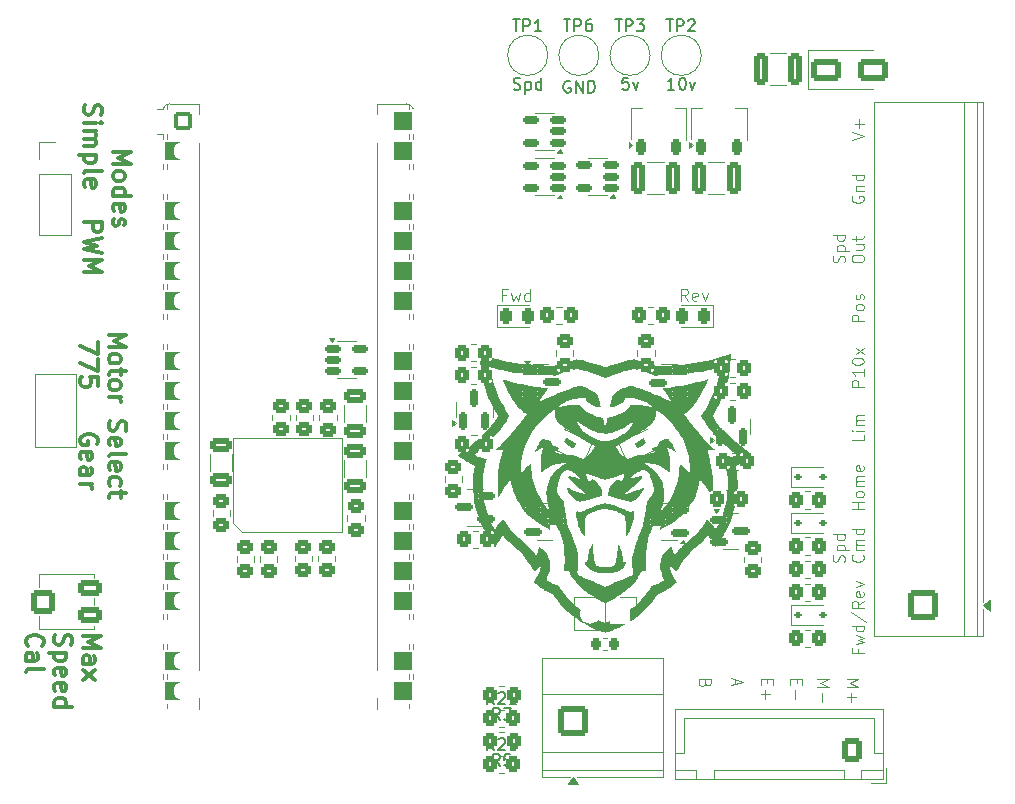
<source format=gto>
%TF.GenerationSoftware,KiCad,Pcbnew,9.0.2*%
%TF.CreationDate,2025-07-02T07:27:51-06:00*%
%TF.ProjectId,Pico_H-bridge_complete,5069636f-5f48-42d6-9272-696467655f63,rev?*%
%TF.SameCoordinates,Original*%
%TF.FileFunction,Legend,Top*%
%TF.FilePolarity,Positive*%
%FSLAX46Y46*%
G04 Gerber Fmt 4.6, Leading zero omitted, Abs format (unit mm)*
G04 Created by KiCad (PCBNEW 9.0.2) date 2025-07-02 07:27:51*
%MOMM*%
%LPD*%
G01*
G04 APERTURE LIST*
G04 Aperture macros list*
%AMRoundRect*
0 Rectangle with rounded corners*
0 $1 Rounding radius*
0 $2 $3 $4 $5 $6 $7 $8 $9 X,Y pos of 4 corners*
0 Add a 4 corners polygon primitive as box body*
4,1,4,$2,$3,$4,$5,$6,$7,$8,$9,$2,$3,0*
0 Add four circle primitives for the rounded corners*
1,1,$1+$1,$2,$3*
1,1,$1+$1,$4,$5*
1,1,$1+$1,$6,$7*
1,1,$1+$1,$8,$9*
0 Add four rect primitives between the rounded corners*
20,1,$1+$1,$2,$3,$4,$5,0*
20,1,$1+$1,$4,$5,$6,$7,0*
20,1,$1+$1,$6,$7,$8,$9,0*
20,1,$1+$1,$8,$9,$2,$3,0*%
%AMFreePoly0*
4,1,37,0.800000,0.796148,0.878414,0.796148,1.032228,0.765552,1.177117,0.705537,1.307515,0.618408,1.418408,0.507515,1.505537,0.377117,1.565552,0.232228,1.596148,0.078414,1.596148,-0.078414,1.565552,-0.232228,1.505537,-0.377117,1.418408,-0.507515,1.307515,-0.618408,1.177117,-0.705537,1.032228,-0.765552,0.878414,-0.796148,0.800000,-0.796148,0.800000,-0.800000,-1.400000,-0.800000,
-1.403843,-0.796157,-1.439018,-0.796157,-1.511114,-0.766294,-1.566294,-0.711114,-1.596157,-0.639018,-1.596157,-0.603843,-1.600000,-0.600000,-1.600000,0.600000,-1.596157,0.603843,-1.596157,0.639018,-1.566294,0.711114,-1.511114,0.766294,-1.439018,0.796157,-1.403843,0.796157,-1.400000,0.800000,0.800000,0.800000,0.800000,0.796148,0.800000,0.796148,$1*%
%AMFreePoly1*
4,1,37,1.403843,0.796157,1.439018,0.796157,1.511114,0.766294,1.566294,0.711114,1.596157,0.639018,1.596157,0.603843,1.600000,0.600000,1.600000,-0.600000,1.596157,-0.603843,1.596157,-0.639018,1.566294,-0.711114,1.511114,-0.766294,1.439018,-0.796157,1.403843,-0.796157,1.400000,-0.800000,-0.800000,-0.800000,-0.800000,-0.796148,-0.878414,-0.796148,-1.032228,-0.765552,-1.177117,-0.705537,
-1.307515,-0.618408,-1.418408,-0.507515,-1.505537,-0.377117,-1.565552,-0.232228,-1.596148,-0.078414,-1.596148,0.078414,-1.565552,0.232228,-1.505537,0.377117,-1.418408,0.507515,-1.307515,0.618408,-1.177117,0.705537,-1.032228,0.765552,-0.878414,0.796148,-0.800000,0.796148,-0.800000,0.800000,1.400000,0.800000,1.403843,0.796157,1.403843,0.796157,$1*%
%AMFreePoly2*
4,1,37,0.603843,0.796157,0.639018,0.796157,0.711114,0.766294,0.766294,0.711114,0.796157,0.639018,0.796157,0.603843,0.800000,0.600000,0.800000,-0.600000,0.796157,-0.603843,0.796157,-0.639018,0.766294,-0.711114,0.711114,-0.766294,0.639018,-0.796157,0.603843,-0.796157,0.600000,-0.800000,0.000000,-0.800000,0.000000,-0.796148,-0.078414,-0.796148,-0.232228,-0.765552,-0.377117,-0.705537,
-0.507515,-0.618408,-0.618408,-0.507515,-0.705537,-0.377117,-0.765552,-0.232228,-0.796148,-0.078414,-0.796148,0.078414,-0.765552,0.232228,-0.705537,0.377117,-0.618408,0.507515,-0.507515,0.618408,-0.377117,0.705537,-0.232228,0.765552,-0.078414,0.796148,0.000000,0.796148,0.000000,0.800000,0.600000,0.800000,0.603843,0.796157,0.603843,0.796157,$1*%
%AMFreePoly3*
4,1,37,0.000000,0.796148,0.078414,0.796148,0.232228,0.765552,0.377117,0.705537,0.507515,0.618408,0.618408,0.507515,0.705537,0.377117,0.765552,0.232228,0.796148,0.078414,0.796148,-0.078414,0.765552,-0.232228,0.705537,-0.377117,0.618408,-0.507515,0.507515,-0.618408,0.377117,-0.705537,0.232228,-0.765552,0.078414,-0.796148,0.000000,-0.796148,0.000000,-0.800000,-0.600000,-0.800000,
-0.603843,-0.796157,-0.639018,-0.796157,-0.711114,-0.766294,-0.766294,-0.711114,-0.796157,-0.639018,-0.796157,-0.603843,-0.800000,-0.600000,-0.800000,0.600000,-0.796157,0.603843,-0.796157,0.639018,-0.766294,0.711114,-0.711114,0.766294,-0.639018,0.796157,-0.603843,0.796157,-0.600000,0.800000,0.000000,0.800000,0.000000,0.796148,0.000000,0.796148,$1*%
%AMFreePoly4*
4,1,9,3.862500,-0.866500,0.737500,-0.866500,0.737500,-0.450000,-0.737500,-0.450000,-0.737500,0.450000,0.737500,0.450000,0.737500,0.866500,3.862500,0.866500,3.862500,-0.866500,3.862500,-0.866500,$1*%
G04 Aperture macros list end*
%ADD10C,0.100000*%
%ADD11C,0.300000*%
%ADD12C,0.150000*%
%ADD13C,0.120000*%
%ADD14C,0.000000*%
%ADD15RoundRect,0.250000X0.650000X-0.325000X0.650000X0.325000X-0.650000X0.325000X-0.650000X-0.325000X0*%
%ADD16FreePoly0,0.000000*%
%ADD17RoundRect,0.200000X-0.600000X-0.600000X0.600000X-0.600000X0.600000X0.600000X-0.600000X0.600000X0*%
%ADD18RoundRect,0.800000X-0.800000X-0.000010X0.800000X-0.000010X0.800000X0.000010X-0.800000X0.000010X0*%
%ADD19C,1.600000*%
%ADD20FreePoly1,0.000000*%
%ADD21FreePoly2,0.000000*%
%ADD22FreePoly3,0.000000*%
%ADD23RoundRect,0.250000X-0.450000X0.350000X-0.450000X-0.350000X0.450000X-0.350000X0.450000X0.350000X0*%
%ADD24R,0.600000X1.550000*%
%ADD25RoundRect,0.250000X0.450000X-0.350000X0.450000X0.350000X-0.450000X0.350000X-0.450000X-0.350000X0*%
%ADD26RoundRect,0.250000X-0.325000X-1.100000X0.325000X-1.100000X0.325000X1.100000X-0.325000X1.100000X0*%
%ADD27RoundRect,0.250000X1.050000X-1.050000X1.050000X1.050000X-1.050000X1.050000X-1.050000X-1.050000X0*%
%ADD28C,2.600000*%
%ADD29RoundRect,0.150000X0.150000X-0.587500X0.150000X0.587500X-0.150000X0.587500X-0.150000X-0.587500X0*%
%ADD30RoundRect,0.250000X0.325000X1.100000X-0.325000X1.100000X-0.325000X-1.100000X0.325000X-1.100000X0*%
%ADD31RoundRect,0.150000X0.587500X0.150000X-0.587500X0.150000X-0.587500X-0.150000X0.587500X-0.150000X0*%
%ADD32RoundRect,0.250000X0.350000X0.450000X-0.350000X0.450000X-0.350000X-0.450000X0.350000X-0.450000X0*%
%ADD33RoundRect,0.243750X0.413732X0.310490X-0.028093X0.516516X-0.413732X-0.310490X0.028093X-0.516516X0*%
%ADD34RoundRect,0.250000X-0.350000X-0.450000X0.350000X-0.450000X0.350000X0.450000X-0.350000X0.450000X0*%
%ADD35RoundRect,0.150000X-0.587500X-0.150000X0.587500X-0.150000X0.587500X0.150000X-0.587500X0.150000X0*%
%ADD36RoundRect,0.150000X0.512500X0.150000X-0.512500X0.150000X-0.512500X-0.150000X0.512500X-0.150000X0*%
%ADD37RoundRect,0.250000X-1.000000X-0.650000X1.000000X-0.650000X1.000000X0.650000X-1.000000X0.650000X0*%
%ADD38C,3.000000*%
%ADD39RoundRect,0.150000X-0.512500X-0.150000X0.512500X-0.150000X0.512500X0.150000X-0.512500X0.150000X0*%
%ADD40RoundRect,0.243750X-0.028093X-0.516516X0.413732X-0.310490X0.028093X0.516516X-0.413732X0.310490X0*%
%ADD41C,1.700000*%
%ADD42R,1.700000X1.700000*%
%ADD43C,2.800000*%
%ADD44O,1.700000X1.950000*%
%ADD45RoundRect,0.250000X0.600000X0.725000X-0.600000X0.725000X-0.600000X-0.725000X0.600000X-0.725000X0*%
%ADD46RoundRect,0.225000X-0.225000X-0.250000X0.225000X-0.250000X0.225000X0.250000X-0.225000X0.250000X0*%
%ADD47RoundRect,0.225000X0.225000X-0.425000X0.225000X0.425000X-0.225000X0.425000X-0.225000X-0.425000X0*%
%ADD48FreePoly4,90.000000*%
%ADD49RoundRect,0.112500X-0.187500X-0.112500X0.187500X-0.112500X0.187500X0.112500X-0.187500X0.112500X0*%
%ADD50RoundRect,0.243750X0.243750X0.456250X-0.243750X0.456250X-0.243750X-0.456250X0.243750X-0.456250X0*%
%ADD51RoundRect,0.250000X-1.050000X-1.050000X1.050000X-1.050000X1.050000X1.050000X-1.050000X1.050000X0*%
%ADD52RoundRect,0.243750X-0.243750X-0.456250X0.243750X-0.456250X0.243750X0.456250X-0.243750X0.456250X0*%
%ADD53R,1.100000X1.500000*%
%ADD54RoundRect,0.250000X-0.750000X0.400000X-0.750000X-0.400000X0.750000X-0.400000X0.750000X0.400000X0*%
%ADD55RoundRect,0.250000X-0.750000X0.750000X-0.750000X-0.750000X0.750000X-0.750000X0.750000X0.750000X0*%
G04 APERTURE END LIST*
D10*
X155022419Y-86816856D02*
X154022419Y-86816856D01*
X154022419Y-86816856D02*
X154022419Y-86435904D01*
X154022419Y-86435904D02*
X154070038Y-86340666D01*
X154070038Y-86340666D02*
X154117657Y-86293047D01*
X154117657Y-86293047D02*
X154212895Y-86245428D01*
X154212895Y-86245428D02*
X154355752Y-86245428D01*
X154355752Y-86245428D02*
X154450990Y-86293047D01*
X154450990Y-86293047D02*
X154498609Y-86340666D01*
X154498609Y-86340666D02*
X154546228Y-86435904D01*
X154546228Y-86435904D02*
X154546228Y-86816856D01*
X155022419Y-85293047D02*
X155022419Y-85864475D01*
X155022419Y-85578761D02*
X154022419Y-85578761D01*
X154022419Y-85578761D02*
X154165276Y-85673999D01*
X154165276Y-85673999D02*
X154260514Y-85769237D01*
X154260514Y-85769237D02*
X154308133Y-85864475D01*
X154022419Y-84673999D02*
X154022419Y-84578761D01*
X154022419Y-84578761D02*
X154070038Y-84483523D01*
X154070038Y-84483523D02*
X154117657Y-84435904D01*
X154117657Y-84435904D02*
X154212895Y-84388285D01*
X154212895Y-84388285D02*
X154403371Y-84340666D01*
X154403371Y-84340666D02*
X154641466Y-84340666D01*
X154641466Y-84340666D02*
X154831942Y-84388285D01*
X154831942Y-84388285D02*
X154927180Y-84435904D01*
X154927180Y-84435904D02*
X154974800Y-84483523D01*
X154974800Y-84483523D02*
X155022419Y-84578761D01*
X155022419Y-84578761D02*
X155022419Y-84673999D01*
X155022419Y-84673999D02*
X154974800Y-84769237D01*
X154974800Y-84769237D02*
X154927180Y-84816856D01*
X154927180Y-84816856D02*
X154831942Y-84864475D01*
X154831942Y-84864475D02*
X154641466Y-84912094D01*
X154641466Y-84912094D02*
X154403371Y-84912094D01*
X154403371Y-84912094D02*
X154212895Y-84864475D01*
X154212895Y-84864475D02*
X154117657Y-84816856D01*
X154117657Y-84816856D02*
X154070038Y-84769237D01*
X154070038Y-84769237D02*
X154022419Y-84673999D01*
X155022419Y-84007332D02*
X154355752Y-83483523D01*
X154355752Y-84007332D02*
X155022419Y-83483523D01*
X155022419Y-97156749D02*
X154022419Y-97156749D01*
X154498609Y-97156749D02*
X154498609Y-96585321D01*
X155022419Y-96585321D02*
X154022419Y-96585321D01*
X155022419Y-95966273D02*
X154974800Y-96061511D01*
X154974800Y-96061511D02*
X154927180Y-96109130D01*
X154927180Y-96109130D02*
X154831942Y-96156749D01*
X154831942Y-96156749D02*
X154546228Y-96156749D01*
X154546228Y-96156749D02*
X154450990Y-96109130D01*
X154450990Y-96109130D02*
X154403371Y-96061511D01*
X154403371Y-96061511D02*
X154355752Y-95966273D01*
X154355752Y-95966273D02*
X154355752Y-95823416D01*
X154355752Y-95823416D02*
X154403371Y-95728178D01*
X154403371Y-95728178D02*
X154450990Y-95680559D01*
X154450990Y-95680559D02*
X154546228Y-95632940D01*
X154546228Y-95632940D02*
X154831942Y-95632940D01*
X154831942Y-95632940D02*
X154927180Y-95680559D01*
X154927180Y-95680559D02*
X154974800Y-95728178D01*
X154974800Y-95728178D02*
X155022419Y-95823416D01*
X155022419Y-95823416D02*
X155022419Y-95966273D01*
X155022419Y-95204368D02*
X154355752Y-95204368D01*
X154450990Y-95204368D02*
X154403371Y-95156749D01*
X154403371Y-95156749D02*
X154355752Y-95061511D01*
X154355752Y-95061511D02*
X154355752Y-94918654D01*
X154355752Y-94918654D02*
X154403371Y-94823416D01*
X154403371Y-94823416D02*
X154498609Y-94775797D01*
X154498609Y-94775797D02*
X155022419Y-94775797D01*
X154498609Y-94775797D02*
X154403371Y-94728178D01*
X154403371Y-94728178D02*
X154355752Y-94632940D01*
X154355752Y-94632940D02*
X154355752Y-94490083D01*
X154355752Y-94490083D02*
X154403371Y-94394844D01*
X154403371Y-94394844D02*
X154498609Y-94347225D01*
X154498609Y-94347225D02*
X155022419Y-94347225D01*
X154974800Y-93490083D02*
X155022419Y-93585321D01*
X155022419Y-93585321D02*
X155022419Y-93775797D01*
X155022419Y-93775797D02*
X154974800Y-93871035D01*
X154974800Y-93871035D02*
X154879561Y-93918654D01*
X154879561Y-93918654D02*
X154498609Y-93918654D01*
X154498609Y-93918654D02*
X154403371Y-93871035D01*
X154403371Y-93871035D02*
X154355752Y-93775797D01*
X154355752Y-93775797D02*
X154355752Y-93585321D01*
X154355752Y-93585321D02*
X154403371Y-93490083D01*
X154403371Y-93490083D02*
X154498609Y-93442464D01*
X154498609Y-93442464D02*
X154593847Y-93442464D01*
X154593847Y-93442464D02*
X154689085Y-93918654D01*
X153364856Y-76262675D02*
X153412475Y-76119818D01*
X153412475Y-76119818D02*
X153412475Y-75881723D01*
X153412475Y-75881723D02*
X153364856Y-75786485D01*
X153364856Y-75786485D02*
X153317236Y-75738866D01*
X153317236Y-75738866D02*
X153221998Y-75691247D01*
X153221998Y-75691247D02*
X153126760Y-75691247D01*
X153126760Y-75691247D02*
X153031522Y-75738866D01*
X153031522Y-75738866D02*
X152983903Y-75786485D01*
X152983903Y-75786485D02*
X152936284Y-75881723D01*
X152936284Y-75881723D02*
X152888665Y-76072199D01*
X152888665Y-76072199D02*
X152841046Y-76167437D01*
X152841046Y-76167437D02*
X152793427Y-76215056D01*
X152793427Y-76215056D02*
X152698189Y-76262675D01*
X152698189Y-76262675D02*
X152602951Y-76262675D01*
X152602951Y-76262675D02*
X152507713Y-76215056D01*
X152507713Y-76215056D02*
X152460094Y-76167437D01*
X152460094Y-76167437D02*
X152412475Y-76072199D01*
X152412475Y-76072199D02*
X152412475Y-75834104D01*
X152412475Y-75834104D02*
X152460094Y-75691247D01*
X152745808Y-75262675D02*
X153745808Y-75262675D01*
X152793427Y-75262675D02*
X152745808Y-75167437D01*
X152745808Y-75167437D02*
X152745808Y-74976961D01*
X152745808Y-74976961D02*
X152793427Y-74881723D01*
X152793427Y-74881723D02*
X152841046Y-74834104D01*
X152841046Y-74834104D02*
X152936284Y-74786485D01*
X152936284Y-74786485D02*
X153221998Y-74786485D01*
X153221998Y-74786485D02*
X153317236Y-74834104D01*
X153317236Y-74834104D02*
X153364856Y-74881723D01*
X153364856Y-74881723D02*
X153412475Y-74976961D01*
X153412475Y-74976961D02*
X153412475Y-75167437D01*
X153412475Y-75167437D02*
X153364856Y-75262675D01*
X153412475Y-73929342D02*
X152412475Y-73929342D01*
X153364856Y-73929342D02*
X153412475Y-74024580D01*
X153412475Y-74024580D02*
X153412475Y-74215056D01*
X153412475Y-74215056D02*
X153364856Y-74310294D01*
X153364856Y-74310294D02*
X153317236Y-74357913D01*
X153317236Y-74357913D02*
X153221998Y-74405532D01*
X153221998Y-74405532D02*
X152936284Y-74405532D01*
X152936284Y-74405532D02*
X152841046Y-74357913D01*
X152841046Y-74357913D02*
X152793427Y-74310294D01*
X152793427Y-74310294D02*
X152745808Y-74215056D01*
X152745808Y-74215056D02*
X152745808Y-74024580D01*
X152745808Y-74024580D02*
X152793427Y-73929342D01*
X154022419Y-76024580D02*
X154022419Y-75834104D01*
X154022419Y-75834104D02*
X154070038Y-75738866D01*
X154070038Y-75738866D02*
X154165276Y-75643628D01*
X154165276Y-75643628D02*
X154355752Y-75596009D01*
X154355752Y-75596009D02*
X154689085Y-75596009D01*
X154689085Y-75596009D02*
X154879561Y-75643628D01*
X154879561Y-75643628D02*
X154974800Y-75738866D01*
X154974800Y-75738866D02*
X155022419Y-75834104D01*
X155022419Y-75834104D02*
X155022419Y-76024580D01*
X155022419Y-76024580D02*
X154974800Y-76119818D01*
X154974800Y-76119818D02*
X154879561Y-76215056D01*
X154879561Y-76215056D02*
X154689085Y-76262675D01*
X154689085Y-76262675D02*
X154355752Y-76262675D01*
X154355752Y-76262675D02*
X154165276Y-76215056D01*
X154165276Y-76215056D02*
X154070038Y-76119818D01*
X154070038Y-76119818D02*
X154022419Y-76024580D01*
X154355752Y-74738866D02*
X155022419Y-74738866D01*
X154355752Y-75167437D02*
X154879561Y-75167437D01*
X154879561Y-75167437D02*
X154974800Y-75119818D01*
X154974800Y-75119818D02*
X155022419Y-75024580D01*
X155022419Y-75024580D02*
X155022419Y-74881723D01*
X155022419Y-74881723D02*
X154974800Y-74786485D01*
X154974800Y-74786485D02*
X154927180Y-74738866D01*
X154355752Y-74405532D02*
X154355752Y-74024580D01*
X154022419Y-74262675D02*
X154879561Y-74262675D01*
X154879561Y-74262675D02*
X154974800Y-74215056D01*
X154974800Y-74215056D02*
X155022419Y-74119818D01*
X155022419Y-74119818D02*
X155022419Y-74024580D01*
X155022419Y-90855850D02*
X155022419Y-91332040D01*
X155022419Y-91332040D02*
X154022419Y-91332040D01*
X155022419Y-90522516D02*
X154355752Y-90522516D01*
X154022419Y-90522516D02*
X154070038Y-90570135D01*
X154070038Y-90570135D02*
X154117657Y-90522516D01*
X154117657Y-90522516D02*
X154070038Y-90474897D01*
X154070038Y-90474897D02*
X154022419Y-90522516D01*
X154022419Y-90522516D02*
X154117657Y-90522516D01*
X155022419Y-90046326D02*
X154355752Y-90046326D01*
X154450990Y-90046326D02*
X154403371Y-89998707D01*
X154403371Y-89998707D02*
X154355752Y-89903469D01*
X154355752Y-89903469D02*
X154355752Y-89760612D01*
X154355752Y-89760612D02*
X154403371Y-89665374D01*
X154403371Y-89665374D02*
X154498609Y-89617755D01*
X154498609Y-89617755D02*
X155022419Y-89617755D01*
X154498609Y-89617755D02*
X154403371Y-89570136D01*
X154403371Y-89570136D02*
X154355752Y-89474898D01*
X154355752Y-89474898D02*
X154355752Y-89332041D01*
X154355752Y-89332041D02*
X154403371Y-89236802D01*
X154403371Y-89236802D02*
X154498609Y-89189183D01*
X154498609Y-89189183D02*
X155022419Y-89189183D01*
X154070038Y-70652253D02*
X154022419Y-70747491D01*
X154022419Y-70747491D02*
X154022419Y-70890348D01*
X154022419Y-70890348D02*
X154070038Y-71033205D01*
X154070038Y-71033205D02*
X154165276Y-71128443D01*
X154165276Y-71128443D02*
X154260514Y-71176062D01*
X154260514Y-71176062D02*
X154450990Y-71223681D01*
X154450990Y-71223681D02*
X154593847Y-71223681D01*
X154593847Y-71223681D02*
X154784323Y-71176062D01*
X154784323Y-71176062D02*
X154879561Y-71128443D01*
X154879561Y-71128443D02*
X154974800Y-71033205D01*
X154974800Y-71033205D02*
X155022419Y-70890348D01*
X155022419Y-70890348D02*
X155022419Y-70795110D01*
X155022419Y-70795110D02*
X154974800Y-70652253D01*
X154974800Y-70652253D02*
X154927180Y-70604634D01*
X154927180Y-70604634D02*
X154593847Y-70604634D01*
X154593847Y-70604634D02*
X154593847Y-70795110D01*
X154355752Y-70176062D02*
X155022419Y-70176062D01*
X154450990Y-70176062D02*
X154403371Y-70128443D01*
X154403371Y-70128443D02*
X154355752Y-70033205D01*
X154355752Y-70033205D02*
X154355752Y-69890348D01*
X154355752Y-69890348D02*
X154403371Y-69795110D01*
X154403371Y-69795110D02*
X154498609Y-69747491D01*
X154498609Y-69747491D02*
X155022419Y-69747491D01*
X155022419Y-68842729D02*
X154022419Y-68842729D01*
X154974800Y-68842729D02*
X155022419Y-68937967D01*
X155022419Y-68937967D02*
X155022419Y-69128443D01*
X155022419Y-69128443D02*
X154974800Y-69223681D01*
X154974800Y-69223681D02*
X154927180Y-69271300D01*
X154927180Y-69271300D02*
X154831942Y-69318919D01*
X154831942Y-69318919D02*
X154546228Y-69318919D01*
X154546228Y-69318919D02*
X154450990Y-69271300D01*
X154450990Y-69271300D02*
X154403371Y-69223681D01*
X154403371Y-69223681D02*
X154355752Y-69128443D01*
X154355752Y-69128443D02*
X154355752Y-68937967D01*
X154355752Y-68937967D02*
X154403371Y-68842729D01*
X154498609Y-109029978D02*
X154498609Y-109363311D01*
X155022419Y-109363311D02*
X154022419Y-109363311D01*
X154022419Y-109363311D02*
X154022419Y-108887121D01*
X154355752Y-108601406D02*
X155022419Y-108410930D01*
X155022419Y-108410930D02*
X154546228Y-108220454D01*
X154546228Y-108220454D02*
X155022419Y-108029978D01*
X155022419Y-108029978D02*
X154355752Y-107839502D01*
X155022419Y-107029978D02*
X154022419Y-107029978D01*
X154974800Y-107029978D02*
X155022419Y-107125216D01*
X155022419Y-107125216D02*
X155022419Y-107315692D01*
X155022419Y-107315692D02*
X154974800Y-107410930D01*
X154974800Y-107410930D02*
X154927180Y-107458549D01*
X154927180Y-107458549D02*
X154831942Y-107506168D01*
X154831942Y-107506168D02*
X154546228Y-107506168D01*
X154546228Y-107506168D02*
X154450990Y-107458549D01*
X154450990Y-107458549D02*
X154403371Y-107410930D01*
X154403371Y-107410930D02*
X154355752Y-107315692D01*
X154355752Y-107315692D02*
X154355752Y-107125216D01*
X154355752Y-107125216D02*
X154403371Y-107029978D01*
X153974800Y-105839502D02*
X155260514Y-106696644D01*
X155022419Y-104934740D02*
X154546228Y-105268073D01*
X155022419Y-105506168D02*
X154022419Y-105506168D01*
X154022419Y-105506168D02*
X154022419Y-105125216D01*
X154022419Y-105125216D02*
X154070038Y-105029978D01*
X154070038Y-105029978D02*
X154117657Y-104982359D01*
X154117657Y-104982359D02*
X154212895Y-104934740D01*
X154212895Y-104934740D02*
X154355752Y-104934740D01*
X154355752Y-104934740D02*
X154450990Y-104982359D01*
X154450990Y-104982359D02*
X154498609Y-105029978D01*
X154498609Y-105029978D02*
X154546228Y-105125216D01*
X154546228Y-105125216D02*
X154546228Y-105506168D01*
X154974800Y-104125216D02*
X155022419Y-104220454D01*
X155022419Y-104220454D02*
X155022419Y-104410930D01*
X155022419Y-104410930D02*
X154974800Y-104506168D01*
X154974800Y-104506168D02*
X154879561Y-104553787D01*
X154879561Y-104553787D02*
X154498609Y-104553787D01*
X154498609Y-104553787D02*
X154403371Y-104506168D01*
X154403371Y-104506168D02*
X154355752Y-104410930D01*
X154355752Y-104410930D02*
X154355752Y-104220454D01*
X154355752Y-104220454D02*
X154403371Y-104125216D01*
X154403371Y-104125216D02*
X154498609Y-104077597D01*
X154498609Y-104077597D02*
X154593847Y-104077597D01*
X154593847Y-104077597D02*
X154689085Y-104553787D01*
X154355752Y-103744263D02*
X155022419Y-103506168D01*
X155022419Y-103506168D02*
X154355752Y-103268073D01*
X155022419Y-81254052D02*
X154022419Y-81254052D01*
X154022419Y-81254052D02*
X154022419Y-80873100D01*
X154022419Y-80873100D02*
X154070038Y-80777862D01*
X154070038Y-80777862D02*
X154117657Y-80730243D01*
X154117657Y-80730243D02*
X154212895Y-80682624D01*
X154212895Y-80682624D02*
X154355752Y-80682624D01*
X154355752Y-80682624D02*
X154450990Y-80730243D01*
X154450990Y-80730243D02*
X154498609Y-80777862D01*
X154498609Y-80777862D02*
X154546228Y-80873100D01*
X154546228Y-80873100D02*
X154546228Y-81254052D01*
X155022419Y-80111195D02*
X154974800Y-80206433D01*
X154974800Y-80206433D02*
X154927180Y-80254052D01*
X154927180Y-80254052D02*
X154831942Y-80301671D01*
X154831942Y-80301671D02*
X154546228Y-80301671D01*
X154546228Y-80301671D02*
X154450990Y-80254052D01*
X154450990Y-80254052D02*
X154403371Y-80206433D01*
X154403371Y-80206433D02*
X154355752Y-80111195D01*
X154355752Y-80111195D02*
X154355752Y-79968338D01*
X154355752Y-79968338D02*
X154403371Y-79873100D01*
X154403371Y-79873100D02*
X154450990Y-79825481D01*
X154450990Y-79825481D02*
X154546228Y-79777862D01*
X154546228Y-79777862D02*
X154831942Y-79777862D01*
X154831942Y-79777862D02*
X154927180Y-79825481D01*
X154927180Y-79825481D02*
X154974800Y-79873100D01*
X154974800Y-79873100D02*
X155022419Y-79968338D01*
X155022419Y-79968338D02*
X155022419Y-80111195D01*
X154974800Y-79396909D02*
X155022419Y-79301671D01*
X155022419Y-79301671D02*
X155022419Y-79111195D01*
X155022419Y-79111195D02*
X154974800Y-79015957D01*
X154974800Y-79015957D02*
X154879561Y-78968338D01*
X154879561Y-78968338D02*
X154831942Y-78968338D01*
X154831942Y-78968338D02*
X154736704Y-79015957D01*
X154736704Y-79015957D02*
X154689085Y-79111195D01*
X154689085Y-79111195D02*
X154689085Y-79254052D01*
X154689085Y-79254052D02*
X154641466Y-79349290D01*
X154641466Y-79349290D02*
X154546228Y-79396909D01*
X154546228Y-79396909D02*
X154498609Y-79396909D01*
X154498609Y-79396909D02*
X154403371Y-79349290D01*
X154403371Y-79349290D02*
X154355752Y-79254052D01*
X154355752Y-79254052D02*
X154355752Y-79111195D01*
X154355752Y-79111195D02*
X154403371Y-79015957D01*
X153364856Y-101626698D02*
X153412475Y-101483841D01*
X153412475Y-101483841D02*
X153412475Y-101245746D01*
X153412475Y-101245746D02*
X153364856Y-101150508D01*
X153364856Y-101150508D02*
X153317236Y-101102889D01*
X153317236Y-101102889D02*
X153221998Y-101055270D01*
X153221998Y-101055270D02*
X153126760Y-101055270D01*
X153126760Y-101055270D02*
X153031522Y-101102889D01*
X153031522Y-101102889D02*
X152983903Y-101150508D01*
X152983903Y-101150508D02*
X152936284Y-101245746D01*
X152936284Y-101245746D02*
X152888665Y-101436222D01*
X152888665Y-101436222D02*
X152841046Y-101531460D01*
X152841046Y-101531460D02*
X152793427Y-101579079D01*
X152793427Y-101579079D02*
X152698189Y-101626698D01*
X152698189Y-101626698D02*
X152602951Y-101626698D01*
X152602951Y-101626698D02*
X152507713Y-101579079D01*
X152507713Y-101579079D02*
X152460094Y-101531460D01*
X152460094Y-101531460D02*
X152412475Y-101436222D01*
X152412475Y-101436222D02*
X152412475Y-101198127D01*
X152412475Y-101198127D02*
X152460094Y-101055270D01*
X152745808Y-100626698D02*
X153745808Y-100626698D01*
X152793427Y-100626698D02*
X152745808Y-100531460D01*
X152745808Y-100531460D02*
X152745808Y-100340984D01*
X152745808Y-100340984D02*
X152793427Y-100245746D01*
X152793427Y-100245746D02*
X152841046Y-100198127D01*
X152841046Y-100198127D02*
X152936284Y-100150508D01*
X152936284Y-100150508D02*
X153221998Y-100150508D01*
X153221998Y-100150508D02*
X153317236Y-100198127D01*
X153317236Y-100198127D02*
X153364856Y-100245746D01*
X153364856Y-100245746D02*
X153412475Y-100340984D01*
X153412475Y-100340984D02*
X153412475Y-100531460D01*
X153412475Y-100531460D02*
X153364856Y-100626698D01*
X153412475Y-99293365D02*
X152412475Y-99293365D01*
X153364856Y-99293365D02*
X153412475Y-99388603D01*
X153412475Y-99388603D02*
X153412475Y-99579079D01*
X153412475Y-99579079D02*
X153364856Y-99674317D01*
X153364856Y-99674317D02*
X153317236Y-99721936D01*
X153317236Y-99721936D02*
X153221998Y-99769555D01*
X153221998Y-99769555D02*
X152936284Y-99769555D01*
X152936284Y-99769555D02*
X152841046Y-99721936D01*
X152841046Y-99721936D02*
X152793427Y-99674317D01*
X152793427Y-99674317D02*
X152745808Y-99579079D01*
X152745808Y-99579079D02*
X152745808Y-99388603D01*
X152745808Y-99388603D02*
X152793427Y-99293365D01*
X154927180Y-101007651D02*
X154974800Y-101055270D01*
X154974800Y-101055270D02*
X155022419Y-101198127D01*
X155022419Y-101198127D02*
X155022419Y-101293365D01*
X155022419Y-101293365D02*
X154974800Y-101436222D01*
X154974800Y-101436222D02*
X154879561Y-101531460D01*
X154879561Y-101531460D02*
X154784323Y-101579079D01*
X154784323Y-101579079D02*
X154593847Y-101626698D01*
X154593847Y-101626698D02*
X154450990Y-101626698D01*
X154450990Y-101626698D02*
X154260514Y-101579079D01*
X154260514Y-101579079D02*
X154165276Y-101531460D01*
X154165276Y-101531460D02*
X154070038Y-101436222D01*
X154070038Y-101436222D02*
X154022419Y-101293365D01*
X154022419Y-101293365D02*
X154022419Y-101198127D01*
X154022419Y-101198127D02*
X154070038Y-101055270D01*
X154070038Y-101055270D02*
X154117657Y-101007651D01*
X155022419Y-100579079D02*
X154355752Y-100579079D01*
X154450990Y-100579079D02*
X154403371Y-100531460D01*
X154403371Y-100531460D02*
X154355752Y-100436222D01*
X154355752Y-100436222D02*
X154355752Y-100293365D01*
X154355752Y-100293365D02*
X154403371Y-100198127D01*
X154403371Y-100198127D02*
X154498609Y-100150508D01*
X154498609Y-100150508D02*
X155022419Y-100150508D01*
X154498609Y-100150508D02*
X154403371Y-100102889D01*
X154403371Y-100102889D02*
X154355752Y-100007651D01*
X154355752Y-100007651D02*
X154355752Y-99864794D01*
X154355752Y-99864794D02*
X154403371Y-99769555D01*
X154403371Y-99769555D02*
X154498609Y-99721936D01*
X154498609Y-99721936D02*
X155022419Y-99721936D01*
X155022419Y-98817175D02*
X154022419Y-98817175D01*
X154974800Y-98817175D02*
X155022419Y-98912413D01*
X155022419Y-98912413D02*
X155022419Y-99102889D01*
X155022419Y-99102889D02*
X154974800Y-99198127D01*
X154974800Y-99198127D02*
X154927180Y-99245746D01*
X154927180Y-99245746D02*
X154831942Y-99293365D01*
X154831942Y-99293365D02*
X154546228Y-99293365D01*
X154546228Y-99293365D02*
X154450990Y-99245746D01*
X154450990Y-99245746D02*
X154403371Y-99198127D01*
X154403371Y-99198127D02*
X154355752Y-99102889D01*
X154355752Y-99102889D02*
X154355752Y-98912413D01*
X154355752Y-98912413D02*
X154403371Y-98817175D01*
X154022419Y-65898972D02*
X155022419Y-65565639D01*
X155022419Y-65565639D02*
X154022419Y-65232306D01*
X154641466Y-64898972D02*
X154641466Y-64137068D01*
X155022419Y-64518020D02*
X154260514Y-64518020D01*
X144108295Y-111503170D02*
X144108295Y-111979360D01*
X143822580Y-111407932D02*
X144822580Y-111741265D01*
X144822580Y-111741265D02*
X143822580Y-112074598D01*
X151072580Y-111550789D02*
X152072580Y-111550789D01*
X152072580Y-111550789D02*
X151358295Y-111884122D01*
X151358295Y-111884122D02*
X152072580Y-112217455D01*
X152072580Y-112217455D02*
X151072580Y-112217455D01*
X151453533Y-112693646D02*
X151453533Y-113455551D01*
X149346390Y-111550789D02*
X149346390Y-111884122D01*
X148822580Y-112026979D02*
X148822580Y-111550789D01*
X148822580Y-111550789D02*
X149822580Y-111550789D01*
X149822580Y-111550789D02*
X149822580Y-112026979D01*
X149203533Y-112455551D02*
X149203533Y-113217456D01*
X146846390Y-111550789D02*
X146846390Y-111884122D01*
X146322580Y-112026979D02*
X146322580Y-111550789D01*
X146322580Y-111550789D02*
X147322580Y-111550789D01*
X147322580Y-111550789D02*
X147322580Y-112026979D01*
X146703533Y-112455551D02*
X146703533Y-113217456D01*
X146322580Y-112836503D02*
X147084485Y-112836503D01*
X153572580Y-111550789D02*
X154572580Y-111550789D01*
X154572580Y-111550789D02*
X153858295Y-111884122D01*
X153858295Y-111884122D02*
X154572580Y-112217455D01*
X154572580Y-112217455D02*
X153572580Y-112217455D01*
X153953533Y-112693646D02*
X153953533Y-113455551D01*
X153572580Y-113074598D02*
X154334485Y-113074598D01*
X124752217Y-79015609D02*
X124418884Y-79015609D01*
X124418884Y-79539419D02*
X124418884Y-78539419D01*
X124418884Y-78539419D02*
X124895074Y-78539419D01*
X125180789Y-78872752D02*
X125371265Y-79539419D01*
X125371265Y-79539419D02*
X125561741Y-79063228D01*
X125561741Y-79063228D02*
X125752217Y-79539419D01*
X125752217Y-79539419D02*
X125942693Y-78872752D01*
X126752217Y-79539419D02*
X126752217Y-78539419D01*
X126752217Y-79491800D02*
X126656979Y-79539419D01*
X126656979Y-79539419D02*
X126466503Y-79539419D01*
X126466503Y-79539419D02*
X126371265Y-79491800D01*
X126371265Y-79491800D02*
X126323646Y-79444180D01*
X126323646Y-79444180D02*
X126276027Y-79348942D01*
X126276027Y-79348942D02*
X126276027Y-79063228D01*
X126276027Y-79063228D02*
X126323646Y-78967990D01*
X126323646Y-78967990D02*
X126371265Y-78920371D01*
X126371265Y-78920371D02*
X126466503Y-78872752D01*
X126466503Y-78872752D02*
X126656979Y-78872752D01*
X126656979Y-78872752D02*
X126752217Y-78920371D01*
X140140312Y-79489419D02*
X139806979Y-79013228D01*
X139568884Y-79489419D02*
X139568884Y-78489419D01*
X139568884Y-78489419D02*
X139949836Y-78489419D01*
X139949836Y-78489419D02*
X140045074Y-78537038D01*
X140045074Y-78537038D02*
X140092693Y-78584657D01*
X140092693Y-78584657D02*
X140140312Y-78679895D01*
X140140312Y-78679895D02*
X140140312Y-78822752D01*
X140140312Y-78822752D02*
X140092693Y-78917990D01*
X140092693Y-78917990D02*
X140045074Y-78965609D01*
X140045074Y-78965609D02*
X139949836Y-79013228D01*
X139949836Y-79013228D02*
X139568884Y-79013228D01*
X140949836Y-79441800D02*
X140854598Y-79489419D01*
X140854598Y-79489419D02*
X140664122Y-79489419D01*
X140664122Y-79489419D02*
X140568884Y-79441800D01*
X140568884Y-79441800D02*
X140521265Y-79346561D01*
X140521265Y-79346561D02*
X140521265Y-78965609D01*
X140521265Y-78965609D02*
X140568884Y-78870371D01*
X140568884Y-78870371D02*
X140664122Y-78822752D01*
X140664122Y-78822752D02*
X140854598Y-78822752D01*
X140854598Y-78822752D02*
X140949836Y-78870371D01*
X140949836Y-78870371D02*
X140997455Y-78965609D01*
X140997455Y-78965609D02*
X140997455Y-79060847D01*
X140997455Y-79060847D02*
X140521265Y-79156085D01*
X141330789Y-78822752D02*
X141568884Y-79489419D01*
X141568884Y-79489419D02*
X141806979Y-78822752D01*
X141596390Y-111884122D02*
X141548771Y-112026979D01*
X141548771Y-112026979D02*
X141501152Y-112074598D01*
X141501152Y-112074598D02*
X141405914Y-112122217D01*
X141405914Y-112122217D02*
X141263057Y-112122217D01*
X141263057Y-112122217D02*
X141167819Y-112074598D01*
X141167819Y-112074598D02*
X141120200Y-112026979D01*
X141120200Y-112026979D02*
X141072580Y-111931741D01*
X141072580Y-111931741D02*
X141072580Y-111550789D01*
X141072580Y-111550789D02*
X142072580Y-111550789D01*
X142072580Y-111550789D02*
X142072580Y-111884122D01*
X142072580Y-111884122D02*
X142024961Y-111979360D01*
X142024961Y-111979360D02*
X141977342Y-112026979D01*
X141977342Y-112026979D02*
X141882104Y-112074598D01*
X141882104Y-112074598D02*
X141786866Y-112074598D01*
X141786866Y-112074598D02*
X141691628Y-112026979D01*
X141691628Y-112026979D02*
X141644009Y-111979360D01*
X141644009Y-111979360D02*
X141596390Y-111884122D01*
X141596390Y-111884122D02*
X141596390Y-111550789D01*
D11*
X91104087Y-82384286D02*
X92604087Y-82384286D01*
X92604087Y-82384286D02*
X91532658Y-82884286D01*
X91532658Y-82884286D02*
X92604087Y-83384286D01*
X92604087Y-83384286D02*
X91104087Y-83384286D01*
X91104087Y-84312858D02*
X91175516Y-84170001D01*
X91175516Y-84170001D02*
X91246944Y-84098572D01*
X91246944Y-84098572D02*
X91389801Y-84027144D01*
X91389801Y-84027144D02*
X91818373Y-84027144D01*
X91818373Y-84027144D02*
X91961230Y-84098572D01*
X91961230Y-84098572D02*
X92032658Y-84170001D01*
X92032658Y-84170001D02*
X92104087Y-84312858D01*
X92104087Y-84312858D02*
X92104087Y-84527144D01*
X92104087Y-84527144D02*
X92032658Y-84670001D01*
X92032658Y-84670001D02*
X91961230Y-84741430D01*
X91961230Y-84741430D02*
X91818373Y-84812858D01*
X91818373Y-84812858D02*
X91389801Y-84812858D01*
X91389801Y-84812858D02*
X91246944Y-84741430D01*
X91246944Y-84741430D02*
X91175516Y-84670001D01*
X91175516Y-84670001D02*
X91104087Y-84527144D01*
X91104087Y-84527144D02*
X91104087Y-84312858D01*
X92104087Y-85241430D02*
X92104087Y-85812858D01*
X92604087Y-85455715D02*
X91318373Y-85455715D01*
X91318373Y-85455715D02*
X91175516Y-85527144D01*
X91175516Y-85527144D02*
X91104087Y-85670001D01*
X91104087Y-85670001D02*
X91104087Y-85812858D01*
X91104087Y-86527144D02*
X91175516Y-86384287D01*
X91175516Y-86384287D02*
X91246944Y-86312858D01*
X91246944Y-86312858D02*
X91389801Y-86241430D01*
X91389801Y-86241430D02*
X91818373Y-86241430D01*
X91818373Y-86241430D02*
X91961230Y-86312858D01*
X91961230Y-86312858D02*
X92032658Y-86384287D01*
X92032658Y-86384287D02*
X92104087Y-86527144D01*
X92104087Y-86527144D02*
X92104087Y-86741430D01*
X92104087Y-86741430D02*
X92032658Y-86884287D01*
X92032658Y-86884287D02*
X91961230Y-86955716D01*
X91961230Y-86955716D02*
X91818373Y-87027144D01*
X91818373Y-87027144D02*
X91389801Y-87027144D01*
X91389801Y-87027144D02*
X91246944Y-86955716D01*
X91246944Y-86955716D02*
X91175516Y-86884287D01*
X91175516Y-86884287D02*
X91104087Y-86741430D01*
X91104087Y-86741430D02*
X91104087Y-86527144D01*
X91104087Y-87670001D02*
X92104087Y-87670001D01*
X91818373Y-87670001D02*
X91961230Y-87741430D01*
X91961230Y-87741430D02*
X92032658Y-87812859D01*
X92032658Y-87812859D02*
X92104087Y-87955716D01*
X92104087Y-87955716D02*
X92104087Y-88098573D01*
X91175516Y-89670001D02*
X91104087Y-89884287D01*
X91104087Y-89884287D02*
X91104087Y-90241429D01*
X91104087Y-90241429D02*
X91175516Y-90384287D01*
X91175516Y-90384287D02*
X91246944Y-90455715D01*
X91246944Y-90455715D02*
X91389801Y-90527144D01*
X91389801Y-90527144D02*
X91532658Y-90527144D01*
X91532658Y-90527144D02*
X91675516Y-90455715D01*
X91675516Y-90455715D02*
X91746944Y-90384287D01*
X91746944Y-90384287D02*
X91818373Y-90241429D01*
X91818373Y-90241429D02*
X91889801Y-89955715D01*
X91889801Y-89955715D02*
X91961230Y-89812858D01*
X91961230Y-89812858D02*
X92032658Y-89741429D01*
X92032658Y-89741429D02*
X92175516Y-89670001D01*
X92175516Y-89670001D02*
X92318373Y-89670001D01*
X92318373Y-89670001D02*
X92461230Y-89741429D01*
X92461230Y-89741429D02*
X92532658Y-89812858D01*
X92532658Y-89812858D02*
X92604087Y-89955715D01*
X92604087Y-89955715D02*
X92604087Y-90312858D01*
X92604087Y-90312858D02*
X92532658Y-90527144D01*
X91175516Y-91741429D02*
X91104087Y-91598572D01*
X91104087Y-91598572D02*
X91104087Y-91312858D01*
X91104087Y-91312858D02*
X91175516Y-91170000D01*
X91175516Y-91170000D02*
X91318373Y-91098572D01*
X91318373Y-91098572D02*
X91889801Y-91098572D01*
X91889801Y-91098572D02*
X92032658Y-91170000D01*
X92032658Y-91170000D02*
X92104087Y-91312858D01*
X92104087Y-91312858D02*
X92104087Y-91598572D01*
X92104087Y-91598572D02*
X92032658Y-91741429D01*
X92032658Y-91741429D02*
X91889801Y-91812858D01*
X91889801Y-91812858D02*
X91746944Y-91812858D01*
X91746944Y-91812858D02*
X91604087Y-91098572D01*
X91104087Y-92670000D02*
X91175516Y-92527143D01*
X91175516Y-92527143D02*
X91318373Y-92455714D01*
X91318373Y-92455714D02*
X92604087Y-92455714D01*
X91175516Y-93812857D02*
X91104087Y-93670000D01*
X91104087Y-93670000D02*
X91104087Y-93384286D01*
X91104087Y-93384286D02*
X91175516Y-93241428D01*
X91175516Y-93241428D02*
X91318373Y-93170000D01*
X91318373Y-93170000D02*
X91889801Y-93170000D01*
X91889801Y-93170000D02*
X92032658Y-93241428D01*
X92032658Y-93241428D02*
X92104087Y-93384286D01*
X92104087Y-93384286D02*
X92104087Y-93670000D01*
X92104087Y-93670000D02*
X92032658Y-93812857D01*
X92032658Y-93812857D02*
X91889801Y-93884286D01*
X91889801Y-93884286D02*
X91746944Y-93884286D01*
X91746944Y-93884286D02*
X91604087Y-93170000D01*
X91175516Y-95170000D02*
X91104087Y-95027142D01*
X91104087Y-95027142D02*
X91104087Y-94741428D01*
X91104087Y-94741428D02*
X91175516Y-94598571D01*
X91175516Y-94598571D02*
X91246944Y-94527142D01*
X91246944Y-94527142D02*
X91389801Y-94455714D01*
X91389801Y-94455714D02*
X91818373Y-94455714D01*
X91818373Y-94455714D02*
X91961230Y-94527142D01*
X91961230Y-94527142D02*
X92032658Y-94598571D01*
X92032658Y-94598571D02*
X92104087Y-94741428D01*
X92104087Y-94741428D02*
X92104087Y-95027142D01*
X92104087Y-95027142D02*
X92032658Y-95170000D01*
X92104087Y-95598571D02*
X92104087Y-96169999D01*
X92604087Y-95812856D02*
X91318373Y-95812856D01*
X91318373Y-95812856D02*
X91175516Y-95884285D01*
X91175516Y-95884285D02*
X91104087Y-96027142D01*
X91104087Y-96027142D02*
X91104087Y-96169999D01*
X90189171Y-82991429D02*
X90189171Y-83991429D01*
X90189171Y-83991429D02*
X88689171Y-83348572D01*
X90189171Y-84420000D02*
X90189171Y-85420000D01*
X90189171Y-85420000D02*
X88689171Y-84777143D01*
X90189171Y-86705714D02*
X90189171Y-85991428D01*
X90189171Y-85991428D02*
X89474885Y-85920000D01*
X89474885Y-85920000D02*
X89546314Y-85991428D01*
X89546314Y-85991428D02*
X89617742Y-86134286D01*
X89617742Y-86134286D02*
X89617742Y-86491428D01*
X89617742Y-86491428D02*
X89546314Y-86634286D01*
X89546314Y-86634286D02*
X89474885Y-86705714D01*
X89474885Y-86705714D02*
X89332028Y-86777143D01*
X89332028Y-86777143D02*
X88974885Y-86777143D01*
X88974885Y-86777143D02*
X88832028Y-86705714D01*
X88832028Y-86705714D02*
X88760600Y-86634286D01*
X88760600Y-86634286D02*
X88689171Y-86491428D01*
X88689171Y-86491428D02*
X88689171Y-86134286D01*
X88689171Y-86134286D02*
X88760600Y-85991428D01*
X88760600Y-85991428D02*
X88832028Y-85920000D01*
X90117742Y-91634285D02*
X90189171Y-91491428D01*
X90189171Y-91491428D02*
X90189171Y-91277142D01*
X90189171Y-91277142D02*
X90117742Y-91062856D01*
X90117742Y-91062856D02*
X89974885Y-90919999D01*
X89974885Y-90919999D02*
X89832028Y-90848570D01*
X89832028Y-90848570D02*
X89546314Y-90777142D01*
X89546314Y-90777142D02*
X89332028Y-90777142D01*
X89332028Y-90777142D02*
X89046314Y-90848570D01*
X89046314Y-90848570D02*
X88903457Y-90919999D01*
X88903457Y-90919999D02*
X88760600Y-91062856D01*
X88760600Y-91062856D02*
X88689171Y-91277142D01*
X88689171Y-91277142D02*
X88689171Y-91419999D01*
X88689171Y-91419999D02*
X88760600Y-91634285D01*
X88760600Y-91634285D02*
X88832028Y-91705713D01*
X88832028Y-91705713D02*
X89332028Y-91705713D01*
X89332028Y-91705713D02*
X89332028Y-91419999D01*
X88760600Y-92919999D02*
X88689171Y-92777142D01*
X88689171Y-92777142D02*
X88689171Y-92491428D01*
X88689171Y-92491428D02*
X88760600Y-92348570D01*
X88760600Y-92348570D02*
X88903457Y-92277142D01*
X88903457Y-92277142D02*
X89474885Y-92277142D01*
X89474885Y-92277142D02*
X89617742Y-92348570D01*
X89617742Y-92348570D02*
X89689171Y-92491428D01*
X89689171Y-92491428D02*
X89689171Y-92777142D01*
X89689171Y-92777142D02*
X89617742Y-92919999D01*
X89617742Y-92919999D02*
X89474885Y-92991428D01*
X89474885Y-92991428D02*
X89332028Y-92991428D01*
X89332028Y-92991428D02*
X89189171Y-92277142D01*
X88689171Y-94277142D02*
X89474885Y-94277142D01*
X89474885Y-94277142D02*
X89617742Y-94205713D01*
X89617742Y-94205713D02*
X89689171Y-94062856D01*
X89689171Y-94062856D02*
X89689171Y-93777142D01*
X89689171Y-93777142D02*
X89617742Y-93634284D01*
X88760600Y-94277142D02*
X88689171Y-94134284D01*
X88689171Y-94134284D02*
X88689171Y-93777142D01*
X88689171Y-93777142D02*
X88760600Y-93634284D01*
X88760600Y-93634284D02*
X88903457Y-93562856D01*
X88903457Y-93562856D02*
X89046314Y-93562856D01*
X89046314Y-93562856D02*
X89189171Y-93634284D01*
X89189171Y-93634284D02*
X89260600Y-93777142D01*
X89260600Y-93777142D02*
X89260600Y-94134284D01*
X89260600Y-94134284D02*
X89332028Y-94277142D01*
X88689171Y-94991427D02*
X89689171Y-94991427D01*
X89403457Y-94991427D02*
X89546314Y-95062856D01*
X89546314Y-95062856D02*
X89617742Y-95134285D01*
X89617742Y-95134285D02*
X89689171Y-95277142D01*
X89689171Y-95277142D02*
X89689171Y-95419999D01*
X88924003Y-107865225D02*
X90424003Y-107865225D01*
X90424003Y-107865225D02*
X89352574Y-108365225D01*
X89352574Y-108365225D02*
X90424003Y-108865225D01*
X90424003Y-108865225D02*
X88924003Y-108865225D01*
X88924003Y-110222369D02*
X89709717Y-110222369D01*
X89709717Y-110222369D02*
X89852574Y-110150940D01*
X89852574Y-110150940D02*
X89924003Y-110008083D01*
X89924003Y-110008083D02*
X89924003Y-109722369D01*
X89924003Y-109722369D02*
X89852574Y-109579511D01*
X88995432Y-110222369D02*
X88924003Y-110079511D01*
X88924003Y-110079511D02*
X88924003Y-109722369D01*
X88924003Y-109722369D02*
X88995432Y-109579511D01*
X88995432Y-109579511D02*
X89138289Y-109508083D01*
X89138289Y-109508083D02*
X89281146Y-109508083D01*
X89281146Y-109508083D02*
X89424003Y-109579511D01*
X89424003Y-109579511D02*
X89495432Y-109722369D01*
X89495432Y-109722369D02*
X89495432Y-110079511D01*
X89495432Y-110079511D02*
X89566860Y-110222369D01*
X88924003Y-110793797D02*
X89924003Y-111579512D01*
X89924003Y-110793797D02*
X88924003Y-111579512D01*
X86580516Y-107793797D02*
X86509087Y-108008083D01*
X86509087Y-108008083D02*
X86509087Y-108365225D01*
X86509087Y-108365225D02*
X86580516Y-108508083D01*
X86580516Y-108508083D02*
X86651944Y-108579511D01*
X86651944Y-108579511D02*
X86794801Y-108650940D01*
X86794801Y-108650940D02*
X86937658Y-108650940D01*
X86937658Y-108650940D02*
X87080516Y-108579511D01*
X87080516Y-108579511D02*
X87151944Y-108508083D01*
X87151944Y-108508083D02*
X87223373Y-108365225D01*
X87223373Y-108365225D02*
X87294801Y-108079511D01*
X87294801Y-108079511D02*
X87366230Y-107936654D01*
X87366230Y-107936654D02*
X87437658Y-107865225D01*
X87437658Y-107865225D02*
X87580516Y-107793797D01*
X87580516Y-107793797D02*
X87723373Y-107793797D01*
X87723373Y-107793797D02*
X87866230Y-107865225D01*
X87866230Y-107865225D02*
X87937658Y-107936654D01*
X87937658Y-107936654D02*
X88009087Y-108079511D01*
X88009087Y-108079511D02*
X88009087Y-108436654D01*
X88009087Y-108436654D02*
X87937658Y-108650940D01*
X87509087Y-109293796D02*
X86009087Y-109293796D01*
X87437658Y-109293796D02*
X87509087Y-109436654D01*
X87509087Y-109436654D02*
X87509087Y-109722368D01*
X87509087Y-109722368D02*
X87437658Y-109865225D01*
X87437658Y-109865225D02*
X87366230Y-109936654D01*
X87366230Y-109936654D02*
X87223373Y-110008082D01*
X87223373Y-110008082D02*
X86794801Y-110008082D01*
X86794801Y-110008082D02*
X86651944Y-109936654D01*
X86651944Y-109936654D02*
X86580516Y-109865225D01*
X86580516Y-109865225D02*
X86509087Y-109722368D01*
X86509087Y-109722368D02*
X86509087Y-109436654D01*
X86509087Y-109436654D02*
X86580516Y-109293796D01*
X86580516Y-111222368D02*
X86509087Y-111079511D01*
X86509087Y-111079511D02*
X86509087Y-110793797D01*
X86509087Y-110793797D02*
X86580516Y-110650939D01*
X86580516Y-110650939D02*
X86723373Y-110579511D01*
X86723373Y-110579511D02*
X87294801Y-110579511D01*
X87294801Y-110579511D02*
X87437658Y-110650939D01*
X87437658Y-110650939D02*
X87509087Y-110793797D01*
X87509087Y-110793797D02*
X87509087Y-111079511D01*
X87509087Y-111079511D02*
X87437658Y-111222368D01*
X87437658Y-111222368D02*
X87294801Y-111293797D01*
X87294801Y-111293797D02*
X87151944Y-111293797D01*
X87151944Y-111293797D02*
X87009087Y-110579511D01*
X86580516Y-112508082D02*
X86509087Y-112365225D01*
X86509087Y-112365225D02*
X86509087Y-112079511D01*
X86509087Y-112079511D02*
X86580516Y-111936653D01*
X86580516Y-111936653D02*
X86723373Y-111865225D01*
X86723373Y-111865225D02*
X87294801Y-111865225D01*
X87294801Y-111865225D02*
X87437658Y-111936653D01*
X87437658Y-111936653D02*
X87509087Y-112079511D01*
X87509087Y-112079511D02*
X87509087Y-112365225D01*
X87509087Y-112365225D02*
X87437658Y-112508082D01*
X87437658Y-112508082D02*
X87294801Y-112579511D01*
X87294801Y-112579511D02*
X87151944Y-112579511D01*
X87151944Y-112579511D02*
X87009087Y-111865225D01*
X86509087Y-113865225D02*
X88009087Y-113865225D01*
X86580516Y-113865225D02*
X86509087Y-113722367D01*
X86509087Y-113722367D02*
X86509087Y-113436653D01*
X86509087Y-113436653D02*
X86580516Y-113293796D01*
X86580516Y-113293796D02*
X86651944Y-113222367D01*
X86651944Y-113222367D02*
X86794801Y-113150939D01*
X86794801Y-113150939D02*
X87223373Y-113150939D01*
X87223373Y-113150939D02*
X87366230Y-113222367D01*
X87366230Y-113222367D02*
X87437658Y-113293796D01*
X87437658Y-113293796D02*
X87509087Y-113436653D01*
X87509087Y-113436653D02*
X87509087Y-113722367D01*
X87509087Y-113722367D02*
X87437658Y-113865225D01*
X84237028Y-108722368D02*
X84165600Y-108650940D01*
X84165600Y-108650940D02*
X84094171Y-108436654D01*
X84094171Y-108436654D02*
X84094171Y-108293797D01*
X84094171Y-108293797D02*
X84165600Y-108079511D01*
X84165600Y-108079511D02*
X84308457Y-107936654D01*
X84308457Y-107936654D02*
X84451314Y-107865225D01*
X84451314Y-107865225D02*
X84737028Y-107793797D01*
X84737028Y-107793797D02*
X84951314Y-107793797D01*
X84951314Y-107793797D02*
X85237028Y-107865225D01*
X85237028Y-107865225D02*
X85379885Y-107936654D01*
X85379885Y-107936654D02*
X85522742Y-108079511D01*
X85522742Y-108079511D02*
X85594171Y-108293797D01*
X85594171Y-108293797D02*
X85594171Y-108436654D01*
X85594171Y-108436654D02*
X85522742Y-108650940D01*
X85522742Y-108650940D02*
X85451314Y-108722368D01*
X84094171Y-110008083D02*
X84879885Y-110008083D01*
X84879885Y-110008083D02*
X85022742Y-109936654D01*
X85022742Y-109936654D02*
X85094171Y-109793797D01*
X85094171Y-109793797D02*
X85094171Y-109508083D01*
X85094171Y-109508083D02*
X85022742Y-109365225D01*
X84165600Y-110008083D02*
X84094171Y-109865225D01*
X84094171Y-109865225D02*
X84094171Y-109508083D01*
X84094171Y-109508083D02*
X84165600Y-109365225D01*
X84165600Y-109365225D02*
X84308457Y-109293797D01*
X84308457Y-109293797D02*
X84451314Y-109293797D01*
X84451314Y-109293797D02*
X84594171Y-109365225D01*
X84594171Y-109365225D02*
X84665600Y-109508083D01*
X84665600Y-109508083D02*
X84665600Y-109865225D01*
X84665600Y-109865225D02*
X84737028Y-110008083D01*
X84094171Y-110936654D02*
X84165600Y-110793797D01*
X84165600Y-110793797D02*
X84308457Y-110722368D01*
X84308457Y-110722368D02*
X85594171Y-110722368D01*
X91459087Y-66917856D02*
X92959087Y-66917856D01*
X92959087Y-66917856D02*
X91887658Y-67417856D01*
X91887658Y-67417856D02*
X92959087Y-67917856D01*
X92959087Y-67917856D02*
X91459087Y-67917856D01*
X91459087Y-68846428D02*
X91530516Y-68703571D01*
X91530516Y-68703571D02*
X91601944Y-68632142D01*
X91601944Y-68632142D02*
X91744801Y-68560714D01*
X91744801Y-68560714D02*
X92173373Y-68560714D01*
X92173373Y-68560714D02*
X92316230Y-68632142D01*
X92316230Y-68632142D02*
X92387658Y-68703571D01*
X92387658Y-68703571D02*
X92459087Y-68846428D01*
X92459087Y-68846428D02*
X92459087Y-69060714D01*
X92459087Y-69060714D02*
X92387658Y-69203571D01*
X92387658Y-69203571D02*
X92316230Y-69275000D01*
X92316230Y-69275000D02*
X92173373Y-69346428D01*
X92173373Y-69346428D02*
X91744801Y-69346428D01*
X91744801Y-69346428D02*
X91601944Y-69275000D01*
X91601944Y-69275000D02*
X91530516Y-69203571D01*
X91530516Y-69203571D02*
X91459087Y-69060714D01*
X91459087Y-69060714D02*
X91459087Y-68846428D01*
X91459087Y-70632143D02*
X92959087Y-70632143D01*
X91530516Y-70632143D02*
X91459087Y-70489285D01*
X91459087Y-70489285D02*
X91459087Y-70203571D01*
X91459087Y-70203571D02*
X91530516Y-70060714D01*
X91530516Y-70060714D02*
X91601944Y-69989285D01*
X91601944Y-69989285D02*
X91744801Y-69917857D01*
X91744801Y-69917857D02*
X92173373Y-69917857D01*
X92173373Y-69917857D02*
X92316230Y-69989285D01*
X92316230Y-69989285D02*
X92387658Y-70060714D01*
X92387658Y-70060714D02*
X92459087Y-70203571D01*
X92459087Y-70203571D02*
X92459087Y-70489285D01*
X92459087Y-70489285D02*
X92387658Y-70632143D01*
X91530516Y-71917857D02*
X91459087Y-71775000D01*
X91459087Y-71775000D02*
X91459087Y-71489286D01*
X91459087Y-71489286D02*
X91530516Y-71346428D01*
X91530516Y-71346428D02*
X91673373Y-71275000D01*
X91673373Y-71275000D02*
X92244801Y-71275000D01*
X92244801Y-71275000D02*
X92387658Y-71346428D01*
X92387658Y-71346428D02*
X92459087Y-71489286D01*
X92459087Y-71489286D02*
X92459087Y-71775000D01*
X92459087Y-71775000D02*
X92387658Y-71917857D01*
X92387658Y-71917857D02*
X92244801Y-71989286D01*
X92244801Y-71989286D02*
X92101944Y-71989286D01*
X92101944Y-71989286D02*
X91959087Y-71275000D01*
X91530516Y-72560714D02*
X91459087Y-72703571D01*
X91459087Y-72703571D02*
X91459087Y-72989285D01*
X91459087Y-72989285D02*
X91530516Y-73132142D01*
X91530516Y-73132142D02*
X91673373Y-73203571D01*
X91673373Y-73203571D02*
X91744801Y-73203571D01*
X91744801Y-73203571D02*
X91887658Y-73132142D01*
X91887658Y-73132142D02*
X91959087Y-72989285D01*
X91959087Y-72989285D02*
X91959087Y-72775000D01*
X91959087Y-72775000D02*
X92030516Y-72632142D01*
X92030516Y-72632142D02*
X92173373Y-72560714D01*
X92173373Y-72560714D02*
X92244801Y-72560714D01*
X92244801Y-72560714D02*
X92387658Y-72632142D01*
X92387658Y-72632142D02*
X92459087Y-72775000D01*
X92459087Y-72775000D02*
X92459087Y-72989285D01*
X92459087Y-72989285D02*
X92387658Y-73132142D01*
X89115600Y-62917857D02*
X89044171Y-63132143D01*
X89044171Y-63132143D02*
X89044171Y-63489285D01*
X89044171Y-63489285D02*
X89115600Y-63632143D01*
X89115600Y-63632143D02*
X89187028Y-63703571D01*
X89187028Y-63703571D02*
X89329885Y-63775000D01*
X89329885Y-63775000D02*
X89472742Y-63775000D01*
X89472742Y-63775000D02*
X89615600Y-63703571D01*
X89615600Y-63703571D02*
X89687028Y-63632143D01*
X89687028Y-63632143D02*
X89758457Y-63489285D01*
X89758457Y-63489285D02*
X89829885Y-63203571D01*
X89829885Y-63203571D02*
X89901314Y-63060714D01*
X89901314Y-63060714D02*
X89972742Y-62989285D01*
X89972742Y-62989285D02*
X90115600Y-62917857D01*
X90115600Y-62917857D02*
X90258457Y-62917857D01*
X90258457Y-62917857D02*
X90401314Y-62989285D01*
X90401314Y-62989285D02*
X90472742Y-63060714D01*
X90472742Y-63060714D02*
X90544171Y-63203571D01*
X90544171Y-63203571D02*
X90544171Y-63560714D01*
X90544171Y-63560714D02*
X90472742Y-63775000D01*
X89044171Y-64417856D02*
X90044171Y-64417856D01*
X90544171Y-64417856D02*
X90472742Y-64346428D01*
X90472742Y-64346428D02*
X90401314Y-64417856D01*
X90401314Y-64417856D02*
X90472742Y-64489285D01*
X90472742Y-64489285D02*
X90544171Y-64417856D01*
X90544171Y-64417856D02*
X90401314Y-64417856D01*
X89044171Y-65132142D02*
X90044171Y-65132142D01*
X89901314Y-65132142D02*
X89972742Y-65203571D01*
X89972742Y-65203571D02*
X90044171Y-65346428D01*
X90044171Y-65346428D02*
X90044171Y-65560714D01*
X90044171Y-65560714D02*
X89972742Y-65703571D01*
X89972742Y-65703571D02*
X89829885Y-65775000D01*
X89829885Y-65775000D02*
X89044171Y-65775000D01*
X89829885Y-65775000D02*
X89972742Y-65846428D01*
X89972742Y-65846428D02*
X90044171Y-65989285D01*
X90044171Y-65989285D02*
X90044171Y-66203571D01*
X90044171Y-66203571D02*
X89972742Y-66346428D01*
X89972742Y-66346428D02*
X89829885Y-66417857D01*
X89829885Y-66417857D02*
X89044171Y-66417857D01*
X90044171Y-67132142D02*
X88544171Y-67132142D01*
X89972742Y-67132142D02*
X90044171Y-67275000D01*
X90044171Y-67275000D02*
X90044171Y-67560714D01*
X90044171Y-67560714D02*
X89972742Y-67703571D01*
X89972742Y-67703571D02*
X89901314Y-67775000D01*
X89901314Y-67775000D02*
X89758457Y-67846428D01*
X89758457Y-67846428D02*
X89329885Y-67846428D01*
X89329885Y-67846428D02*
X89187028Y-67775000D01*
X89187028Y-67775000D02*
X89115600Y-67703571D01*
X89115600Y-67703571D02*
X89044171Y-67560714D01*
X89044171Y-67560714D02*
X89044171Y-67275000D01*
X89044171Y-67275000D02*
X89115600Y-67132142D01*
X89044171Y-68703571D02*
X89115600Y-68560714D01*
X89115600Y-68560714D02*
X89258457Y-68489285D01*
X89258457Y-68489285D02*
X90544171Y-68489285D01*
X89115600Y-69846428D02*
X89044171Y-69703571D01*
X89044171Y-69703571D02*
X89044171Y-69417857D01*
X89044171Y-69417857D02*
X89115600Y-69274999D01*
X89115600Y-69274999D02*
X89258457Y-69203571D01*
X89258457Y-69203571D02*
X89829885Y-69203571D01*
X89829885Y-69203571D02*
X89972742Y-69274999D01*
X89972742Y-69274999D02*
X90044171Y-69417857D01*
X90044171Y-69417857D02*
X90044171Y-69703571D01*
X90044171Y-69703571D02*
X89972742Y-69846428D01*
X89972742Y-69846428D02*
X89829885Y-69917857D01*
X89829885Y-69917857D02*
X89687028Y-69917857D01*
X89687028Y-69917857D02*
X89544171Y-69203571D01*
X89044171Y-72846427D02*
X90544171Y-72846427D01*
X90544171Y-72846427D02*
X90544171Y-73417856D01*
X90544171Y-73417856D02*
X90472742Y-73560713D01*
X90472742Y-73560713D02*
X90401314Y-73632142D01*
X90401314Y-73632142D02*
X90258457Y-73703570D01*
X90258457Y-73703570D02*
X90044171Y-73703570D01*
X90044171Y-73703570D02*
X89901314Y-73632142D01*
X89901314Y-73632142D02*
X89829885Y-73560713D01*
X89829885Y-73560713D02*
X89758457Y-73417856D01*
X89758457Y-73417856D02*
X89758457Y-72846427D01*
X90544171Y-74203570D02*
X89044171Y-74560713D01*
X89044171Y-74560713D02*
X90115600Y-74846427D01*
X90115600Y-74846427D02*
X89044171Y-75132142D01*
X89044171Y-75132142D02*
X90544171Y-75489285D01*
X89044171Y-76060713D02*
X90544171Y-76060713D01*
X90544171Y-76060713D02*
X89472742Y-76560713D01*
X89472742Y-76560713D02*
X90544171Y-77060713D01*
X90544171Y-77060713D02*
X89044171Y-77060713D01*
D12*
X125313095Y-55681819D02*
X125884523Y-55681819D01*
X125598809Y-56681819D02*
X125598809Y-55681819D01*
X126217857Y-56681819D02*
X126217857Y-55681819D01*
X126217857Y-55681819D02*
X126598809Y-55681819D01*
X126598809Y-55681819D02*
X126694047Y-55729438D01*
X126694047Y-55729438D02*
X126741666Y-55777057D01*
X126741666Y-55777057D02*
X126789285Y-55872295D01*
X126789285Y-55872295D02*
X126789285Y-56015152D01*
X126789285Y-56015152D02*
X126741666Y-56110390D01*
X126741666Y-56110390D02*
X126694047Y-56158009D01*
X126694047Y-56158009D02*
X126598809Y-56205628D01*
X126598809Y-56205628D02*
X126217857Y-56205628D01*
X127741666Y-56681819D02*
X127170238Y-56681819D01*
X127455952Y-56681819D02*
X127455952Y-55681819D01*
X127455952Y-55681819D02*
X127360714Y-55824676D01*
X127360714Y-55824676D02*
X127265476Y-55919914D01*
X127265476Y-55919914D02*
X127170238Y-55967533D01*
X125384524Y-61582200D02*
X125527381Y-61629819D01*
X125527381Y-61629819D02*
X125765476Y-61629819D01*
X125765476Y-61629819D02*
X125860714Y-61582200D01*
X125860714Y-61582200D02*
X125908333Y-61534580D01*
X125908333Y-61534580D02*
X125955952Y-61439342D01*
X125955952Y-61439342D02*
X125955952Y-61344104D01*
X125955952Y-61344104D02*
X125908333Y-61248866D01*
X125908333Y-61248866D02*
X125860714Y-61201247D01*
X125860714Y-61201247D02*
X125765476Y-61153628D01*
X125765476Y-61153628D02*
X125575000Y-61106009D01*
X125575000Y-61106009D02*
X125479762Y-61058390D01*
X125479762Y-61058390D02*
X125432143Y-61010771D01*
X125432143Y-61010771D02*
X125384524Y-60915533D01*
X125384524Y-60915533D02*
X125384524Y-60820295D01*
X125384524Y-60820295D02*
X125432143Y-60725057D01*
X125432143Y-60725057D02*
X125479762Y-60677438D01*
X125479762Y-60677438D02*
X125575000Y-60629819D01*
X125575000Y-60629819D02*
X125813095Y-60629819D01*
X125813095Y-60629819D02*
X125955952Y-60677438D01*
X126384524Y-60963152D02*
X126384524Y-61963152D01*
X126384524Y-61010771D02*
X126479762Y-60963152D01*
X126479762Y-60963152D02*
X126670238Y-60963152D01*
X126670238Y-60963152D02*
X126765476Y-61010771D01*
X126765476Y-61010771D02*
X126813095Y-61058390D01*
X126813095Y-61058390D02*
X126860714Y-61153628D01*
X126860714Y-61153628D02*
X126860714Y-61439342D01*
X126860714Y-61439342D02*
X126813095Y-61534580D01*
X126813095Y-61534580D02*
X126765476Y-61582200D01*
X126765476Y-61582200D02*
X126670238Y-61629819D01*
X126670238Y-61629819D02*
X126479762Y-61629819D01*
X126479762Y-61629819D02*
X126384524Y-61582200D01*
X127717857Y-61629819D02*
X127717857Y-60629819D01*
X127717857Y-61582200D02*
X127622619Y-61629819D01*
X127622619Y-61629819D02*
X127432143Y-61629819D01*
X127432143Y-61629819D02*
X127336905Y-61582200D01*
X127336905Y-61582200D02*
X127289286Y-61534580D01*
X127289286Y-61534580D02*
X127241667Y-61439342D01*
X127241667Y-61439342D02*
X127241667Y-61153628D01*
X127241667Y-61153628D02*
X127289286Y-61058390D01*
X127289286Y-61058390D02*
X127336905Y-61010771D01*
X127336905Y-61010771D02*
X127432143Y-60963152D01*
X127432143Y-60963152D02*
X127622619Y-60963152D01*
X127622619Y-60963152D02*
X127717857Y-61010771D01*
X138310873Y-55681819D02*
X138882301Y-55681819D01*
X138596587Y-56681819D02*
X138596587Y-55681819D01*
X139215635Y-56681819D02*
X139215635Y-55681819D01*
X139215635Y-55681819D02*
X139596587Y-55681819D01*
X139596587Y-55681819D02*
X139691825Y-55729438D01*
X139691825Y-55729438D02*
X139739444Y-55777057D01*
X139739444Y-55777057D02*
X139787063Y-55872295D01*
X139787063Y-55872295D02*
X139787063Y-56015152D01*
X139787063Y-56015152D02*
X139739444Y-56110390D01*
X139739444Y-56110390D02*
X139691825Y-56158009D01*
X139691825Y-56158009D02*
X139596587Y-56205628D01*
X139596587Y-56205628D02*
X139215635Y-56205628D01*
X140168016Y-55777057D02*
X140215635Y-55729438D01*
X140215635Y-55729438D02*
X140310873Y-55681819D01*
X140310873Y-55681819D02*
X140548968Y-55681819D01*
X140548968Y-55681819D02*
X140644206Y-55729438D01*
X140644206Y-55729438D02*
X140691825Y-55777057D01*
X140691825Y-55777057D02*
X140739444Y-55872295D01*
X140739444Y-55872295D02*
X140739444Y-55967533D01*
X140739444Y-55967533D02*
X140691825Y-56110390D01*
X140691825Y-56110390D02*
X140120397Y-56681819D01*
X140120397Y-56681819D02*
X140739444Y-56681819D01*
X139001349Y-61629819D02*
X138429921Y-61629819D01*
X138715635Y-61629819D02*
X138715635Y-60629819D01*
X138715635Y-60629819D02*
X138620397Y-60772676D01*
X138620397Y-60772676D02*
X138525159Y-60867914D01*
X138525159Y-60867914D02*
X138429921Y-60915533D01*
X139620397Y-60629819D02*
X139715635Y-60629819D01*
X139715635Y-60629819D02*
X139810873Y-60677438D01*
X139810873Y-60677438D02*
X139858492Y-60725057D01*
X139858492Y-60725057D02*
X139906111Y-60820295D01*
X139906111Y-60820295D02*
X139953730Y-61010771D01*
X139953730Y-61010771D02*
X139953730Y-61248866D01*
X139953730Y-61248866D02*
X139906111Y-61439342D01*
X139906111Y-61439342D02*
X139858492Y-61534580D01*
X139858492Y-61534580D02*
X139810873Y-61582200D01*
X139810873Y-61582200D02*
X139715635Y-61629819D01*
X139715635Y-61629819D02*
X139620397Y-61629819D01*
X139620397Y-61629819D02*
X139525159Y-61582200D01*
X139525159Y-61582200D02*
X139477540Y-61534580D01*
X139477540Y-61534580D02*
X139429921Y-61439342D01*
X139429921Y-61439342D02*
X139382302Y-61248866D01*
X139382302Y-61248866D02*
X139382302Y-61010771D01*
X139382302Y-61010771D02*
X139429921Y-60820295D01*
X139429921Y-60820295D02*
X139477540Y-60725057D01*
X139477540Y-60725057D02*
X139525159Y-60677438D01*
X139525159Y-60677438D02*
X139620397Y-60629819D01*
X140287064Y-60963152D02*
X140525159Y-61629819D01*
X140525159Y-61629819D02*
X140763254Y-60963152D01*
X129617688Y-55679819D02*
X130189116Y-55679819D01*
X129903402Y-56679819D02*
X129903402Y-55679819D01*
X130522450Y-56679819D02*
X130522450Y-55679819D01*
X130522450Y-55679819D02*
X130903402Y-55679819D01*
X130903402Y-55679819D02*
X130998640Y-55727438D01*
X130998640Y-55727438D02*
X131046259Y-55775057D01*
X131046259Y-55775057D02*
X131093878Y-55870295D01*
X131093878Y-55870295D02*
X131093878Y-56013152D01*
X131093878Y-56013152D02*
X131046259Y-56108390D01*
X131046259Y-56108390D02*
X130998640Y-56156009D01*
X130998640Y-56156009D02*
X130903402Y-56203628D01*
X130903402Y-56203628D02*
X130522450Y-56203628D01*
X131951021Y-55679819D02*
X131760545Y-55679819D01*
X131760545Y-55679819D02*
X131665307Y-55727438D01*
X131665307Y-55727438D02*
X131617688Y-55775057D01*
X131617688Y-55775057D02*
X131522450Y-55917914D01*
X131522450Y-55917914D02*
X131474831Y-56108390D01*
X131474831Y-56108390D02*
X131474831Y-56489342D01*
X131474831Y-56489342D02*
X131522450Y-56584580D01*
X131522450Y-56584580D02*
X131570069Y-56632200D01*
X131570069Y-56632200D02*
X131665307Y-56679819D01*
X131665307Y-56679819D02*
X131855783Y-56679819D01*
X131855783Y-56679819D02*
X131951021Y-56632200D01*
X131951021Y-56632200D02*
X131998640Y-56584580D01*
X131998640Y-56584580D02*
X132046259Y-56489342D01*
X132046259Y-56489342D02*
X132046259Y-56251247D01*
X132046259Y-56251247D02*
X131998640Y-56156009D01*
X131998640Y-56156009D02*
X131951021Y-56108390D01*
X131951021Y-56108390D02*
X131855783Y-56060771D01*
X131855783Y-56060771D02*
X131665307Y-56060771D01*
X131665307Y-56060771D02*
X131570069Y-56108390D01*
X131570069Y-56108390D02*
X131522450Y-56156009D01*
X131522450Y-56156009D02*
X131474831Y-56251247D01*
X130167688Y-60927438D02*
X130072450Y-60879819D01*
X130072450Y-60879819D02*
X129929593Y-60879819D01*
X129929593Y-60879819D02*
X129786736Y-60927438D01*
X129786736Y-60927438D02*
X129691498Y-61022676D01*
X129691498Y-61022676D02*
X129643879Y-61117914D01*
X129643879Y-61117914D02*
X129596260Y-61308390D01*
X129596260Y-61308390D02*
X129596260Y-61451247D01*
X129596260Y-61451247D02*
X129643879Y-61641723D01*
X129643879Y-61641723D02*
X129691498Y-61736961D01*
X129691498Y-61736961D02*
X129786736Y-61832200D01*
X129786736Y-61832200D02*
X129929593Y-61879819D01*
X129929593Y-61879819D02*
X130024831Y-61879819D01*
X130024831Y-61879819D02*
X130167688Y-61832200D01*
X130167688Y-61832200D02*
X130215307Y-61784580D01*
X130215307Y-61784580D02*
X130215307Y-61451247D01*
X130215307Y-61451247D02*
X130024831Y-61451247D01*
X130643879Y-61879819D02*
X130643879Y-60879819D01*
X130643879Y-60879819D02*
X131215307Y-61879819D01*
X131215307Y-61879819D02*
X131215307Y-60879819D01*
X131691498Y-61879819D02*
X131691498Y-60879819D01*
X131691498Y-60879819D02*
X131929593Y-60879819D01*
X131929593Y-60879819D02*
X132072450Y-60927438D01*
X132072450Y-60927438D02*
X132167688Y-61022676D01*
X132167688Y-61022676D02*
X132215307Y-61117914D01*
X132215307Y-61117914D02*
X132262926Y-61308390D01*
X132262926Y-61308390D02*
X132262926Y-61451247D01*
X132262926Y-61451247D02*
X132215307Y-61641723D01*
X132215307Y-61641723D02*
X132167688Y-61736961D01*
X132167688Y-61736961D02*
X132072450Y-61832200D01*
X132072450Y-61832200D02*
X131929593Y-61879819D01*
X131929593Y-61879819D02*
X131691498Y-61879819D01*
X133978280Y-55681819D02*
X134549708Y-55681819D01*
X134263994Y-56681819D02*
X134263994Y-55681819D01*
X134883042Y-56681819D02*
X134883042Y-55681819D01*
X134883042Y-55681819D02*
X135263994Y-55681819D01*
X135263994Y-55681819D02*
X135359232Y-55729438D01*
X135359232Y-55729438D02*
X135406851Y-55777057D01*
X135406851Y-55777057D02*
X135454470Y-55872295D01*
X135454470Y-55872295D02*
X135454470Y-56015152D01*
X135454470Y-56015152D02*
X135406851Y-56110390D01*
X135406851Y-56110390D02*
X135359232Y-56158009D01*
X135359232Y-56158009D02*
X135263994Y-56205628D01*
X135263994Y-56205628D02*
X134883042Y-56205628D01*
X135787804Y-55681819D02*
X136406851Y-55681819D01*
X136406851Y-55681819D02*
X136073518Y-56062771D01*
X136073518Y-56062771D02*
X136216375Y-56062771D01*
X136216375Y-56062771D02*
X136311613Y-56110390D01*
X136311613Y-56110390D02*
X136359232Y-56158009D01*
X136359232Y-56158009D02*
X136406851Y-56253247D01*
X136406851Y-56253247D02*
X136406851Y-56491342D01*
X136406851Y-56491342D02*
X136359232Y-56586580D01*
X136359232Y-56586580D02*
X136311613Y-56634200D01*
X136311613Y-56634200D02*
X136216375Y-56681819D01*
X136216375Y-56681819D02*
X135930661Y-56681819D01*
X135930661Y-56681819D02*
X135835423Y-56634200D01*
X135835423Y-56634200D02*
X135787804Y-56586580D01*
X135097327Y-60629819D02*
X134621137Y-60629819D01*
X134621137Y-60629819D02*
X134573518Y-61106009D01*
X134573518Y-61106009D02*
X134621137Y-61058390D01*
X134621137Y-61058390D02*
X134716375Y-61010771D01*
X134716375Y-61010771D02*
X134954470Y-61010771D01*
X134954470Y-61010771D02*
X135049708Y-61058390D01*
X135049708Y-61058390D02*
X135097327Y-61106009D01*
X135097327Y-61106009D02*
X135144946Y-61201247D01*
X135144946Y-61201247D02*
X135144946Y-61439342D01*
X135144946Y-61439342D02*
X135097327Y-61534580D01*
X135097327Y-61534580D02*
X135049708Y-61582200D01*
X135049708Y-61582200D02*
X134954470Y-61629819D01*
X134954470Y-61629819D02*
X134716375Y-61629819D01*
X134716375Y-61629819D02*
X134621137Y-61582200D01*
X134621137Y-61582200D02*
X134573518Y-61534580D01*
X135478280Y-60963152D02*
X135716375Y-61629819D01*
X135716375Y-61629819D02*
X135954470Y-60963152D01*
X124213333Y-118894819D02*
X123880000Y-118418628D01*
X123641905Y-118894819D02*
X123641905Y-117894819D01*
X123641905Y-117894819D02*
X124022857Y-117894819D01*
X124022857Y-117894819D02*
X124118095Y-117942438D01*
X124118095Y-117942438D02*
X124165714Y-117990057D01*
X124165714Y-117990057D02*
X124213333Y-118085295D01*
X124213333Y-118085295D02*
X124213333Y-118228152D01*
X124213333Y-118228152D02*
X124165714Y-118323390D01*
X124165714Y-118323390D02*
X124118095Y-118371009D01*
X124118095Y-118371009D02*
X124022857Y-118418628D01*
X124022857Y-118418628D02*
X123641905Y-118418628D01*
X125118095Y-117894819D02*
X124641905Y-117894819D01*
X124641905Y-117894819D02*
X124594286Y-118371009D01*
X124594286Y-118371009D02*
X124641905Y-118323390D01*
X124641905Y-118323390D02*
X124737143Y-118275771D01*
X124737143Y-118275771D02*
X124975238Y-118275771D01*
X124975238Y-118275771D02*
X125070476Y-118323390D01*
X125070476Y-118323390D02*
X125118095Y-118371009D01*
X125118095Y-118371009D02*
X125165714Y-118466247D01*
X125165714Y-118466247D02*
X125165714Y-118704342D01*
X125165714Y-118704342D02*
X125118095Y-118799580D01*
X125118095Y-118799580D02*
X125070476Y-118847200D01*
X125070476Y-118847200D02*
X124975238Y-118894819D01*
X124975238Y-118894819D02*
X124737143Y-118894819D01*
X124737143Y-118894819D02*
X124641905Y-118847200D01*
X124641905Y-118847200D02*
X124594286Y-118799580D01*
X124213333Y-114994819D02*
X123880000Y-114518628D01*
X123641905Y-114994819D02*
X123641905Y-113994819D01*
X123641905Y-113994819D02*
X124022857Y-113994819D01*
X124022857Y-113994819D02*
X124118095Y-114042438D01*
X124118095Y-114042438D02*
X124165714Y-114090057D01*
X124165714Y-114090057D02*
X124213333Y-114185295D01*
X124213333Y-114185295D02*
X124213333Y-114328152D01*
X124213333Y-114328152D02*
X124165714Y-114423390D01*
X124165714Y-114423390D02*
X124118095Y-114471009D01*
X124118095Y-114471009D02*
X124022857Y-114518628D01*
X124022857Y-114518628D02*
X123641905Y-114518628D01*
X124546667Y-113994819D02*
X125165714Y-113994819D01*
X125165714Y-113994819D02*
X124832381Y-114375771D01*
X124832381Y-114375771D02*
X124975238Y-114375771D01*
X124975238Y-114375771D02*
X125070476Y-114423390D01*
X125070476Y-114423390D02*
X125118095Y-114471009D01*
X125118095Y-114471009D02*
X125165714Y-114566247D01*
X125165714Y-114566247D02*
X125165714Y-114804342D01*
X125165714Y-114804342D02*
X125118095Y-114899580D01*
X125118095Y-114899580D02*
X125070476Y-114947200D01*
X125070476Y-114947200D02*
X124975238Y-114994819D01*
X124975238Y-114994819D02*
X124689524Y-114994819D01*
X124689524Y-114994819D02*
X124594286Y-114947200D01*
X124594286Y-114947200D02*
X124546667Y-114899580D01*
X123717142Y-117554819D02*
X123383809Y-117078628D01*
X123145714Y-117554819D02*
X123145714Y-116554819D01*
X123145714Y-116554819D02*
X123526666Y-116554819D01*
X123526666Y-116554819D02*
X123621904Y-116602438D01*
X123621904Y-116602438D02*
X123669523Y-116650057D01*
X123669523Y-116650057D02*
X123717142Y-116745295D01*
X123717142Y-116745295D02*
X123717142Y-116888152D01*
X123717142Y-116888152D02*
X123669523Y-116983390D01*
X123669523Y-116983390D02*
X123621904Y-117031009D01*
X123621904Y-117031009D02*
X123526666Y-117078628D01*
X123526666Y-117078628D02*
X123145714Y-117078628D01*
X124098095Y-116650057D02*
X124145714Y-116602438D01*
X124145714Y-116602438D02*
X124240952Y-116554819D01*
X124240952Y-116554819D02*
X124479047Y-116554819D01*
X124479047Y-116554819D02*
X124574285Y-116602438D01*
X124574285Y-116602438D02*
X124621904Y-116650057D01*
X124621904Y-116650057D02*
X124669523Y-116745295D01*
X124669523Y-116745295D02*
X124669523Y-116840533D01*
X124669523Y-116840533D02*
X124621904Y-116983390D01*
X124621904Y-116983390D02*
X124050476Y-117554819D01*
X124050476Y-117554819D02*
X124669523Y-117554819D01*
X125288571Y-116554819D02*
X125383809Y-116554819D01*
X125383809Y-116554819D02*
X125479047Y-116602438D01*
X125479047Y-116602438D02*
X125526666Y-116650057D01*
X125526666Y-116650057D02*
X125574285Y-116745295D01*
X125574285Y-116745295D02*
X125621904Y-116935771D01*
X125621904Y-116935771D02*
X125621904Y-117173866D01*
X125621904Y-117173866D02*
X125574285Y-117364342D01*
X125574285Y-117364342D02*
X125526666Y-117459580D01*
X125526666Y-117459580D02*
X125479047Y-117507200D01*
X125479047Y-117507200D02*
X125383809Y-117554819D01*
X125383809Y-117554819D02*
X125288571Y-117554819D01*
X125288571Y-117554819D02*
X125193333Y-117507200D01*
X125193333Y-117507200D02*
X125145714Y-117459580D01*
X125145714Y-117459580D02*
X125098095Y-117364342D01*
X125098095Y-117364342D02*
X125050476Y-117173866D01*
X125050476Y-117173866D02*
X125050476Y-116935771D01*
X125050476Y-116935771D02*
X125098095Y-116745295D01*
X125098095Y-116745295D02*
X125145714Y-116650057D01*
X125145714Y-116650057D02*
X125193333Y-116602438D01*
X125193333Y-116602438D02*
X125288571Y-116554819D01*
X123722142Y-113654819D02*
X123388809Y-113178628D01*
X123150714Y-113654819D02*
X123150714Y-112654819D01*
X123150714Y-112654819D02*
X123531666Y-112654819D01*
X123531666Y-112654819D02*
X123626904Y-112702438D01*
X123626904Y-112702438D02*
X123674523Y-112750057D01*
X123674523Y-112750057D02*
X123722142Y-112845295D01*
X123722142Y-112845295D02*
X123722142Y-112988152D01*
X123722142Y-112988152D02*
X123674523Y-113083390D01*
X123674523Y-113083390D02*
X123626904Y-113131009D01*
X123626904Y-113131009D02*
X123531666Y-113178628D01*
X123531666Y-113178628D02*
X123150714Y-113178628D01*
X124103095Y-112750057D02*
X124150714Y-112702438D01*
X124150714Y-112702438D02*
X124245952Y-112654819D01*
X124245952Y-112654819D02*
X124484047Y-112654819D01*
X124484047Y-112654819D02*
X124579285Y-112702438D01*
X124579285Y-112702438D02*
X124626904Y-112750057D01*
X124626904Y-112750057D02*
X124674523Y-112845295D01*
X124674523Y-112845295D02*
X124674523Y-112940533D01*
X124674523Y-112940533D02*
X124626904Y-113083390D01*
X124626904Y-113083390D02*
X124055476Y-113654819D01*
X124055476Y-113654819D02*
X124674523Y-113654819D01*
X125626904Y-113654819D02*
X125055476Y-113654819D01*
X125341190Y-113654819D02*
X125341190Y-112654819D01*
X125341190Y-112654819D02*
X125245952Y-112797676D01*
X125245952Y-112797676D02*
X125150714Y-112892914D01*
X125150714Y-112892914D02*
X125055476Y-112940533D01*
D13*
%TO.C,C1*%
X101520000Y-93941252D02*
X101520000Y-92518748D01*
X99700000Y-93941252D02*
X99700000Y-92518748D01*
%TO.C,U1*%
X95680000Y-65360000D02*
X95200000Y-65360000D01*
X95680000Y-65360000D02*
X95680000Y-65780000D01*
X95680000Y-67900000D02*
X95680000Y-68320000D01*
X95680000Y-70440000D02*
X95680000Y-70860000D01*
X95680000Y-72980000D02*
X95680000Y-73400000D01*
X95680000Y-75520000D02*
X95680000Y-75940000D01*
X95680000Y-78060000D02*
X95680000Y-78480000D01*
X95680000Y-80600000D02*
X95680000Y-81020000D01*
X95680000Y-83140000D02*
X95680000Y-83560000D01*
X95680000Y-85680000D02*
X95680000Y-86100000D01*
X95680000Y-88220000D02*
X95680000Y-88640000D01*
X95680000Y-90760000D02*
X95680000Y-91180000D01*
X95680000Y-93300000D02*
X95680000Y-93720000D01*
X95680000Y-95840000D02*
X95680000Y-96260000D01*
X95680000Y-98380000D02*
X95680000Y-98800000D01*
X95680000Y-100920000D02*
X95680000Y-101340000D01*
X95680000Y-103460000D02*
X95680000Y-103880000D01*
X95680000Y-106000000D02*
X95680000Y-106420000D01*
X95680000Y-108540000D02*
X95680000Y-108960000D01*
X95680000Y-111080000D02*
X95680000Y-111500000D01*
X95710324Y-63240000D02*
X95200000Y-63240000D01*
X96020000Y-63240063D02*
X96020000Y-62883000D01*
X96020000Y-65360000D02*
X96020000Y-65780000D01*
X96020000Y-67900000D02*
X96020000Y-68320000D01*
X96020000Y-70440000D02*
X96020000Y-70860000D01*
X96020000Y-72980000D02*
X96020000Y-73400000D01*
X96020000Y-75520000D02*
X96020000Y-75940000D01*
X96020000Y-78060000D02*
X96020000Y-78480000D01*
X96020000Y-80600000D02*
X96020000Y-81020000D01*
X96020000Y-83140000D02*
X96020000Y-83560000D01*
X96020000Y-85680000D02*
X96020000Y-86100000D01*
X96020000Y-88220000D02*
X96020000Y-88640000D01*
X96020000Y-90760000D02*
X96020000Y-91180000D01*
X96020000Y-93300000D02*
X96020000Y-93720000D01*
X96020000Y-95840000D02*
X96020000Y-96260000D01*
X96020000Y-98380000D02*
X96020000Y-98800000D01*
X96020000Y-100920000D02*
X96020000Y-101340000D01*
X96020000Y-103460000D02*
X96020000Y-103880000D01*
X96020000Y-106000000D02*
X96020000Y-106420000D01*
X96020000Y-108540000D02*
X96020000Y-108960000D01*
X96020000Y-111080000D02*
X96020000Y-111500000D01*
X96020000Y-113619937D02*
X96020000Y-113977000D01*
X96290000Y-62820000D02*
X98780000Y-62820000D01*
X98780000Y-62820000D02*
X98780000Y-63733520D01*
X98780000Y-66126480D02*
X98780000Y-110733520D01*
X98780000Y-113126480D02*
X98780000Y-114040000D01*
X113800000Y-62820000D02*
X113800000Y-63733520D01*
X113800000Y-66126480D02*
X113800000Y-110733520D01*
X113800000Y-113126480D02*
X113800000Y-114040000D01*
X116290000Y-62820000D02*
X113800000Y-62820000D01*
X116560000Y-63240063D02*
X116560000Y-62883000D01*
X116560000Y-65360000D02*
X116560000Y-65780000D01*
X116560000Y-67900000D02*
X116560000Y-68320000D01*
X116560000Y-70440000D02*
X116560000Y-70860000D01*
X116560000Y-72980000D02*
X116560000Y-73400000D01*
X116560000Y-75520000D02*
X116560000Y-75940000D01*
X116560000Y-78060000D02*
X116560000Y-78480000D01*
X116560000Y-80600000D02*
X116560000Y-81020000D01*
X116560000Y-83140000D02*
X116560000Y-83560000D01*
X116560000Y-85680000D02*
X116560000Y-86100000D01*
X116560000Y-88220000D02*
X116560000Y-88640000D01*
X116560000Y-90760000D02*
X116560000Y-91180000D01*
X116560000Y-93300000D02*
X116560000Y-93720000D01*
X116560000Y-95840000D02*
X116560000Y-96260000D01*
X116560000Y-98380000D02*
X116560000Y-98800000D01*
X116560000Y-100920000D02*
X116560000Y-101340000D01*
X116560000Y-103460000D02*
X116560000Y-103880000D01*
X116560000Y-106000000D02*
X116560000Y-106420000D01*
X116560000Y-108540000D02*
X116560000Y-108960000D01*
X116560000Y-111080000D02*
X116560000Y-111500000D01*
X116560000Y-113619937D02*
X116560000Y-113977000D01*
X116900000Y-65360000D02*
X116900000Y-65780000D01*
X116900000Y-67900000D02*
X116900000Y-68320000D01*
X116900000Y-70440000D02*
X116900000Y-70860000D01*
X116900000Y-72980000D02*
X116900000Y-73400000D01*
X116900000Y-75520000D02*
X116900000Y-75940000D01*
X116900000Y-78060000D02*
X116900000Y-78480000D01*
X116900000Y-80600000D02*
X116900000Y-81020000D01*
X116900000Y-83140000D02*
X116900000Y-83560000D01*
X116900000Y-85680000D02*
X116900000Y-86100000D01*
X116900000Y-88220000D02*
X116900000Y-88640000D01*
X116900000Y-90760000D02*
X116900000Y-91180000D01*
X116900000Y-93300000D02*
X116900000Y-93720000D01*
X116900000Y-95840000D02*
X116900000Y-96260000D01*
X116900000Y-98380000D02*
X116900000Y-98800000D01*
X116900000Y-100920000D02*
X116900000Y-101340000D01*
X116900000Y-103460000D02*
X116900000Y-103880000D01*
X116900000Y-106000000D02*
X116900000Y-106420000D01*
X116900000Y-108540000D02*
X116900000Y-108960000D01*
X116900000Y-111080000D02*
X116900000Y-111500000D01*
X95710324Y-63240000D02*
G75*
G02*
X96290000Y-62820000I579692J-190051D01*
G01*
X116290000Y-62820000D02*
G75*
G02*
X116869676Y-63240063I0J-610000D01*
G01*
%TO.C,R13*%
X105380000Y-101142936D02*
X105380000Y-101597064D01*
X103910000Y-101142936D02*
X103910000Y-101597064D01*
%TO.C,U5*%
X110845000Y-99090000D02*
X102425000Y-99090000D01*
X110845000Y-91140000D02*
X110845000Y-99090000D01*
X102425000Y-99090000D02*
X101625000Y-98290000D01*
X101625000Y-98290000D02*
X101625000Y-91140000D01*
X101625000Y-91140000D02*
X110845000Y-91140000D01*
%TO.C,R14*%
X112785000Y-98127064D02*
X112785000Y-97672936D01*
X111315000Y-98127064D02*
X111315000Y-97672936D01*
%TO.C,R16*%
X110290000Y-101102936D02*
X110290000Y-101557064D01*
X108820000Y-101102936D02*
X108820000Y-101557064D01*
%TO.C,C8*%
X141813748Y-70450000D02*
X143236252Y-70450000D01*
X141813748Y-67730000D02*
X143236252Y-67730000D01*
%TO.C,J1*%
X155900000Y-107920000D02*
X165140000Y-107920000D01*
X155900000Y-107920000D02*
X155900000Y-62680000D01*
X163520000Y-107920000D02*
X163520000Y-62680000D01*
X164620000Y-107920000D02*
X164620000Y-62680000D01*
X165140000Y-107920000D02*
X165140000Y-105600000D01*
X165140000Y-105000000D02*
X165140000Y-62680000D01*
X155900000Y-62680000D02*
X165140000Y-62680000D01*
X165750000Y-105740000D02*
X165140000Y-105300000D01*
X165750000Y-104860000D01*
X165750000Y-105740000D01*
G36*
X165750000Y-105740000D02*
G01*
X165140000Y-105300000D01*
X165750000Y-104860000D01*
X165750000Y-105740000D01*
G37*
%TO.C,Q6*%
X142330000Y-91302500D02*
X142000000Y-91542500D01*
X142000000Y-91062500D01*
X142330000Y-91302500D01*
G36*
X142330000Y-91302500D02*
G01*
X142000000Y-91542500D01*
X142000000Y-91062500D01*
X142330000Y-91302500D01*
G37*
X145400000Y-90140000D02*
X145400000Y-89490000D01*
X145400000Y-90140000D02*
X145400000Y-90790000D01*
X142280000Y-90140000D02*
X142280000Y-89490000D01*
X142280000Y-90140000D02*
X142280000Y-90790000D01*
%TO.C,C4*%
X148481252Y-61265000D02*
X147058748Y-61265000D01*
X148481252Y-58545000D02*
X147058748Y-58545000D01*
%TO.C,Q2*%
X139927500Y-100050000D02*
X139447500Y-100050000D01*
X139687500Y-99720000D01*
X139927500Y-100050000D01*
G36*
X139927500Y-100050000D02*
G01*
X139447500Y-100050000D01*
X139687500Y-99720000D01*
X139927500Y-100050000D01*
G37*
X138525000Y-99770000D02*
X139175000Y-99770000D01*
X138525000Y-99770000D02*
X137875000Y-99770000D01*
X138525000Y-96650000D02*
X139175000Y-96650000D01*
X138525000Y-96650000D02*
X137875000Y-96650000D01*
%TO.C,R4*%
X150497064Y-99546429D02*
X150042936Y-99546429D01*
X150497064Y-101016429D02*
X150042936Y-101016429D01*
%TO.C,R2*%
X129452064Y-81481000D02*
X128997936Y-81481000D01*
X129452064Y-80011000D02*
X128997936Y-80011000D01*
%TO.C,D3*%
X132047842Y-91462056D02*
X129614405Y-90327327D01*
X131236416Y-93202167D02*
X132047842Y-91462056D01*
X128802978Y-92067437D02*
X131236416Y-93202167D01*
%TO.C,R1*%
X136761936Y-81481000D02*
X137216064Y-81481000D01*
X136761936Y-80011000D02*
X137216064Y-80011000D01*
%TO.C,Q8*%
X142557500Y-97490000D02*
X142317500Y-97160000D01*
X142797500Y-97160000D01*
X142557500Y-97490000D01*
G36*
X142557500Y-97490000D02*
G01*
X142317500Y-97160000D01*
X142797500Y-97160000D01*
X142557500Y-97490000D01*
G37*
X143720000Y-100560000D02*
X144370000Y-100560000D01*
X143720000Y-100560000D02*
X143070000Y-100560000D01*
X143720000Y-97440000D02*
X144370000Y-97440000D01*
X143720000Y-97440000D02*
X143070000Y-97440000D01*
%TO.C,U8*%
X129510000Y-70845000D02*
X129030000Y-70845000D01*
X129270000Y-70515000D01*
X129510000Y-70845000D01*
G36*
X129510000Y-70845000D02*
G01*
X129030000Y-70845000D01*
X129270000Y-70515000D01*
X129510000Y-70845000D01*
G37*
X127970000Y-70565000D02*
X128770000Y-70565000D01*
X127970000Y-70565000D02*
X127170000Y-70565000D01*
X127970000Y-67445000D02*
X128770000Y-67445000D01*
X127970000Y-67445000D02*
X127170000Y-67445000D01*
%TO.C,Q1*%
X126831238Y-96656260D02*
X126591238Y-96326260D01*
X127071238Y-96326260D01*
X126831238Y-96656260D01*
G36*
X126831238Y-96656260D02*
G01*
X126591238Y-96326260D01*
X127071238Y-96326260D01*
X126831238Y-96656260D01*
G37*
X127993738Y-99726260D02*
X128643738Y-99726260D01*
X127993738Y-99726260D02*
X127343738Y-99726260D01*
X127993738Y-96606260D02*
X128643738Y-96606260D01*
X127993738Y-96606260D02*
X127343738Y-96606260D01*
%TO.C,R30*%
X121762936Y-84635000D02*
X122217064Y-84635000D01*
X121762936Y-83165000D02*
X122217064Y-83165000D01*
D14*
%TO.C,logo1*%
G36*
X141814067Y-86173183D02*
G01*
X141812515Y-86193652D01*
X141802760Y-86229521D01*
X141784090Y-86283547D01*
X141755794Y-86358485D01*
X141727080Y-86431963D01*
X141551817Y-86845765D01*
X141360766Y-87237326D01*
X141153140Y-87608034D01*
X140928154Y-87959275D01*
X140685021Y-88292438D01*
X140643373Y-88345433D01*
X140585938Y-88413883D01*
X140513216Y-88494590D01*
X140429502Y-88583288D01*
X140339092Y-88675712D01*
X140246281Y-88767600D01*
X140155365Y-88854685D01*
X140070641Y-88932705D01*
X139996403Y-88997393D01*
X139945818Y-89037912D01*
X139817363Y-89134652D01*
X139883933Y-89219354D01*
X140073053Y-89459492D01*
X140247171Y-89679489D01*
X140408118Y-89881568D01*
X140557721Y-90067952D01*
X140697809Y-90240865D01*
X140830212Y-90402528D01*
X140956758Y-90555165D01*
X141079276Y-90700999D01*
X141199595Y-90842252D01*
X141319543Y-90981148D01*
X141440950Y-91119910D01*
X141536224Y-91227663D01*
X141613385Y-91313187D01*
X141699161Y-91405871D01*
X141790624Y-91502749D01*
X141884847Y-91600858D01*
X141978904Y-91697232D01*
X142069867Y-91788906D01*
X142154810Y-91872914D01*
X142230806Y-91946291D01*
X142294928Y-92006073D01*
X142344248Y-92049293D01*
X142358775Y-92060970D01*
X142395920Y-92091098D01*
X142422248Y-92115169D01*
X142431783Y-92127444D01*
X142418620Y-92130485D01*
X142381444Y-92133180D01*
X142324228Y-92135394D01*
X142250946Y-92136992D01*
X142165573Y-92137839D01*
X142122834Y-92137940D01*
X141813324Y-92137940D01*
X141820631Y-92169427D01*
X141826063Y-92191464D01*
X141837393Y-92236442D01*
X141853562Y-92300191D01*
X141873511Y-92378542D01*
X141896181Y-92467325D01*
X141912164Y-92529786D01*
X142029555Y-93030739D01*
X142122514Y-93522523D01*
X142191544Y-94008681D01*
X142237146Y-94492759D01*
X142259823Y-94978303D01*
X142259996Y-94985819D01*
X142261671Y-95110337D01*
X142261336Y-95239669D01*
X142259177Y-95370853D01*
X142255379Y-95500926D01*
X142250127Y-95626928D01*
X142243606Y-95745895D01*
X142236001Y-95854866D01*
X142227498Y-95950880D01*
X142218282Y-96030973D01*
X142208537Y-96092184D01*
X142198450Y-96131551D01*
X142188206Y-96146112D01*
X142187440Y-96146122D01*
X142173969Y-96134017D01*
X142153053Y-96103800D01*
X142133136Y-96069152D01*
X141968169Y-95770380D01*
X141803634Y-95494538D01*
X141640229Y-95242672D01*
X141478649Y-95015828D01*
X141319594Y-94815052D01*
X141224201Y-94705929D01*
X141147716Y-94621962D01*
X141138547Y-94691934D01*
X141107707Y-94903105D01*
X141072463Y-95095104D01*
X141030810Y-95276650D01*
X140980740Y-95456457D01*
X140920248Y-95643241D01*
X140918179Y-95649253D01*
X140783488Y-95998280D01*
X140624659Y-96333650D01*
X140441400Y-96655835D01*
X140233416Y-96965306D01*
X140000415Y-97262536D01*
X139742102Y-97547997D01*
X139731407Y-97559004D01*
X139486671Y-97797068D01*
X139233250Y-98016959D01*
X138967431Y-98221346D01*
X138685500Y-98412895D01*
X138383745Y-98594277D01*
X138058452Y-98768158D01*
X138025414Y-98784771D01*
X137795839Y-98899611D01*
X137804656Y-98789988D01*
X137816181Y-98701685D01*
X137837380Y-98593600D01*
X137866640Y-98471562D01*
X137902349Y-98341401D01*
X137942893Y-98208944D01*
X137986659Y-98080024D01*
X138032034Y-97960467D01*
X138038729Y-97944064D01*
X138057502Y-97895700D01*
X138069927Y-97858037D01*
X138073851Y-97837784D01*
X138073322Y-97836292D01*
X138055667Y-97836863D01*
X138019512Y-97850642D01*
X137969621Y-97875280D01*
X137910763Y-97908427D01*
X137849271Y-97946710D01*
X137674932Y-98076868D01*
X137511924Y-98231939D01*
X137360721Y-98411033D01*
X137221803Y-98613264D01*
X137095647Y-98837743D01*
X136982729Y-99083582D01*
X136883528Y-99349894D01*
X136798521Y-99635791D01*
X136728186Y-99940386D01*
X136702060Y-100079813D01*
X136664825Y-100316650D01*
X136636205Y-100553839D01*
X136615712Y-100797588D01*
X136602863Y-101054103D01*
X136597170Y-101329594D01*
X136596780Y-101425230D01*
X136597383Y-101541073D01*
X136599168Y-101662953D01*
X136601973Y-101786633D01*
X136605636Y-101907871D01*
X136609996Y-102022429D01*
X136614891Y-102126066D01*
X136620159Y-102214542D01*
X136625638Y-102283618D01*
X136631166Y-102329055D01*
X136631308Y-102329873D01*
X136631486Y-102360308D01*
X136613350Y-102378338D01*
X136599879Y-102384536D01*
X136565792Y-102392049D01*
X136512380Y-102396804D01*
X136448171Y-102398775D01*
X136381697Y-102397934D01*
X136321485Y-102394256D01*
X136276068Y-102387713D01*
X136267855Y-102385576D01*
X136225957Y-102372941D01*
X136176092Y-102493821D01*
X136116814Y-102622236D01*
X136040360Y-102763165D01*
X135950242Y-102910268D01*
X135920380Y-102955681D01*
X135733535Y-103212327D01*
X135519768Y-103463697D01*
X135279754Y-103709196D01*
X135014168Y-103948231D01*
X134723682Y-104180207D01*
X134408970Y-104404530D01*
X134070707Y-104620607D01*
X133951683Y-104691370D01*
X133881590Y-104731290D01*
X133800118Y-104776026D01*
X133710856Y-104823769D01*
X133617396Y-104872709D01*
X133523329Y-104921038D01*
X133432244Y-104966945D01*
X133347734Y-105008621D01*
X133273389Y-105044258D01*
X133212800Y-105072045D01*
X133169557Y-105090174D01*
X133147251Y-105096834D01*
X133147000Y-105096838D01*
X133126651Y-105090712D01*
X133085275Y-105073515D01*
X133026714Y-105047014D01*
X132954812Y-105012977D01*
X132873411Y-104973175D01*
X132817485Y-104945179D01*
X132433431Y-104740480D01*
X132074257Y-104527005D01*
X131740235Y-104304991D01*
X131431638Y-104074671D01*
X131148737Y-103836278D01*
X130891806Y-103590047D01*
X130661118Y-103336213D01*
X130456944Y-103075009D01*
X130279558Y-102806669D01*
X130231063Y-102723855D01*
X130193559Y-102654474D01*
X130155407Y-102578293D01*
X130122949Y-102508152D01*
X130113143Y-102485061D01*
X130090787Y-102431313D01*
X130075062Y-102398952D01*
X130061998Y-102383460D01*
X130047625Y-102380319D01*
X130027970Y-102385013D01*
X130025785Y-102385672D01*
X129985211Y-102393000D01*
X129927643Y-102397373D01*
X129861651Y-102398831D01*
X129795805Y-102397415D01*
X129738672Y-102393165D01*
X129698821Y-102386124D01*
X129692920Y-102384080D01*
X129664285Y-102365667D01*
X129660631Y-102343411D01*
X129666303Y-102310303D01*
X129671752Y-102252858D01*
X129676871Y-102174728D01*
X129681550Y-102079565D01*
X129685685Y-101971020D01*
X129689166Y-101852746D01*
X129691888Y-101728394D01*
X129693742Y-101601616D01*
X129694621Y-101476064D01*
X129694419Y-101355389D01*
X129693028Y-101243245D01*
X129692996Y-101241579D01*
X129686287Y-101001486D01*
X129675462Y-100783230D01*
X129659919Y-100580881D01*
X129639054Y-100388510D01*
X129612264Y-100200184D01*
X129578947Y-100009975D01*
X129556039Y-99894733D01*
X129483917Y-99592425D01*
X129396585Y-99308668D01*
X129294566Y-99044390D01*
X129178382Y-98800519D01*
X129048555Y-98577983D01*
X128905607Y-98377712D01*
X128750060Y-98200632D01*
X128582437Y-98047673D01*
X128469398Y-97963098D01*
X128412536Y-97926079D01*
X128354781Y-97892062D01*
X128301403Y-97863741D01*
X128257668Y-97843805D01*
X128228845Y-97834948D01*
X128220861Y-97836108D01*
X128222466Y-97851453D01*
X128233097Y-97885825D01*
X128250623Y-97932583D01*
X128256157Y-97946215D01*
X128294848Y-98046457D01*
X128333500Y-98158274D01*
X128370807Y-98276765D01*
X128405464Y-98397029D01*
X128436167Y-98514165D01*
X128461611Y-98623273D01*
X128480492Y-98719452D01*
X128491503Y-98797801D01*
X128493832Y-98838916D01*
X128493832Y-98895989D01*
X128371380Y-98837730D01*
X128006426Y-98650473D01*
X127658024Y-98444130D01*
X127327508Y-98219771D01*
X127016209Y-97978463D01*
X126725461Y-97721275D01*
X126456596Y-97449273D01*
X126210948Y-97163527D01*
X126096644Y-97015020D01*
X125890719Y-96715187D01*
X125706485Y-96401725D01*
X125545735Y-96078084D01*
X125410261Y-95747714D01*
X125353843Y-95585018D01*
X125304879Y-95428311D01*
X125264282Y-95282505D01*
X125230232Y-95139424D01*
X125200914Y-94990894D01*
X125174510Y-94828739D01*
X125155351Y-94691934D01*
X125146082Y-94621962D01*
X125069442Y-94705929D01*
X124899775Y-94904985D01*
X124729021Y-95131583D01*
X124557117Y-95385819D01*
X124383996Y-95667791D01*
X124209596Y-95977595D01*
X124160625Y-96069152D01*
X124137373Y-96109278D01*
X124117346Y-96137207D01*
X124106559Y-96146122D01*
X124095888Y-96133560D01*
X124085465Y-96095897D01*
X124075470Y-96036022D01*
X124066082Y-95956824D01*
X124057482Y-95861191D01*
X124049850Y-95752011D01*
X124043367Y-95632173D01*
X124038211Y-95504565D01*
X124034565Y-95372076D01*
X124032607Y-95237593D01*
X124032517Y-95104007D01*
X124034204Y-94986023D01*
X124056523Y-94497800D01*
X124090690Y-94132155D01*
X125986888Y-94132155D01*
X126019305Y-94090171D01*
X126173686Y-93898704D01*
X126320921Y-93733552D01*
X126461589Y-93594132D01*
X126596268Y-93479857D01*
X126689558Y-93413016D01*
X126755734Y-93370501D01*
X126802456Y-93343555D01*
X126832749Y-93331073D01*
X126849635Y-93331948D01*
X126856141Y-93345076D01*
X126856526Y-93351962D01*
X126858078Y-93405713D01*
X126862229Y-93481103D01*
X126868473Y-93571955D01*
X126876300Y-93672092D01*
X126885205Y-93775336D01*
X126894678Y-93875511D01*
X126904213Y-93966440D01*
X126913124Y-94040608D01*
X126974676Y-94424061D01*
X127056664Y-94797298D01*
X127158374Y-95158520D01*
X127279091Y-95505930D01*
X127418102Y-95837728D01*
X127574693Y-96152114D01*
X127748149Y-96447292D01*
X127937757Y-96721461D01*
X128018966Y-96826094D01*
X128053968Y-96868132D01*
X128099701Y-96920767D01*
X128153004Y-96980597D01*
X128210713Y-97044221D01*
X128269668Y-97108237D01*
X128326706Y-97169244D01*
X128378664Y-97223841D01*
X128422380Y-97268625D01*
X128454693Y-97300197D01*
X128472439Y-97315153D01*
X128474321Y-97315901D01*
X128471901Y-97304367D01*
X128460819Y-97274767D01*
X128450270Y-97249427D01*
X128419267Y-97171627D01*
X128384462Y-97074962D01*
X128348596Y-96967784D01*
X128314407Y-96858442D01*
X128284634Y-96755286D01*
X128270106Y-96700144D01*
X128208274Y-96404242D01*
X128171948Y-96111208D01*
X128161142Y-95822866D01*
X128175874Y-95541042D01*
X128179820Y-95514255D01*
X129027083Y-95514255D01*
X129030021Y-95570707D01*
X129041328Y-95624648D01*
X129060928Y-95680894D01*
X129088748Y-95744260D01*
X129091509Y-95750171D01*
X129126331Y-95820106D01*
X129165789Y-95890052D01*
X129212474Y-95963828D01*
X129268975Y-96045254D01*
X129337883Y-96138150D01*
X129421787Y-96246335D01*
X129464312Y-96300003D01*
X129637444Y-96517382D01*
X129647119Y-96626256D01*
X129659911Y-96752770D01*
X129677433Y-96900370D01*
X129698765Y-97062729D01*
X129722984Y-97233519D01*
X129749169Y-97406415D01*
X129776398Y-97575089D01*
X129803750Y-97733215D01*
X129825066Y-97847692D01*
X129881387Y-98118921D01*
X129941322Y-98367360D01*
X130006395Y-98598133D01*
X130078133Y-98816360D01*
X130158063Y-99027165D01*
X130220669Y-99175243D01*
X130383370Y-99563106D01*
X130523016Y-99935715D01*
X130639733Y-100293501D01*
X130733648Y-100636893D01*
X130804889Y-100966318D01*
X130853582Y-101282207D01*
X130858601Y-101325323D01*
X130866115Y-101417041D01*
X130870722Y-101526232D01*
X130872492Y-101645460D01*
X130871495Y-101767289D01*
X130867799Y-101884283D01*
X130861474Y-101989007D01*
X130852589Y-102074024D01*
X130851573Y-102081083D01*
X130838311Y-102158457D01*
X130821268Y-102241362D01*
X130803400Y-102315835D01*
X130796896Y-102339408D01*
X130779356Y-102406219D01*
X130772564Y-102456321D01*
X130776998Y-102499044D01*
X130793133Y-102543714D01*
X130808966Y-102575985D01*
X130854453Y-102646563D01*
X130917313Y-102714514D01*
X130999209Y-102780883D01*
X131101805Y-102846712D01*
X131226766Y-102913047D01*
X131375756Y-102980930D01*
X131550440Y-103051407D01*
X131592103Y-103067220D01*
X131820842Y-103155846D01*
X132065970Y-103255689D01*
X132319917Y-103363498D01*
X132575114Y-103476021D01*
X132823991Y-103590004D01*
X132972069Y-103660110D01*
X133033446Y-103689322D01*
X133085519Y-103713634D01*
X133123210Y-103730712D01*
X133141440Y-103738216D01*
X133142107Y-103738366D01*
X133157001Y-103732999D01*
X133193214Y-103717444D01*
X133246763Y-103693488D01*
X133313666Y-103662913D01*
X133389943Y-103627507D01*
X133402941Y-103621424D01*
X133707823Y-103480854D01*
X133992692Y-103354318D01*
X134260871Y-103240399D01*
X134515685Y-103137682D01*
X134731673Y-103055370D01*
X134913380Y-102983857D01*
X135068652Y-102913443D01*
X135198970Y-102843174D01*
X135305812Y-102772094D01*
X135390659Y-102699247D01*
X135454989Y-102623680D01*
X135490159Y-102565633D01*
X135510059Y-102519120D01*
X135518607Y-102474566D01*
X135515902Y-102423860D01*
X135502042Y-102358891D01*
X135493068Y-102325929D01*
X135460643Y-102189204D01*
X135438282Y-102041774D01*
X135425373Y-101878266D01*
X135421302Y-101696177D01*
X135422169Y-101604585D01*
X135424540Y-101511900D01*
X135428106Y-101426257D01*
X135432559Y-101355790D01*
X135435398Y-101325323D01*
X135480236Y-101016502D01*
X135547311Y-100692534D01*
X135636233Y-100354742D01*
X135746609Y-100004450D01*
X135878048Y-99642982D01*
X136030160Y-99271661D01*
X136069182Y-99182393D01*
X136139846Y-99017079D01*
X136201277Y-98860287D01*
X136255565Y-98705443D01*
X136304803Y-98545973D01*
X136351081Y-98375305D01*
X136396492Y-98186865D01*
X136421349Y-98075589D01*
X136455404Y-97910160D01*
X136490141Y-97724059D01*
X136524454Y-97524434D01*
X136557237Y-97318430D01*
X136587382Y-97113195D01*
X136613782Y-96915873D01*
X136635330Y-96733612D01*
X136646853Y-96619697D01*
X136656232Y-96518258D01*
X136829902Y-96299167D01*
X136943583Y-96152535D01*
X137038153Y-96023153D01*
X137114755Y-95908949D01*
X137174532Y-95807853D01*
X137218625Y-95717795D01*
X137248177Y-95636705D01*
X137264329Y-95562512D01*
X137268377Y-95504368D01*
X137264018Y-95463562D01*
X137251672Y-95399988D01*
X137232441Y-95317354D01*
X137207424Y-95219366D01*
X137177720Y-95109730D01*
X137144429Y-94992153D01*
X137108652Y-94870340D01*
X137071487Y-94747999D01*
X137034035Y-94628835D01*
X136997395Y-94516555D01*
X136962668Y-94414865D01*
X136930952Y-94327472D01*
X136903347Y-94258082D01*
X136889293Y-94226793D01*
X136826837Y-94118097D01*
X136752063Y-94023558D01*
X136669234Y-93947777D01*
X136582611Y-93895359D01*
X136582250Y-93895196D01*
X136478765Y-93863863D01*
X136363329Y-93856685D01*
X136237618Y-93873373D01*
X136103313Y-93913638D01*
X135962092Y-93977190D01*
X135896528Y-94013429D01*
X135781420Y-94087430D01*
X135654186Y-94181460D01*
X135518515Y-94292455D01*
X135378097Y-94417354D01*
X135236625Y-94553094D01*
X135192322Y-94597722D01*
X135096487Y-94695402D01*
X135256403Y-94616247D01*
X135425159Y-94540214D01*
X135596097Y-94477337D01*
X135764252Y-94428934D01*
X135924656Y-94396323D01*
X136072344Y-94380821D01*
X136146277Y-94380064D01*
X136217832Y-94383743D01*
X136263303Y-94391728D01*
X136284566Y-94406989D01*
X136283494Y-94432496D01*
X136261961Y-94471221D01*
X136230899Y-94514196D01*
X136184378Y-94570876D01*
X136118895Y-94643331D01*
X136036870Y-94729274D01*
X135940722Y-94826418D01*
X135832872Y-94932476D01*
X135715739Y-95045162D01*
X135591743Y-95162189D01*
X135463303Y-95281270D01*
X135332840Y-95400119D01*
X135202773Y-95516448D01*
X135075522Y-95627972D01*
X134953507Y-95732403D01*
X134854839Y-95814605D01*
X134824839Y-95841234D01*
X134807746Y-95860390D01*
X134806126Y-95865904D01*
X134822435Y-95865648D01*
X134861294Y-95858406D01*
X134918465Y-95845310D01*
X134989712Y-95827490D01*
X135070797Y-95806078D01*
X135157484Y-95782203D01*
X135245535Y-95756997D01*
X135330714Y-95731591D01*
X135408784Y-95707116D01*
X135442096Y-95696161D01*
X135611775Y-95636599D01*
X135794260Y-95567770D01*
X135978012Y-95494221D01*
X136151496Y-95420498D01*
X136225788Y-95387272D01*
X136285974Y-95360933D01*
X136336850Y-95340717D01*
X136373141Y-95328578D01*
X136389575Y-95326469D01*
X136389691Y-95326567D01*
X136392059Y-95344059D01*
X136388665Y-95380796D01*
X136380321Y-95428426D01*
X136343367Y-95547676D01*
X136281998Y-95673570D01*
X136198219Y-95803527D01*
X136094040Y-95934964D01*
X135971469Y-96065301D01*
X135832513Y-96191956D01*
X135711053Y-96288781D01*
X135631557Y-96345894D01*
X135551551Y-96398764D01*
X135475403Y-96444898D01*
X135407482Y-96481802D01*
X135352158Y-96506982D01*
X135313800Y-96517944D01*
X135309071Y-96518215D01*
X135287752Y-96514821D01*
X135242666Y-96505187D01*
X135177127Y-96490138D01*
X135094450Y-96470500D01*
X134997950Y-96447097D01*
X134890943Y-96420754D01*
X134776743Y-96392295D01*
X134658666Y-96362547D01*
X134540026Y-96332333D01*
X134424139Y-96302479D01*
X134314319Y-96273809D01*
X134213882Y-96247149D01*
X134147606Y-96229214D01*
X133988283Y-96184437D01*
X133842692Y-96141078D01*
X133713791Y-96100099D01*
X133604539Y-96062463D01*
X133517895Y-96029131D01*
X133477442Y-96011339D01*
X133388050Y-95969162D01*
X133396093Y-95827352D01*
X133419916Y-95650016D01*
X133470580Y-95474315D01*
X133546997Y-95303675D01*
X133582451Y-95241055D01*
X133652648Y-95133387D01*
X133731717Y-95027897D01*
X133816250Y-94928052D01*
X133902836Y-94837319D01*
X133988063Y-94759165D01*
X134068523Y-94697057D01*
X134140804Y-94654462D01*
X134171861Y-94641877D01*
X134244127Y-94632024D01*
X134316346Y-94648353D01*
X134385038Y-94689266D01*
X134446726Y-94753167D01*
X134462482Y-94775279D01*
X134487576Y-94810346D01*
X134507328Y-94833347D01*
X134514785Y-94838569D01*
X134526867Y-94826584D01*
X134546730Y-94793512D01*
X134571973Y-94744336D01*
X134600199Y-94684043D01*
X134629007Y-94617616D01*
X134655998Y-94550040D01*
X134664057Y-94528449D01*
X134684459Y-94469200D01*
X134705606Y-94401898D01*
X134726058Y-94331920D01*
X134744377Y-94264644D01*
X134759125Y-94205447D01*
X134768862Y-94159707D01*
X134772150Y-94132802D01*
X134771125Y-94128254D01*
X134756818Y-94131189D01*
X134719850Y-94142782D01*
X134663750Y-94161814D01*
X134592046Y-94187064D01*
X134508264Y-94217312D01*
X134424652Y-94248097D01*
X134185027Y-94336007D01*
X133968386Y-94413209D01*
X133775071Y-94479596D01*
X133605423Y-94535061D01*
X133459782Y-94579498D01*
X133338488Y-94612802D01*
X133241882Y-94634865D01*
X133170305Y-94645581D01*
X133147000Y-94646675D01*
X133086452Y-94640943D01*
X133000727Y-94623819D01*
X132890165Y-94595407D01*
X132755107Y-94555816D01*
X132595894Y-94505150D01*
X132412865Y-94443517D01*
X132206363Y-94371022D01*
X131976726Y-94287772D01*
X131869347Y-94248097D01*
X131777678Y-94214350D01*
X131694913Y-94184459D01*
X131624574Y-94159649D01*
X131570183Y-94141144D01*
X131535260Y-94130170D01*
X131523371Y-94127758D01*
X131522902Y-94144701D01*
X131529586Y-94182948D01*
X131542035Y-94237149D01*
X131558861Y-94301953D01*
X131578674Y-94372011D01*
X131600088Y-94441972D01*
X131621461Y-94505774D01*
X131647007Y-94573810D01*
X131675527Y-94643059D01*
X131704700Y-94708627D01*
X131732208Y-94765621D01*
X131755730Y-94809148D01*
X131772948Y-94834314D01*
X131779214Y-94838569D01*
X131792085Y-94827696D01*
X131814176Y-94800065D01*
X131831518Y-94775279D01*
X131866817Y-94730549D01*
X131907733Y-94689971D01*
X131924958Y-94676431D01*
X131981688Y-94644947D01*
X132038500Y-94631335D01*
X132097915Y-94636554D01*
X132162455Y-94661564D01*
X132234641Y-94707323D01*
X132316996Y-94774792D01*
X132406790Y-94859712D01*
X132547682Y-95013961D01*
X132666595Y-95174809D01*
X132762468Y-95340065D01*
X132834238Y-95507540D01*
X132880844Y-95675042D01*
X132901223Y-95840380D01*
X132902096Y-95881459D01*
X132901302Y-95929114D01*
X132896240Y-95957604D01*
X132882892Y-95975752D01*
X132857238Y-95992380D01*
X132849617Y-95996670D01*
X132800749Y-96019830D01*
X132727956Y-96048465D01*
X132634519Y-96081481D01*
X132523720Y-96117786D01*
X132398841Y-96156286D01*
X132263163Y-96195887D01*
X132190673Y-96216209D01*
X132093611Y-96242682D01*
X131985363Y-96271577D01*
X131869167Y-96302085D01*
X131748258Y-96333396D01*
X131625872Y-96364703D01*
X131505246Y-96395195D01*
X131389617Y-96424064D01*
X131282221Y-96450502D01*
X131186295Y-96473697D01*
X131105075Y-96492843D01*
X131041797Y-96507130D01*
X130999697Y-96515748D01*
X130983267Y-96518019D01*
X130951749Y-96510335D01*
X130902720Y-96489457D01*
X130841576Y-96458278D01*
X130773714Y-96419686D01*
X130704530Y-96376575D01*
X130650026Y-96339472D01*
X130484214Y-96212299D01*
X130335723Y-96080036D01*
X130206200Y-95944730D01*
X130097295Y-95808430D01*
X130010658Y-95673185D01*
X129947938Y-95541043D01*
X129912699Y-95423606D01*
X129903369Y-95374714D01*
X129897937Y-95337738D01*
X129897457Y-95320009D01*
X129897724Y-95319576D01*
X129911826Y-95322874D01*
X129946297Y-95335898D01*
X129996102Y-95356622D01*
X130056208Y-95383024D01*
X130062190Y-95385717D01*
X130315709Y-95495119D01*
X130571040Y-95595746D01*
X130822112Y-95685422D01*
X131062852Y-95761966D01*
X131269991Y-95818920D01*
X131342749Y-95836826D01*
X131405357Y-95851519D01*
X131453079Y-95861944D01*
X131481181Y-95867047D01*
X131486624Y-95867153D01*
X131480153Y-95856023D01*
X131458049Y-95833644D01*
X131444640Y-95821671D01*
X131233552Y-95638197D01*
X131036888Y-95464705D01*
X130855304Y-95301842D01*
X130689458Y-95150252D01*
X130540005Y-95010581D01*
X130407604Y-94883475D01*
X130292910Y-94769580D01*
X130196581Y-94669540D01*
X130119274Y-94584002D01*
X130061644Y-94513612D01*
X130024350Y-94459014D01*
X130008047Y-94420855D01*
X130007731Y-94409237D01*
X130013965Y-94396630D01*
X130030500Y-94388463D01*
X130062838Y-94383414D01*
X130116478Y-94380164D01*
X130131342Y-94379573D01*
X130204501Y-94379553D01*
X130283886Y-94383758D01*
X130352778Y-94391287D01*
X130355099Y-94391647D01*
X130484741Y-94418026D01*
X130628556Y-94457410D01*
X130777764Y-94506788D01*
X130923585Y-94563151D01*
X131057239Y-94623487D01*
X131109702Y-94650396D01*
X131201765Y-94699752D01*
X131008718Y-94509902D01*
X130836599Y-94347390D01*
X130675392Y-94209428D01*
X130523919Y-94095321D01*
X130381005Y-94004374D01*
X130245473Y-93935893D01*
X130116148Y-93889183D01*
X129991853Y-93863550D01*
X129904490Y-93857752D01*
X129838107Y-93859607D01*
X129785961Y-93867932D01*
X129734564Y-93885348D01*
X129711750Y-93895196D01*
X129623512Y-93948652D01*
X129539580Y-94026240D01*
X129462971Y-94124132D01*
X129396702Y-94238502D01*
X129345974Y-94359211D01*
X129321027Y-94433359D01*
X129290275Y-94529188D01*
X129255331Y-94641394D01*
X129217807Y-94764669D01*
X129179316Y-94893707D01*
X129141469Y-95023202D01*
X129105880Y-95147847D01*
X129100494Y-95167020D01*
X129069218Y-95281674D01*
X129046607Y-95374554D01*
X129032587Y-95450476D01*
X129027083Y-95514255D01*
X128179820Y-95514255D01*
X128216158Y-95267562D01*
X128256370Y-95093947D01*
X128337571Y-94843404D01*
X128444496Y-94603185D01*
X128576609Y-94373921D01*
X128733375Y-94156246D01*
X128914261Y-93950793D01*
X129118732Y-93758196D01*
X129346252Y-93579087D01*
X129596286Y-93414099D01*
X129749671Y-93326075D01*
X129792625Y-93301547D01*
X129823841Y-93281598D01*
X129837046Y-93270260D01*
X129837137Y-93269835D01*
X129824166Y-93263351D01*
X129788468Y-93258293D01*
X129735277Y-93254815D01*
X129669825Y-93253070D01*
X129597347Y-93253214D01*
X129523074Y-93255400D01*
X129464097Y-93258855D01*
X129230795Y-93288908D01*
X128992611Y-93343709D01*
X128753657Y-93421502D01*
X128518045Y-93520531D01*
X128289888Y-93639038D01*
X128073298Y-93775268D01*
X127872387Y-93927464D01*
X127845551Y-93950112D01*
X127799549Y-93988306D01*
X127761657Y-94017587D01*
X127736601Y-94034433D01*
X127729140Y-94036867D01*
X127722037Y-94016917D01*
X127714275Y-93973195D01*
X127706187Y-93909900D01*
X127698107Y-93831229D01*
X127690367Y-93741382D01*
X127683302Y-93644558D01*
X127677242Y-93544955D01*
X127672523Y-93446773D01*
X127669476Y-93354209D01*
X127668435Y-93271494D01*
X127674308Y-93051317D01*
X127690991Y-92832117D01*
X127717698Y-92618913D01*
X127753642Y-92416726D01*
X127798038Y-92230577D01*
X127850100Y-92065486D01*
X127862389Y-92032787D01*
X127880075Y-91984369D01*
X127891310Y-91947806D01*
X127894295Y-91929194D01*
X127893291Y-91928023D01*
X127876856Y-91932927D01*
X127840684Y-91946107D01*
X127790953Y-91965267D01*
X127758342Y-91978209D01*
X127611433Y-92042591D01*
X127475355Y-92112968D01*
X127356620Y-92185800D01*
X127295912Y-92229594D01*
X127252503Y-92261675D01*
X127218186Y-92284030D01*
X127198128Y-92293427D01*
X127195139Y-92292588D01*
X127197835Y-92272594D01*
X127210391Y-92231426D01*
X127231086Y-92173390D01*
X127258199Y-92102791D01*
X127290008Y-92023936D01*
X127324793Y-91941129D01*
X127360832Y-91858678D01*
X127396404Y-91780888D01*
X127416390Y-91739097D01*
X127491176Y-91592914D01*
X127560474Y-91472723D01*
X127625276Y-91377283D01*
X127686573Y-91305357D01*
X127745357Y-91255706D01*
X127802618Y-91227092D01*
X127831764Y-91220169D01*
X127924806Y-91217128D01*
X128035664Y-91232289D01*
X128161841Y-91264597D01*
X128300837Y-91313003D01*
X128450155Y-91376452D01*
X128607296Y-91453893D01*
X128769761Y-91544274D01*
X128935053Y-91646542D01*
X129083319Y-91747276D01*
X129164804Y-91807362D01*
X129223474Y-91856299D01*
X129261221Y-91896088D01*
X129279938Y-91928732D01*
X129281517Y-91956231D01*
X129281381Y-91956763D01*
X129262864Y-91990058D01*
X129223818Y-92034007D01*
X129167937Y-92085246D01*
X129098917Y-92140408D01*
X129020454Y-92196129D01*
X129013269Y-92200915D01*
X128961831Y-92235729D01*
X128920347Y-92265201D01*
X128893626Y-92285825D01*
X128886106Y-92293655D01*
X128898393Y-92305156D01*
X128932886Y-92322408D01*
X128984864Y-92343535D01*
X129049604Y-92366661D01*
X129122382Y-92389908D01*
X129145740Y-92396817D01*
X129304840Y-92437913D01*
X129481505Y-92474689D01*
X129665413Y-92505187D01*
X129820995Y-92524849D01*
X129933026Y-92533737D01*
X130062815Y-92538996D01*
X130203303Y-92540746D01*
X130347428Y-92539104D01*
X130488132Y-92534188D01*
X130618354Y-92526115D01*
X130731033Y-92515005D01*
X130774934Y-92508922D01*
X130844378Y-92497248D01*
X130923007Y-92482622D01*
X131004708Y-92466338D01*
X131083370Y-92449690D01*
X131152879Y-92433972D01*
X131207123Y-92420478D01*
X131239990Y-92410502D01*
X131240250Y-92410401D01*
X131256954Y-92408449D01*
X131263707Y-92424450D01*
X131264575Y-92447820D01*
X131255736Y-92523420D01*
X131231417Y-92613394D01*
X131194217Y-92710747D01*
X131146731Y-92808483D01*
X131103552Y-92881523D01*
X131075848Y-92925564D01*
X131056323Y-92958981D01*
X131048100Y-92976335D01*
X131048416Y-92977609D01*
X131069146Y-92971254D01*
X131108036Y-92954263D01*
X131158863Y-92929747D01*
X131215406Y-92900816D01*
X131271444Y-92870583D01*
X131320755Y-92842157D01*
X131327422Y-92838096D01*
X131526025Y-92701663D01*
X131713406Y-92544491D01*
X131884953Y-92371049D01*
X132036056Y-92185803D01*
X132107835Y-92081962D01*
X132145743Y-92021616D01*
X132181848Y-91960850D01*
X132213529Y-91904487D01*
X132238161Y-91857346D01*
X132253123Y-91824248D01*
X132255792Y-91810016D01*
X134038208Y-91810016D01*
X134040879Y-91824255D01*
X134055844Y-91857357D01*
X134080479Y-91904501D01*
X134112161Y-91960867D01*
X134148267Y-92021633D01*
X134186164Y-92081962D01*
X134324250Y-92271743D01*
X134485280Y-92452143D01*
X134664644Y-92618694D01*
X134857731Y-92766931D01*
X134966577Y-92838096D01*
X135014282Y-92865962D01*
X135069682Y-92896118D01*
X135126555Y-92925456D01*
X135178680Y-92950864D01*
X135219836Y-92969230D01*
X135243802Y-92977445D01*
X135245584Y-92977609D01*
X135241904Y-92966845D01*
X135225938Y-92938219D01*
X135200815Y-92897229D01*
X135191833Y-92883147D01*
X135131283Y-92778182D01*
X135082807Y-92672002D01*
X135048669Y-92570698D01*
X135031132Y-92480359D01*
X135029259Y-92445800D01*
X135031842Y-92415658D01*
X135042290Y-92407394D01*
X135053749Y-92410401D01*
X135086297Y-92420322D01*
X135140302Y-92433779D01*
X135209651Y-92449476D01*
X135288233Y-92466121D01*
X135369934Y-92482418D01*
X135448642Y-92497074D01*
X135518246Y-92508794D01*
X135519066Y-92508922D01*
X135621332Y-92521387D01*
X135744380Y-92530868D01*
X135881150Y-92537247D01*
X136024582Y-92540406D01*
X136167615Y-92540228D01*
X136303191Y-92536593D01*
X136424248Y-92529386D01*
X136473004Y-92524849D01*
X136654903Y-92501290D01*
X136838408Y-92469775D01*
X137013197Y-92432263D01*
X137148260Y-92396817D01*
X137222566Y-92373912D01*
X137290291Y-92350549D01*
X137346712Y-92328604D01*
X137387108Y-92309955D01*
X137406754Y-92296479D01*
X137407893Y-92293655D01*
X137396763Y-92282838D01*
X137366950Y-92260313D01*
X137323263Y-92229589D01*
X137280730Y-92200915D01*
X137201196Y-92145000D01*
X137130998Y-92089440D01*
X137073800Y-92037577D01*
X137033271Y-91992753D01*
X137013074Y-91958312D01*
X137012512Y-91956357D01*
X137015900Y-91925003D01*
X137041296Y-91885979D01*
X137089688Y-91838248D01*
X137162062Y-91780772D01*
X137217273Y-91741272D01*
X137393835Y-91624100D01*
X137566945Y-91519861D01*
X137734443Y-91429455D01*
X137894169Y-91353783D01*
X138043964Y-91293746D01*
X138181667Y-91250243D01*
X138305118Y-91224175D01*
X138412158Y-91216442D01*
X138465868Y-91220713D01*
X138521986Y-91239244D01*
X138579652Y-91278899D01*
X138639761Y-91340802D01*
X138703204Y-91426081D01*
X138770877Y-91535859D01*
X138843672Y-91671263D01*
X138877481Y-91739097D01*
X138911972Y-91812046D01*
X138947950Y-91892214D01*
X138983692Y-91975295D01*
X139017476Y-92056978D01*
X139047579Y-92132958D01*
X139072276Y-92198925D01*
X139089846Y-92250572D01*
X139098565Y-92283591D01*
X139098860Y-92292588D01*
X139086841Y-92290021D01*
X139058254Y-92273053D01*
X139018267Y-92244916D01*
X138998088Y-92229594D01*
X138893020Y-92156997D01*
X138766664Y-92084710D01*
X138625535Y-92016276D01*
X138535658Y-91978209D01*
X138480893Y-91956635D01*
X138436107Y-91939708D01*
X138407476Y-91929725D01*
X138400708Y-91928023D01*
X138400791Y-91939950D01*
X138409674Y-91971639D01*
X138425553Y-92016945D01*
X138431010Y-92031240D01*
X138482909Y-92185794D01*
X138528010Y-92362609D01*
X138565528Y-92556611D01*
X138594672Y-92762724D01*
X138614656Y-92975874D01*
X138624691Y-93190986D01*
X138625752Y-93285488D01*
X138624614Y-93365369D01*
X138621453Y-93455563D01*
X138616613Y-93551809D01*
X138610440Y-93649843D01*
X138603279Y-93745406D01*
X138595476Y-93834234D01*
X138587375Y-93912067D01*
X138579324Y-93974643D01*
X138571665Y-94017699D01*
X138564859Y-94036867D01*
X138552087Y-94031260D01*
X138523049Y-94010661D01*
X138482468Y-93978591D01*
X138448448Y-93950112D01*
X138250079Y-93795805D01*
X138035451Y-93657217D01*
X137808676Y-93536104D01*
X137573867Y-93434222D01*
X137335135Y-93353328D01*
X137096593Y-93295178D01*
X136862354Y-93261528D01*
X136829903Y-93258855D01*
X136758094Y-93254866D01*
X136683757Y-93253047D01*
X136612126Y-93253243D01*
X136548432Y-93255300D01*
X136497911Y-93259064D01*
X136465794Y-93264382D01*
X136456863Y-93269835D01*
X136468306Y-93280285D01*
X136498276Y-93299677D01*
X136540501Y-93323980D01*
X136544328Y-93326075D01*
X136809864Y-93484398D01*
X137052144Y-93657071D01*
X137270883Y-93843712D01*
X137465798Y-94043939D01*
X137636607Y-94257368D01*
X137783027Y-94483619D01*
X137904773Y-94722308D01*
X138001564Y-94973052D01*
X138073116Y-95235471D01*
X138110179Y-95440640D01*
X138117742Y-95514821D01*
X138122929Y-95610367D01*
X138125787Y-95720756D01*
X138126362Y-95839467D01*
X138124701Y-95959982D01*
X138120852Y-96075778D01*
X138114861Y-96180337D01*
X138106775Y-96267138D01*
X138104084Y-96287783D01*
X138077686Y-96444085D01*
X138041769Y-96612012D01*
X137998431Y-96783899D01*
X137949769Y-96952080D01*
X137897879Y-97108891D01*
X137844860Y-97246666D01*
X137836200Y-97266921D01*
X137827490Y-97288527D01*
X137826348Y-97298589D01*
X137835281Y-97295420D01*
X137856795Y-97277334D01*
X137893396Y-97242642D01*
X137940167Y-97196948D01*
X137999730Y-97136344D01*
X138068560Y-97062958D01*
X138138365Y-96985805D01*
X138200852Y-96913897D01*
X138204091Y-96910061D01*
X138412924Y-96641125D01*
X138603983Y-96351575D01*
X138776745Y-96042840D01*
X138930687Y-95716346D01*
X139065287Y-95373520D01*
X139180022Y-95015789D01*
X139274370Y-94644580D01*
X139347808Y-94261320D01*
X139399814Y-93867436D01*
X139423581Y-93579883D01*
X139428910Y-93500138D01*
X139434235Y-93430491D01*
X139439146Y-93375583D01*
X139443234Y-93340058D01*
X139445741Y-93328583D01*
X139462719Y-93330182D01*
X139497872Y-93346541D01*
X139547231Y-93375301D01*
X139606830Y-93414099D01*
X139672703Y-93460574D01*
X139694186Y-93476478D01*
X139773635Y-93541377D01*
X139863196Y-93623621D01*
X139957215Y-93717430D01*
X140050036Y-93817025D01*
X140136004Y-93916625D01*
X140185491Y-93978580D01*
X140225424Y-94030194D01*
X140259850Y-94074172D01*
X140284745Y-94105407D01*
X140295445Y-94118160D01*
X140299343Y-94109620D01*
X140301912Y-94076775D01*
X140303249Y-94023271D01*
X140303452Y-93952755D01*
X140302615Y-93868875D01*
X140300836Y-93775277D01*
X140298212Y-93675609D01*
X140294838Y-93573518D01*
X140290811Y-93472650D01*
X140286228Y-93376653D01*
X140281185Y-93289173D01*
X140275779Y-93213858D01*
X140270106Y-93154355D01*
X140269896Y-93152540D01*
X140209733Y-92755082D01*
X140122631Y-92365217D01*
X140008590Y-91982947D01*
X139867611Y-91608272D01*
X139699695Y-91241195D01*
X139504842Y-90881717D01*
X139283052Y-90529838D01*
X139087632Y-90255681D01*
X138891768Y-90008602D01*
X138677180Y-89763362D01*
X138448279Y-89524198D01*
X138209473Y-89295348D01*
X137965172Y-89081050D01*
X137719785Y-88885541D01*
X137493643Y-88723740D01*
X137404032Y-88663350D01*
X137413859Y-88710810D01*
X137439541Y-88899448D01*
X137437559Y-89083850D01*
X137407900Y-89264144D01*
X137350549Y-89440453D01*
X137316822Y-89516210D01*
X137271456Y-89603343D01*
X137220924Y-89685797D01*
X137163166Y-89765501D01*
X137096120Y-89844381D01*
X137017724Y-89924364D01*
X136925919Y-90007379D01*
X136818642Y-90095353D01*
X136693833Y-90190212D01*
X136549430Y-90293885D01*
X136383373Y-90408299D01*
X136309754Y-90457953D01*
X136152949Y-90561377D01*
X135975629Y-90675168D01*
X135782097Y-90796749D01*
X135576656Y-90923545D01*
X135363607Y-91052978D01*
X135147253Y-91182472D01*
X134931894Y-91309449D01*
X134721834Y-91431333D01*
X134521374Y-91545547D01*
X134334816Y-91649515D01*
X134182592Y-91732069D01*
X134126560Y-91762044D01*
X134080392Y-91786883D01*
X134049213Y-91803820D01*
X134038208Y-91810016D01*
X132255792Y-91810016D01*
X132242412Y-91802518D01*
X132209449Y-91784638D01*
X132162026Y-91759141D01*
X132111407Y-91732069D01*
X131947044Y-91642779D01*
X131764206Y-91540651D01*
X131567212Y-91428269D01*
X131360383Y-91308216D01*
X131148038Y-91183072D01*
X130934497Y-91055422D01*
X130724080Y-90927847D01*
X130521105Y-90802929D01*
X130329893Y-90683252D01*
X130154764Y-90571398D01*
X130000037Y-90469948D01*
X129998239Y-90468749D01*
X129820285Y-90348327D01*
X129664974Y-90239177D01*
X129530258Y-90139399D01*
X129414086Y-90047091D01*
X129314407Y-89960352D01*
X129229172Y-89877280D01*
X129156330Y-89795973D01*
X129093832Y-89714531D01*
X129053416Y-89652288D01*
X130736912Y-89652288D01*
X130737929Y-89668855D01*
X130749431Y-89705138D01*
X130769175Y-89755921D01*
X130794920Y-89815990D01*
X130824424Y-89880132D01*
X130855447Y-89943132D01*
X130885747Y-89999777D01*
X130888031Y-90003805D01*
X131028783Y-90222705D01*
X131192547Y-90426413D01*
X131378399Y-90614243D01*
X131585415Y-90785509D01*
X131812669Y-90939525D01*
X132059238Y-91075605D01*
X132324197Y-91193064D01*
X132606622Y-91291214D01*
X132633958Y-91299400D01*
X132677444Y-91311146D01*
X132737957Y-91326021D01*
X132809567Y-91342726D01*
X132886350Y-91359966D01*
X132962376Y-91376443D01*
X133031720Y-91390861D01*
X133088453Y-91401921D01*
X133126649Y-91408326D01*
X133136412Y-91409356D01*
X133156096Y-91407113D01*
X133197446Y-91400361D01*
X133254685Y-91390103D01*
X133322039Y-91377340D01*
X133332335Y-91375335D01*
X133628322Y-91305530D01*
X133909470Y-91215053D01*
X134174696Y-91104619D01*
X134422919Y-90974944D01*
X134653056Y-90826743D01*
X134864026Y-90660734D01*
X135054744Y-90477630D01*
X135224130Y-90278149D01*
X135371102Y-90063007D01*
X135405958Y-90003805D01*
X135435945Y-89948182D01*
X135466905Y-89885691D01*
X135496588Y-89821552D01*
X135522748Y-89760988D01*
X135543137Y-89709221D01*
X135555506Y-89671472D01*
X135557609Y-89652963D01*
X135557217Y-89652418D01*
X135545020Y-89658469D01*
X135517105Y-89679247D01*
X135478618Y-89710824D01*
X135461979Y-89725110D01*
X135289675Y-89865293D01*
X135102510Y-90000229D01*
X134903649Y-90128513D01*
X134696258Y-90248739D01*
X134483503Y-90359503D01*
X134268549Y-90459399D01*
X134054561Y-90547024D01*
X133844706Y-90620972D01*
X133642149Y-90679838D01*
X133450056Y-90722217D01*
X133271591Y-90746705D01*
X133147000Y-90752485D01*
X132978989Y-90742432D01*
X132795133Y-90713203D01*
X132598564Y-90666196D01*
X132392416Y-90602810D01*
X132179820Y-90524443D01*
X131963908Y-90432491D01*
X131747812Y-90328354D01*
X131534665Y-90213429D01*
X131327599Y-90089114D01*
X131129746Y-89956807D01*
X130944239Y-89817907D01*
X130818613Y-89713322D01*
X130780871Y-89681668D01*
X130751928Y-89659847D01*
X130737422Y-89652071D01*
X130736912Y-89652288D01*
X129053416Y-89652288D01*
X129039627Y-89631052D01*
X128991664Y-89543634D01*
X128983847Y-89527967D01*
X128912644Y-89356877D01*
X128868558Y-89186344D01*
X128851180Y-89013138D01*
X128860099Y-88834024D01*
X128880232Y-88710810D01*
X128889967Y-88663350D01*
X128800357Y-88723838D01*
X128616185Y-88855199D01*
X128422941Y-89005992D01*
X128225795Y-89171559D01*
X128029921Y-89347241D01*
X127840492Y-89528377D01*
X127662679Y-89710308D01*
X127501655Y-89888376D01*
X127481401Y-89911963D01*
X127211933Y-90247687D01*
X126968955Y-90591870D01*
X126752539Y-90944357D01*
X126562751Y-91304994D01*
X126399663Y-91673629D01*
X126263342Y-92050107D01*
X126153859Y-92434274D01*
X126071282Y-92825977D01*
X126023712Y-93152540D01*
X126017670Y-93216585D01*
X126011691Y-93302618D01*
X126006075Y-93404642D01*
X126001122Y-93516658D01*
X125997133Y-93632667D01*
X125994657Y-93733312D01*
X125986888Y-94132155D01*
X124090690Y-94132155D01*
X124101997Y-94011155D01*
X124171116Y-93522656D01*
X124264367Y-93028873D01*
X124382242Y-92526375D01*
X124388574Y-92501797D01*
X124411648Y-92412427D01*
X124432660Y-92330722D01*
X124450483Y-92261085D01*
X124463993Y-92207919D01*
X124472062Y-92175629D01*
X124473542Y-92169427D01*
X124480676Y-92137940D01*
X124160980Y-92137940D01*
X123841284Y-92137940D01*
X123896886Y-92092458D01*
X124010004Y-91994927D01*
X124137925Y-91875511D01*
X124279607Y-91735397D01*
X124434009Y-91575772D01*
X124600090Y-91397824D01*
X124776810Y-91202740D01*
X124963126Y-90991707D01*
X125157998Y-90765914D01*
X125360384Y-90526547D01*
X125569244Y-90274794D01*
X125783535Y-90011843D01*
X126002218Y-89738880D01*
X126224251Y-89457093D01*
X126355141Y-89288808D01*
X126475272Y-89133616D01*
X126347809Y-89036907D01*
X126262172Y-88967669D01*
X126164461Y-88881501D01*
X126059882Y-88783492D01*
X125953641Y-88678732D01*
X125850943Y-88572307D01*
X125756994Y-88469308D01*
X125703460Y-88407055D01*
X125490322Y-88134825D01*
X125285350Y-87838715D01*
X125090478Y-87522131D01*
X124907643Y-87188479D01*
X124738780Y-86841165D01*
X124585824Y-86483597D01*
X124532305Y-86345822D01*
X124504678Y-86270991D01*
X124487301Y-86218773D01*
X124479624Y-86185958D01*
X124481095Y-86169337D01*
X124491163Y-86165702D01*
X124501903Y-86168723D01*
X124523431Y-86176049D01*
X124566337Y-86189922D01*
X124625258Y-86208631D01*
X124694829Y-86230466D01*
X124729314Y-86241209D01*
X124960041Y-86308893D01*
X125216933Y-86376805D01*
X125498168Y-86444581D01*
X125801929Y-86511857D01*
X126126396Y-86578270D01*
X126469751Y-86643455D01*
X126830173Y-86707048D01*
X127205844Y-86768687D01*
X127594944Y-86828006D01*
X127836091Y-86862613D01*
X127940191Y-86877352D01*
X128035009Y-86891055D01*
X128117086Y-86903199D01*
X128182961Y-86913262D01*
X128229176Y-86920721D01*
X128252269Y-86925054D01*
X128254229Y-86925712D01*
X128248593Y-86938320D01*
X128229249Y-86968490D01*
X128199378Y-87011461D01*
X128168522Y-87053911D01*
X128125174Y-87114102D01*
X128073246Y-87188830D01*
X128014867Y-87274790D01*
X127952171Y-87368678D01*
X127887286Y-87467191D01*
X127822345Y-87567023D01*
X127759479Y-87664871D01*
X127700818Y-87757429D01*
X127648492Y-87841395D01*
X127604634Y-87913462D01*
X127571375Y-87970328D01*
X127550844Y-88008688D01*
X127546626Y-88018232D01*
X127544254Y-88030897D01*
X127555549Y-88031142D01*
X127585819Y-88019351D01*
X127610853Y-88008623D01*
X127657764Y-87988442D01*
X127722737Y-87960454D01*
X127801953Y-87926304D01*
X127891596Y-87887637D01*
X127987849Y-87846098D01*
X127997027Y-87842136D01*
X128309353Y-87708065D01*
X128610379Y-87580359D01*
X128899036Y-87459431D01*
X129174252Y-87345697D01*
X129434957Y-87239571D01*
X129680081Y-87141468D01*
X129908552Y-87051804D01*
X130119300Y-86970992D01*
X130311256Y-86899447D01*
X130483347Y-86837585D01*
X130634504Y-86785820D01*
X130763656Y-86744568D01*
X130869732Y-86714242D01*
X130951662Y-86695258D01*
X130961488Y-86693469D01*
X131003993Y-86687020D01*
X131038308Y-86685728D01*
X131073207Y-86690805D01*
X131117464Y-86703461D01*
X131173803Y-86722775D01*
X131309912Y-86773965D01*
X131453371Y-86833795D01*
X131600448Y-86900277D01*
X131747410Y-86971422D01*
X131890526Y-87045242D01*
X132026065Y-87119747D01*
X132150295Y-87192949D01*
X132259483Y-87262858D01*
X132349899Y-87327487D01*
X132417810Y-87384845D01*
X132420000Y-87386955D01*
X132461123Y-87428232D01*
X132489718Y-87462647D01*
X132510909Y-87498811D01*
X132529815Y-87545338D01*
X132549726Y-87605113D01*
X132567263Y-87663148D01*
X132588412Y-87738397D01*
X132612162Y-87826736D01*
X132637499Y-87924042D01*
X132663412Y-88026190D01*
X132688888Y-88129057D01*
X132712915Y-88228518D01*
X132734480Y-88320449D01*
X132752571Y-88400728D01*
X132766176Y-88465228D01*
X132774282Y-88509827D01*
X132776146Y-88527441D01*
X132763424Y-88535331D01*
X132728037Y-88536071D01*
X132674152Y-88530476D01*
X132605937Y-88519357D01*
X132527559Y-88503527D01*
X132443186Y-88483799D01*
X132356985Y-88460985D01*
X132273124Y-88435899D01*
X132225715Y-88420112D01*
X132053056Y-88352075D01*
X131901916Y-88276009D01*
X131773347Y-88192816D01*
X131668404Y-88103395D01*
X131588139Y-88008649D01*
X131533608Y-87909479D01*
X131505864Y-87806786D01*
X131505503Y-87804029D01*
X131495151Y-87722678D01*
X131285483Y-87726140D01*
X130989768Y-87742352D01*
X130699742Y-87780621D01*
X130418213Y-87840143D01*
X130147990Y-87920117D01*
X129891881Y-88019737D01*
X129652694Y-88138200D01*
X129480443Y-88242662D01*
X129436016Y-88273606D01*
X129383742Y-88312400D01*
X129327807Y-88355631D01*
X129272399Y-88399888D01*
X129221705Y-88441758D01*
X129179913Y-88477831D01*
X129151210Y-88504694D01*
X129139784Y-88518935D01*
X129140012Y-88520041D01*
X129154511Y-88518582D01*
X129191503Y-88511836D01*
X129246195Y-88500757D01*
X129313796Y-88486301D01*
X129354493Y-88477312D01*
X129504041Y-88445807D01*
X129669537Y-88414185D01*
X129841689Y-88384029D01*
X130011199Y-88356924D01*
X130168774Y-88334454D01*
X130257137Y-88323460D01*
X130353648Y-88314181D01*
X130461113Y-88307000D01*
X130573174Y-88302056D01*
X130683472Y-88299492D01*
X130785648Y-88299448D01*
X130873343Y-88302066D01*
X130940199Y-88307485D01*
X130945476Y-88308184D01*
X131025054Y-88319236D01*
X131091947Y-88426797D01*
X131186441Y-88556319D01*
X131306254Y-88683307D01*
X131448725Y-88805866D01*
X131611193Y-88922103D01*
X131790994Y-89030124D01*
X131985469Y-89128036D01*
X132191954Y-89213945D01*
X132205510Y-89218988D01*
X132282111Y-89245121D01*
X132377790Y-89274496D01*
X132484792Y-89305028D01*
X132595364Y-89334633D01*
X132701749Y-89361226D01*
X132796194Y-89382724D01*
X132863096Y-89395742D01*
X132921039Y-89408278D01*
X132953916Y-89422358D01*
X132963955Y-89434851D01*
X132968272Y-89454078D01*
X132977108Y-89497149D01*
X132989740Y-89560415D01*
X133005447Y-89640226D01*
X133023507Y-89732932D01*
X133043199Y-89834885D01*
X133048762Y-89863835D01*
X133069008Y-89968833D01*
X133088040Y-90066618D01*
X133105089Y-90153319D01*
X133119390Y-90225066D01*
X133130175Y-90277987D01*
X133136677Y-90308213D01*
X133137514Y-90311659D01*
X133141631Y-90317900D01*
X133147596Y-90309426D01*
X133155878Y-90284293D01*
X133166947Y-90240558D01*
X133181272Y-90176276D01*
X133199323Y-90089502D01*
X133221568Y-89978294D01*
X133237164Y-89898821D01*
X133258640Y-89789247D01*
X133278610Y-89688179D01*
X133296398Y-89598970D01*
X133311330Y-89524974D01*
X133322730Y-89469542D01*
X133329924Y-89436029D01*
X133332038Y-89427552D01*
X133348501Y-89415381D01*
X133382409Y-89404702D01*
X133396498Y-89402076D01*
X133531835Y-89376394D01*
X133684045Y-89339426D01*
X133845608Y-89293572D01*
X134009002Y-89241234D01*
X134166709Y-89184812D01*
X134311208Y-89126709D01*
X134428761Y-89072461D01*
X134575803Y-88991473D01*
X134718522Y-88899049D01*
X134852882Y-88798572D01*
X134974842Y-88693426D01*
X135080366Y-88586992D01*
X135165415Y-88482656D01*
X135205248Y-88421939D01*
X135228270Y-88383860D01*
X135249355Y-88354822D01*
X135272571Y-88333590D01*
X135301984Y-88318930D01*
X135341664Y-88309607D01*
X135395679Y-88304385D01*
X135468095Y-88302032D01*
X135562982Y-88301312D01*
X135603033Y-88301215D01*
X135806642Y-88307064D01*
X136032019Y-88325155D01*
X136275969Y-88355066D01*
X136535298Y-88396376D01*
X136806812Y-88448666D01*
X136939507Y-88477312D01*
X137012115Y-88493226D01*
X137074408Y-88506314D01*
X137121603Y-88515615D01*
X137148913Y-88520170D01*
X137153721Y-88520308D01*
X137146393Y-88509614D01*
X137121046Y-88485431D01*
X137081923Y-88451233D01*
X137033265Y-88410499D01*
X136979313Y-88366704D01*
X136924310Y-88323327D01*
X136872496Y-88283842D01*
X136828113Y-88251729D01*
X136815905Y-88243398D01*
X136602400Y-88115986D01*
X136368742Y-88004872D01*
X136118165Y-87910983D01*
X135853905Y-87835244D01*
X135579198Y-87778582D01*
X135297279Y-87741922D01*
X135011384Y-87726190D01*
X135008438Y-87726140D01*
X134798693Y-87722678D01*
X134789516Y-87796459D01*
X134762490Y-87901535D01*
X134708621Y-88002644D01*
X134628880Y-88098946D01*
X134524238Y-88189603D01*
X134395666Y-88273773D01*
X134244134Y-88350619D01*
X134070613Y-88419300D01*
X134068285Y-88420112D01*
X133989581Y-88445585D01*
X133905477Y-88469519D01*
X133820187Y-88491082D01*
X133737924Y-88509446D01*
X133662902Y-88523779D01*
X133599333Y-88533252D01*
X133551431Y-88537034D01*
X133523411Y-88534295D01*
X133517854Y-88528572D01*
X133520981Y-88507246D01*
X133529679Y-88463258D01*
X133542922Y-88401147D01*
X133559685Y-88325451D01*
X133578940Y-88240708D01*
X133599663Y-88151458D01*
X133620827Y-88062237D01*
X133641406Y-87977586D01*
X133652194Y-87934259D01*
X133686352Y-87801985D01*
X133716369Y-87694097D01*
X133743378Y-87607491D01*
X133768511Y-87539067D01*
X133792898Y-87485720D01*
X133817672Y-87444348D01*
X133841898Y-87414065D01*
X133902054Y-87358195D01*
X133985493Y-87294753D01*
X134089101Y-87225476D01*
X134209766Y-87152099D01*
X134344372Y-87076358D01*
X134489808Y-86999988D01*
X134642959Y-86924725D01*
X134800712Y-86852303D01*
X134959954Y-86784460D01*
X135001432Y-86767699D01*
X135086163Y-86734260D01*
X135150603Y-86710511D01*
X135200308Y-86695409D01*
X135240837Y-86687911D01*
X135277748Y-86686976D01*
X135316598Y-86691560D01*
X135361129Y-86700240D01*
X135449058Y-86721945D01*
X135561163Y-86755009D01*
X135696252Y-86798968D01*
X135853133Y-86853354D01*
X136030614Y-86917702D01*
X136227502Y-86991546D01*
X136442606Y-87074420D01*
X136674734Y-87165858D01*
X136922693Y-87265394D01*
X137185292Y-87372563D01*
X137461338Y-87486899D01*
X137749639Y-87607935D01*
X138049004Y-87735206D01*
X138358239Y-87868245D01*
X138436669Y-87902230D01*
X138522768Y-87939279D01*
X138600020Y-87971930D01*
X138664844Y-87998714D01*
X138713655Y-88018168D01*
X138742872Y-88028825D01*
X138749722Y-88030295D01*
X138745424Y-88015960D01*
X138727350Y-87981285D01*
X138697343Y-87929159D01*
X138657244Y-87862469D01*
X138608897Y-87784103D01*
X138554143Y-87696947D01*
X138494825Y-87603890D01*
X138432785Y-87507818D01*
X138369866Y-87411619D01*
X138307909Y-87318180D01*
X138248758Y-87230390D01*
X138194254Y-87151134D01*
X138146240Y-87083302D01*
X138139939Y-87074605D01*
X138100911Y-87020045D01*
X138069275Y-86974148D01*
X138047974Y-86941311D01*
X138039954Y-86925934D01*
X138040069Y-86925414D01*
X138054659Y-86922306D01*
X138093520Y-86915894D01*
X138153195Y-86906697D01*
X138230227Y-86895233D01*
X138321161Y-86882024D01*
X138422539Y-86867587D01*
X138457909Y-86862613D01*
X138850345Y-86805451D01*
X139232106Y-86745585D01*
X139600814Y-86683465D01*
X139954093Y-86619541D01*
X140289566Y-86554264D01*
X140604854Y-86488084D01*
X140897582Y-86421452D01*
X141165372Y-86354818D01*
X141235815Y-86336153D01*
X141304068Y-86317295D01*
X141384295Y-86294323D01*
X141470812Y-86268952D01*
X141557934Y-86242895D01*
X141639979Y-86217866D01*
X141711261Y-86195580D01*
X141766098Y-86177749D01*
X141795411Y-86167424D01*
X141808129Y-86165359D01*
X141814067Y-86173183D01*
G37*
G36*
X143784812Y-84012134D02*
G01*
X143783553Y-84052651D01*
X143780253Y-84114972D01*
X143775158Y-84196058D01*
X143768512Y-84292876D01*
X143760557Y-84402387D01*
X143751540Y-84521557D01*
X143741703Y-84647348D01*
X143731291Y-84776726D01*
X143720549Y-84906655D01*
X143709720Y-85034097D01*
X143699048Y-85156017D01*
X143688777Y-85269379D01*
X143679153Y-85371147D01*
X143670418Y-85458285D01*
X143662817Y-85527757D01*
X143656884Y-85574524D01*
X143593072Y-85943404D01*
X143505749Y-86322819D01*
X143394718Y-86713409D01*
X143259783Y-87115814D01*
X143100749Y-87530677D01*
X142953985Y-87876618D01*
X142899007Y-87997685D01*
X142833138Y-88137186D01*
X142759339Y-88289234D01*
X142680570Y-88447942D01*
X142599792Y-88607423D01*
X142519964Y-88761788D01*
X142444046Y-88905151D01*
X142375000Y-89031624D01*
X142357809Y-89062308D01*
X142225805Y-89296373D01*
X142317117Y-89433162D01*
X142424441Y-89587647D01*
X142541481Y-89743628D01*
X142670383Y-89903607D01*
X142813295Y-90070083D01*
X142972362Y-90245557D01*
X143149732Y-90432528D01*
X143347551Y-90633498D01*
X143348303Y-90634250D01*
X143500919Y-90785684D01*
X143645122Y-90926035D01*
X143783972Y-91057946D01*
X143920530Y-91184063D01*
X144057856Y-91307030D01*
X144199010Y-91429492D01*
X144347053Y-91554093D01*
X144505044Y-91683480D01*
X144676045Y-91820295D01*
X144863115Y-91967185D01*
X145069315Y-92126793D01*
X145123876Y-92168734D01*
X145229628Y-92250323D01*
X145327864Y-92326878D01*
X145416481Y-92396707D01*
X145493378Y-92458116D01*
X145556454Y-92509412D01*
X145603606Y-92548904D01*
X145632732Y-92574897D01*
X145641730Y-92585700D01*
X145641673Y-92585767D01*
X145627923Y-92595521D01*
X145593297Y-92619128D01*
X145540231Y-92654952D01*
X145471161Y-92701359D01*
X145388524Y-92756714D01*
X145294757Y-92819381D01*
X145192295Y-92887724D01*
X145122123Y-92934459D01*
X144968699Y-93036085D01*
X144835712Y-93123004D01*
X144720741Y-93196663D01*
X144621368Y-93258510D01*
X144535172Y-93309991D01*
X144459732Y-93352554D01*
X144392630Y-93387644D01*
X144331443Y-93416708D01*
X144276118Y-93440248D01*
X144234060Y-93458898D01*
X144204938Y-93475175D01*
X144195650Y-93484415D01*
X144198053Y-93501884D01*
X144204637Y-93541409D01*
X144214458Y-93597528D01*
X144226576Y-93664780D01*
X144229591Y-93681261D01*
X144288157Y-94062320D01*
X144327315Y-94458290D01*
X144346900Y-94863757D01*
X144346747Y-95273303D01*
X144326690Y-95681516D01*
X144299734Y-95972430D01*
X144246404Y-96359334D01*
X144172858Y-96750938D01*
X144080420Y-97143016D01*
X143970413Y-97531340D01*
X143844161Y-97911684D01*
X143702988Y-98279818D01*
X143548218Y-98631517D01*
X143381173Y-98962553D01*
X143340093Y-99037224D01*
X143316751Y-99077166D01*
X143281303Y-99135459D01*
X143235513Y-99209361D01*
X143181141Y-99296134D01*
X143119949Y-99393039D01*
X143053699Y-99497335D01*
X142984152Y-99606283D01*
X142913070Y-99717144D01*
X142842215Y-99827178D01*
X142773348Y-99933645D01*
X142708230Y-100033807D01*
X142648624Y-100124923D01*
X142596290Y-100204254D01*
X142552991Y-100269060D01*
X142520488Y-100316603D01*
X142500542Y-100344142D01*
X142496918Y-100348479D01*
X142488901Y-100347013D01*
X142473512Y-100331520D01*
X142449701Y-100300452D01*
X142416419Y-100252264D01*
X142372616Y-100185411D01*
X142317243Y-100098346D01*
X142249250Y-99989524D01*
X142208432Y-99923622D01*
X142144506Y-99820182D01*
X142083555Y-99721580D01*
X142027552Y-99631003D01*
X141978466Y-99551637D01*
X141938270Y-99486671D01*
X141908934Y-99439291D01*
X141892886Y-99413419D01*
X141850233Y-99344838D01*
X141742518Y-99469472D01*
X141614680Y-99610366D01*
X141466774Y-99760998D01*
X141303067Y-99917271D01*
X141127824Y-100075094D01*
X140976917Y-100204124D01*
X140741040Y-100408442D01*
X140520009Y-100615867D01*
X140310820Y-100829898D01*
X140110470Y-101054038D01*
X139915955Y-101291789D01*
X139724271Y-101546652D01*
X139532415Y-101822128D01*
X139352453Y-102097915D01*
X139181899Y-102366706D01*
X139138279Y-102344420D01*
X139050396Y-102291970D01*
X138953373Y-102220885D01*
X138853327Y-102135992D01*
X138760059Y-102045926D01*
X138625843Y-101907609D01*
X138625843Y-101974991D01*
X138632599Y-102071545D01*
X138651534Y-102184671D01*
X138680651Y-102306812D01*
X138717950Y-102430406D01*
X138761433Y-102547896D01*
X138800019Y-102633808D01*
X138820173Y-102671541D01*
X138852473Y-102728426D01*
X138894225Y-102799884D01*
X138942738Y-102881336D01*
X138995315Y-102968203D01*
X139029640Y-103024177D01*
X139079830Y-103105922D01*
X139124529Y-103179379D01*
X139161818Y-103241337D01*
X139189774Y-103288584D01*
X139206477Y-103317909D01*
X139210423Y-103326332D01*
X139198819Y-103335245D01*
X139167797Y-103359156D01*
X139120090Y-103395958D01*
X139058431Y-103443540D01*
X138985554Y-103499793D01*
X138904192Y-103562608D01*
X138870681Y-103588485D01*
X138777447Y-103659843D01*
X138683002Y-103730978D01*
X138591913Y-103798533D01*
X138508748Y-103859152D01*
X138438073Y-103909476D01*
X138384457Y-103946150D01*
X138380873Y-103948504D01*
X138311116Y-103991547D01*
X138224207Y-104041222D01*
X138125991Y-104094550D01*
X138022310Y-104148549D01*
X137919006Y-104200239D01*
X137821923Y-104246639D01*
X137736903Y-104284769D01*
X137669790Y-104311647D01*
X137667220Y-104312567D01*
X137626071Y-104328418D01*
X137596155Y-104345115D01*
X137570754Y-104368658D01*
X137543146Y-104405046D01*
X137513281Y-104450011D01*
X137352816Y-104682020D01*
X137169903Y-104920304D01*
X136968189Y-105161021D01*
X136751324Y-105400328D01*
X136522955Y-105634381D01*
X136286729Y-105859339D01*
X136046295Y-106071358D01*
X135805301Y-106266594D01*
X135745653Y-106312134D01*
X135466332Y-106513196D01*
X135175572Y-106704438D01*
X134877127Y-106883904D01*
X134574753Y-107049640D01*
X134272204Y-107199690D01*
X133973237Y-107332099D01*
X133681606Y-107444912D01*
X133401067Y-107536172D01*
X133387179Y-107540198D01*
X133300355Y-107564797D01*
X133233561Y-107581639D01*
X133179999Y-107590936D01*
X133132868Y-107592898D01*
X133085369Y-107587739D01*
X133030702Y-107575670D01*
X132962068Y-107556903D01*
X132951077Y-107553787D01*
X132695111Y-107473016D01*
X132426013Y-107372904D01*
X132148451Y-107255710D01*
X131867094Y-107123693D01*
X131586610Y-106979111D01*
X131311667Y-106824223D01*
X131046934Y-106661288D01*
X130886889Y-106555109D01*
X130642887Y-106382666D01*
X130416829Y-106210625D01*
X130201425Y-106032924D01*
X129989383Y-105843503D01*
X129773410Y-105636298D01*
X129731521Y-105594610D01*
X129517664Y-105373017D01*
X129315041Y-105147853D01*
X129126902Y-104923030D01*
X128956499Y-104702463D01*
X128807081Y-104490064D01*
X128780719Y-104450011D01*
X128746050Y-104398169D01*
X128719241Y-104364219D01*
X128693571Y-104342163D01*
X128662322Y-104326001D01*
X128626779Y-104312567D01*
X128560633Y-104286280D01*
X128476312Y-104248605D01*
X128379657Y-104202521D01*
X128276512Y-104151010D01*
X128172719Y-104097051D01*
X128074122Y-104043627D01*
X127986563Y-103993717D01*
X127915885Y-103950302D01*
X127913126Y-103948504D01*
X127861152Y-103913130D01*
X127791735Y-103863824D01*
X127709444Y-103803941D01*
X127618845Y-103736839D01*
X127524506Y-103665876D01*
X127430995Y-103594407D01*
X127423319Y-103588485D01*
X127339384Y-103523678D01*
X127262865Y-103464609D01*
X127196497Y-103413387D01*
X127143012Y-103372121D01*
X127105143Y-103342921D01*
X127085625Y-103327895D01*
X127083576Y-103326332D01*
X127089556Y-103314198D01*
X127108374Y-103281493D01*
X127138109Y-103231430D01*
X127176838Y-103167220D01*
X127222641Y-103092075D01*
X127264359Y-103024177D01*
X127318121Y-102936248D01*
X127369531Y-102850822D01*
X127415895Y-102772477D01*
X127454519Y-102705793D01*
X127482710Y-102655349D01*
X127493980Y-102633808D01*
X127541023Y-102526871D01*
X127583508Y-102407675D01*
X127619438Y-102283778D01*
X127646814Y-102162741D01*
X127663637Y-102052123D01*
X127668157Y-101974991D01*
X127668157Y-101907609D01*
X127533940Y-102045926D01*
X127436752Y-102139536D01*
X127336709Y-102223976D01*
X127239930Y-102294419D01*
X127155721Y-102344420D01*
X127112100Y-102366706D01*
X126941546Y-102097915D01*
X126746862Y-101800289D01*
X126555125Y-101526510D01*
X126363331Y-101273077D01*
X126168476Y-101036489D01*
X125967557Y-100813244D01*
X125757569Y-100599841D01*
X125535511Y-100392777D01*
X125317082Y-100204124D01*
X125135513Y-100048119D01*
X124961945Y-99890271D01*
X124800642Y-99734673D01*
X124655872Y-99585420D01*
X124551481Y-99469472D01*
X124443766Y-99344838D01*
X124401113Y-99413419D01*
X124383965Y-99441068D01*
X124354077Y-99489341D01*
X124313421Y-99555051D01*
X124263969Y-99635011D01*
X124207690Y-99726035D01*
X124146556Y-99824934D01*
X124085567Y-99923622D01*
X124010576Y-100044404D01*
X123948752Y-100142623D01*
X123899046Y-100219825D01*
X123860408Y-100277554D01*
X123831789Y-100317358D01*
X123812138Y-100340781D01*
X123800407Y-100349370D01*
X123797081Y-100348479D01*
X123781833Y-100328409D01*
X123753426Y-100287398D01*
X123713620Y-100228186D01*
X123664178Y-100153513D01*
X123606860Y-100066119D01*
X123543429Y-99968742D01*
X123475646Y-99864123D01*
X123405272Y-99755000D01*
X123334069Y-99644114D01*
X123263799Y-99534204D01*
X123196224Y-99428009D01*
X123133104Y-99328269D01*
X123076202Y-99237723D01*
X123027279Y-99159111D01*
X122988097Y-99095173D01*
X122960416Y-99048647D01*
X122953906Y-99037224D01*
X122784157Y-98711683D01*
X122626370Y-98364481D01*
X122481868Y-97999845D01*
X122351974Y-97622002D01*
X122238013Y-97235181D01*
X122141308Y-96843608D01*
X122063183Y-96451510D01*
X122004961Y-96063116D01*
X121994265Y-95972430D01*
X121959730Y-95568549D01*
X121945220Y-95159423D01*
X121950567Y-94750467D01*
X121975607Y-94347095D01*
X122020174Y-93954725D01*
X122064408Y-93681261D01*
X122076921Y-93612219D01*
X122087355Y-93553054D01*
X122094767Y-93509226D01*
X122098216Y-93486196D01*
X122098349Y-93484415D01*
X122086403Y-93473424D01*
X122055299Y-93456643D01*
X122017881Y-93440248D01*
X121960094Y-93415599D01*
X121898710Y-93386313D01*
X121831309Y-93350940D01*
X121755469Y-93308036D01*
X121668773Y-93256152D01*
X121568798Y-93193842D01*
X121453126Y-93119659D01*
X121319336Y-93032156D01*
X121171876Y-92934459D01*
X121065066Y-92863300D01*
X120965365Y-92796755D01*
X120875210Y-92736457D01*
X120797037Y-92684043D01*
X120733282Y-92641148D01*
X120686383Y-92609406D01*
X120658774Y-92590454D01*
X120652327Y-92585767D01*
X120660739Y-92575408D01*
X120689336Y-92549812D01*
X120709598Y-92532823D01*
X122063363Y-92532823D01*
X122075664Y-92548380D01*
X122109740Y-92572020D01*
X122161352Y-92601501D01*
X122226258Y-92634582D01*
X122300219Y-92669021D01*
X122378996Y-92702578D01*
X122401464Y-92711559D01*
X122526448Y-92756042D01*
X122667141Y-92798274D01*
X122811284Y-92834929D01*
X122946620Y-92862682D01*
X122977133Y-92867759D01*
X123029664Y-92877658D01*
X123069566Y-92888286D01*
X123090379Y-92897803D01*
X123091958Y-92900473D01*
X123088194Y-92918955D01*
X123077947Y-92958438D01*
X123062784Y-93013116D01*
X123044339Y-93076947D01*
X122935382Y-93496536D01*
X122853129Y-93922905D01*
X122797495Y-94354746D01*
X122768390Y-94790750D01*
X122765726Y-95229607D01*
X122789415Y-95670008D01*
X122839368Y-96110644D01*
X122915497Y-96550206D01*
X123017714Y-96987383D01*
X123145930Y-97420868D01*
X123300058Y-97849350D01*
X123379296Y-98043615D01*
X123409773Y-98112796D01*
X123448607Y-98196697D01*
X123493297Y-98290309D01*
X123541346Y-98388625D01*
X123590254Y-98486638D01*
X123637521Y-98579340D01*
X123680649Y-98661723D01*
X123717137Y-98728780D01*
X123744488Y-98775503D01*
X123744891Y-98776144D01*
X123787697Y-98843934D01*
X123882770Y-98706171D01*
X124008552Y-98534726D01*
X124151778Y-98358493D01*
X124305321Y-98186084D01*
X124366845Y-98121343D01*
X124515248Y-97968162D01*
X124580253Y-98094023D01*
X124719513Y-98337446D01*
X124886288Y-98581940D01*
X125080148Y-98827004D01*
X125300661Y-99072138D01*
X125547398Y-99316841D01*
X125819929Y-99560610D01*
X125890856Y-99620361D01*
X126151363Y-99844312D01*
X126396593Y-100069272D01*
X126624425Y-100293074D01*
X126832738Y-100513548D01*
X127019411Y-100728523D01*
X127182323Y-100935830D01*
X127198504Y-100957803D01*
X127231771Y-101001761D01*
X127257341Y-101028022D01*
X127278705Y-101035172D01*
X127299355Y-101021800D01*
X127322783Y-100986495D01*
X127352480Y-100927845D01*
X127371453Y-100887874D01*
X127427642Y-100751482D01*
X127475375Y-100601901D01*
X127510181Y-100453647D01*
X127516642Y-100416604D01*
X127524924Y-100367436D01*
X127531916Y-100330490D01*
X127536209Y-100313160D01*
X127536413Y-100312816D01*
X127550438Y-100316348D01*
X127581827Y-100334856D01*
X127626537Y-100365288D01*
X127680521Y-100404593D01*
X127739735Y-100449720D01*
X127800133Y-100497617D01*
X127857671Y-100545233D01*
X127908303Y-100589518D01*
X127930104Y-100609780D01*
X128086259Y-100775556D01*
X128216022Y-100949875D01*
X128320079Y-101134208D01*
X128399119Y-101330020D01*
X128453828Y-101538781D01*
X128484893Y-101761958D01*
X128487852Y-101801135D01*
X128489433Y-101975637D01*
X128472904Y-102164490D01*
X128439510Y-102361828D01*
X128390495Y-102561785D01*
X128327105Y-102758495D01*
X128250586Y-102946091D01*
X128239945Y-102969065D01*
X128213226Y-103028281D01*
X128192450Y-103078891D01*
X128179809Y-103115234D01*
X128177240Y-103131187D01*
X128193863Y-103149811D01*
X128231482Y-103178895D01*
X128286225Y-103216052D01*
X128354220Y-103258899D01*
X128431595Y-103305048D01*
X128514478Y-103352116D01*
X128598998Y-103397716D01*
X128662984Y-103430440D01*
X128752353Y-103472898D01*
X128850573Y-103516250D01*
X128947808Y-103556353D01*
X129034218Y-103589065D01*
X129064052Y-103599318D01*
X129246986Y-103659668D01*
X129344903Y-103814975D01*
X129590905Y-104179051D01*
X129858868Y-104525936D01*
X130148307Y-104855163D01*
X130458738Y-105166260D01*
X130789677Y-105458760D01*
X131140639Y-105732192D01*
X131511140Y-105986088D01*
X131719562Y-106115141D01*
X131847017Y-106188495D01*
X131992231Y-106267443D01*
X132146899Y-106347760D01*
X132302714Y-106425221D01*
X132451370Y-106495601D01*
X132579164Y-106552382D01*
X132636529Y-106576087D01*
X132706273Y-106603791D01*
X132783640Y-106633728D01*
X132863876Y-106664131D01*
X132942225Y-106693238D01*
X133013931Y-106719281D01*
X133074240Y-106740497D01*
X133118396Y-106755119D01*
X133141644Y-106761384D01*
X133142449Y-106761470D01*
X133158401Y-106757369D01*
X133195730Y-106745620D01*
X133249412Y-106727865D01*
X133314420Y-106705744D01*
X133338372Y-106697464D01*
X133687061Y-106563792D01*
X134037587Y-106404708D01*
X134386382Y-106222263D01*
X134729882Y-106018509D01*
X135064521Y-105795496D01*
X135386733Y-105555276D01*
X135540057Y-105431027D01*
X135676252Y-105312460D01*
X135822861Y-105175728D01*
X135974883Y-105026027D01*
X136127316Y-104868552D01*
X136275159Y-104708498D01*
X136413408Y-104551062D01*
X136537063Y-104401439D01*
X136563508Y-104367916D01*
X136622156Y-104290402D01*
X136690630Y-104196016D01*
X136764107Y-104091734D01*
X136837767Y-103984536D01*
X136906788Y-103881399D01*
X136966350Y-103789301D01*
X136993714Y-103745251D01*
X137045505Y-103660166D01*
X137229194Y-103599567D01*
X137338147Y-103559726D01*
X137461203Y-103508227D01*
X137590667Y-103448791D01*
X137718845Y-103385140D01*
X137838043Y-103320994D01*
X137940566Y-103260075D01*
X137968102Y-103242199D01*
X138032554Y-103199596D01*
X138076712Y-103168365D01*
X138102550Y-103142924D01*
X138112044Y-103117694D01*
X138107170Y-103087092D01*
X138089904Y-103045537D01*
X138062220Y-102987449D01*
X138059967Y-102982670D01*
X137974251Y-102778820D01*
X137904648Y-102567892D01*
X137852298Y-102355171D01*
X137818343Y-102145942D01*
X137803925Y-101945492D01*
X137806367Y-101808133D01*
X137832090Y-101583057D01*
X137881468Y-101372229D01*
X137955161Y-101174246D01*
X138053828Y-100987706D01*
X138178129Y-100811206D01*
X138328725Y-100643344D01*
X138376075Y-100597339D01*
X138419560Y-100558370D01*
X138472455Y-100514142D01*
X138530593Y-100467764D01*
X138589805Y-100422346D01*
X138645923Y-100380994D01*
X138694779Y-100346820D01*
X138732204Y-100322929D01*
X138754030Y-100312433D01*
X138757586Y-100312816D01*
X138761570Y-100328037D01*
X138768378Y-100363532D01*
X138776601Y-100411909D01*
X138777357Y-100416604D01*
X138808009Y-100562089D01*
X138852768Y-100712730D01*
X138907162Y-100854009D01*
X138922546Y-100887874D01*
X138956856Y-100959156D01*
X138983091Y-101006363D01*
X139004742Y-101030905D01*
X139025301Y-101034196D01*
X139048260Y-101017646D01*
X139077108Y-100982667D01*
X139095495Y-100957803D01*
X139160044Y-100873132D01*
X139239945Y-100774067D01*
X139330680Y-100665924D01*
X139427730Y-100554023D01*
X139526578Y-100443680D01*
X139597716Y-100366700D01*
X139741750Y-100217560D01*
X139893511Y-100069409D01*
X140057274Y-99918285D01*
X140237313Y-99760227D01*
X140403143Y-99620122D01*
X140651171Y-99405443D01*
X140874739Y-99194174D01*
X141076627Y-98983312D01*
X141259620Y-98769855D01*
X141426500Y-98550798D01*
X141521793Y-98412811D01*
X141571253Y-98336417D01*
X141621568Y-98255180D01*
X141667583Y-98177645D01*
X141704144Y-98112355D01*
X141711438Y-98098493D01*
X141778958Y-97967762D01*
X141929622Y-98124265D01*
X142094752Y-98304002D01*
X142248002Y-98487144D01*
X142383464Y-98666552D01*
X142411230Y-98706171D01*
X142506302Y-98843934D01*
X142548617Y-98776144D01*
X142588429Y-98708323D01*
X142636362Y-98620158D01*
X142689704Y-98517111D01*
X142745742Y-98404647D01*
X142801766Y-98288229D01*
X142855062Y-98173320D01*
X142902919Y-98065383D01*
X142912236Y-98043615D01*
X143080773Y-97613065D01*
X143222682Y-97177935D01*
X143337892Y-96739247D01*
X143426331Y-96298018D01*
X143487927Y-95855270D01*
X143522609Y-95412022D01*
X143530305Y-94969293D01*
X143510943Y-94528103D01*
X143464453Y-94089472D01*
X143390763Y-93654419D01*
X143289800Y-93223965D01*
X143258397Y-93110557D01*
X143238446Y-93039668D01*
X143221606Y-92977710D01*
X143209268Y-92929972D01*
X143202824Y-92901740D01*
X143202209Y-92897141D01*
X143214022Y-92884000D01*
X143236976Y-92879648D01*
X143275734Y-92875929D01*
X143335492Y-92865674D01*
X143410397Y-92850235D01*
X143494595Y-92830964D01*
X143582230Y-92809212D01*
X143667449Y-92786332D01*
X143744399Y-92763674D01*
X143758554Y-92759201D01*
X143825963Y-92735674D01*
X143899885Y-92706675D01*
X143975845Y-92674339D01*
X144049368Y-92640799D01*
X144115977Y-92608191D01*
X144171197Y-92578649D01*
X144210551Y-92554308D01*
X144229566Y-92537302D01*
X144230636Y-92534059D01*
X144220241Y-92520681D01*
X144191142Y-92492571D01*
X144146471Y-92452510D01*
X144089359Y-92403277D01*
X144022936Y-92347653D01*
X143992730Y-92322820D01*
X143671353Y-92053853D01*
X143364219Y-91784333D01*
X143072399Y-91515439D01*
X142796962Y-91248348D01*
X142538981Y-90984239D01*
X142299525Y-90724290D01*
X142079665Y-90469678D01*
X141880472Y-90221582D01*
X141703017Y-89981179D01*
X141548370Y-89749648D01*
X141417603Y-89528166D01*
X141368959Y-89436268D01*
X141283497Y-89268639D01*
X141421648Y-89041444D01*
X141636867Y-88674736D01*
X141837710Y-88306597D01*
X142023423Y-87938970D01*
X142193251Y-87573802D01*
X142346441Y-87213037D01*
X142482240Y-86858619D01*
X142599893Y-86512495D01*
X142698647Y-86176608D01*
X142777747Y-85852904D01*
X142836440Y-85543328D01*
X142867864Y-85310199D01*
X142874012Y-85247273D01*
X142877824Y-85195187D01*
X142878951Y-85159851D01*
X142877482Y-85147339D01*
X142862065Y-85148237D01*
X142825101Y-85155877D01*
X142771870Y-85169024D01*
X142707656Y-85186446D01*
X142697045Y-85189454D01*
X142600563Y-85215707D01*
X142482237Y-85245877D01*
X142347717Y-85278653D01*
X142202653Y-85312720D01*
X142052697Y-85346767D01*
X141903499Y-85379480D01*
X141760711Y-85409546D01*
X141676642Y-85426528D01*
X141268868Y-85502265D01*
X140844366Y-85571559D01*
X140408314Y-85633873D01*
X139965893Y-85688672D01*
X139522279Y-85735419D01*
X139082653Y-85773581D01*
X138652193Y-85802620D01*
X138236078Y-85822002D01*
X137839486Y-85831191D01*
X137758184Y-85831780D01*
X137373336Y-85833422D01*
X136974493Y-85696277D01*
X136766473Y-85625611D01*
X136566273Y-85559296D01*
X136377100Y-85498338D01*
X136202158Y-85443743D01*
X136044655Y-85396517D01*
X135907797Y-85357665D01*
X135825596Y-85335887D01*
X135747600Y-85316783D01*
X135687773Y-85304591D01*
X135637455Y-85298249D01*
X135587984Y-85296694D01*
X135530701Y-85298864D01*
X135526063Y-85299134D01*
X135416188Y-85310803D01*
X135282573Y-85333955D01*
X135126790Y-85368129D01*
X134950412Y-85412864D01*
X134755010Y-85467697D01*
X134542157Y-85532169D01*
X134313426Y-85605818D01*
X134070388Y-85688182D01*
X133814615Y-85778800D01*
X133547681Y-85877210D01*
X133518695Y-85888118D01*
X133424261Y-85923512D01*
X133338091Y-85955409D01*
X133263739Y-85982525D01*
X133204761Y-86003575D01*
X133164713Y-86017276D01*
X133147152Y-86022342D01*
X133147000Y-86022348D01*
X133130226Y-86017582D01*
X133090850Y-86004141D01*
X133032430Y-85983308D01*
X132958520Y-85956369D01*
X132872676Y-85924607D01*
X132778454Y-85889305D01*
X132775304Y-85888118D01*
X132507275Y-85788905D01*
X132250240Y-85697437D01*
X132005773Y-85614173D01*
X131775445Y-85539575D01*
X131560828Y-85474105D01*
X131363496Y-85418224D01*
X131185019Y-85372394D01*
X131026971Y-85337074D01*
X130890923Y-85312728D01*
X130778448Y-85299816D01*
X130767936Y-85299134D01*
X130709760Y-85296738D01*
X130660018Y-85297990D01*
X130610048Y-85303954D01*
X130551191Y-85315691D01*
X130474787Y-85334264D01*
X130468403Y-85335887D01*
X130347750Y-85368308D01*
X130204214Y-85409809D01*
X130041021Y-85459378D01*
X129861394Y-85516006D01*
X129668557Y-85578680D01*
X129465735Y-85646388D01*
X129319507Y-85696252D01*
X128920664Y-85833422D01*
X128535815Y-85831780D01*
X128144042Y-85824827D01*
X127731643Y-85807567D01*
X127303799Y-85780536D01*
X126865688Y-85744269D01*
X126422489Y-85699302D01*
X125979381Y-85646170D01*
X125541542Y-85585408D01*
X125114151Y-85517554D01*
X124702388Y-85443141D01*
X124617358Y-85426528D01*
X124481503Y-85398801D01*
X124335681Y-85367601D01*
X124185544Y-85334241D01*
X124036741Y-85300034D01*
X123894924Y-85266292D01*
X123765743Y-85234328D01*
X123654850Y-85205456D01*
X123596955Y-85189454D01*
X123531462Y-85171510D01*
X123476079Y-85157712D01*
X123436104Y-85149279D01*
X123416836Y-85147431D01*
X123416046Y-85147810D01*
X123414387Y-85164023D01*
X123415820Y-85202040D01*
X123419998Y-85255886D01*
X123425390Y-85309096D01*
X123469445Y-85614885D01*
X123534952Y-85935875D01*
X123621182Y-86270189D01*
X123727410Y-86615953D01*
X123852908Y-86971293D01*
X123996951Y-87334334D01*
X124158810Y-87703201D01*
X124337759Y-88076020D01*
X124533072Y-88450915D01*
X124744022Y-88826013D01*
X124872351Y-89041444D01*
X125010503Y-89268639D01*
X124926146Y-89433289D01*
X124803499Y-89653675D01*
X124656379Y-89884427D01*
X124485825Y-90124407D01*
X124292879Y-90372476D01*
X124078581Y-90627496D01*
X123843973Y-90888329D01*
X123590096Y-91153836D01*
X123317989Y-91422879D01*
X123028695Y-91694319D01*
X122723254Y-91967017D01*
X122402707Y-92239836D01*
X122231297Y-92380642D01*
X122173389Y-92428623D01*
X122124118Y-92471314D01*
X122087241Y-92505309D01*
X122066516Y-92527204D01*
X122063363Y-92532823D01*
X120709598Y-92532823D01*
X120736017Y-92510671D01*
X120798681Y-92459678D01*
X120875224Y-92398526D01*
X120963546Y-92328908D01*
X121061543Y-92252516D01*
X121167115Y-92171044D01*
X121170123Y-92168734D01*
X121381582Y-92005531D01*
X121573147Y-91855706D01*
X121747877Y-91716616D01*
X121908829Y-91585618D01*
X122059060Y-91460071D01*
X122201628Y-91337332D01*
X122339590Y-91214758D01*
X122476004Y-91089707D01*
X122613928Y-90959536D01*
X122756418Y-90821603D01*
X122906532Y-90673266D01*
X122945606Y-90634250D01*
X123130453Y-90446849D01*
X123295668Y-90273841D01*
X123443686Y-90112400D01*
X123576940Y-89959701D01*
X123697865Y-89812917D01*
X123808894Y-89669222D01*
X123912462Y-89525791D01*
X123960212Y-89456247D01*
X124068215Y-89296410D01*
X123936201Y-89062327D01*
X123869529Y-88941453D01*
X123795182Y-88802091D01*
X123716121Y-88650128D01*
X123635305Y-88491450D01*
X123555695Y-88331945D01*
X123480251Y-88177501D01*
X123411933Y-88034005D01*
X123353702Y-87907344D01*
X123340014Y-87876618D01*
X123161298Y-87451185D01*
X123006839Y-87038729D01*
X122876443Y-86638608D01*
X122769913Y-86250183D01*
X122687054Y-85872810D01*
X122637115Y-85574524D01*
X122630814Y-85524589D01*
X122623148Y-85454112D01*
X122614360Y-85366128D01*
X122604695Y-85263674D01*
X122594398Y-85149785D01*
X122583711Y-85027499D01*
X122572881Y-84899850D01*
X122562149Y-84769875D01*
X122551762Y-84640610D01*
X122541962Y-84515091D01*
X122532994Y-84396355D01*
X122525103Y-84287436D01*
X122518532Y-84191371D01*
X122513525Y-84111196D01*
X122510327Y-84049948D01*
X122509182Y-84010662D01*
X122510212Y-83996454D01*
X122524152Y-83999540D01*
X122562100Y-84010366D01*
X122621413Y-84028121D01*
X122699448Y-84051989D01*
X122793564Y-84081158D01*
X122901118Y-84114813D01*
X123019467Y-84152141D01*
X123135990Y-84189148D01*
X123276097Y-84233288D01*
X123419744Y-84277627D01*
X123562284Y-84320792D01*
X123699070Y-84361411D01*
X123825458Y-84398111D01*
X123936801Y-84429519D01*
X124028452Y-84454263D01*
X124064575Y-84463492D01*
X124532735Y-84571679D01*
X125023859Y-84669315D01*
X125534825Y-84756002D01*
X126062514Y-84831339D01*
X126603807Y-84894927D01*
X127155582Y-84946366D01*
X127714720Y-84985255D01*
X128278100Y-85011196D01*
X128360884Y-85013888D01*
X128738735Y-85025514D01*
X129088597Y-84907453D01*
X129353959Y-84819097D01*
X129597060Y-84740615D01*
X129817406Y-84672147D01*
X130014504Y-84613836D01*
X130187861Y-84565821D01*
X130336983Y-84528243D01*
X130461379Y-84501244D01*
X130560554Y-84484964D01*
X130573149Y-84483464D01*
X130703777Y-84477385D01*
X130858076Y-84485706D01*
X131035760Y-84508355D01*
X131236540Y-84545262D01*
X131460130Y-84596355D01*
X131706243Y-84661563D01*
X131974591Y-84740816D01*
X132264889Y-84834041D01*
X132576849Y-84941167D01*
X132910184Y-85062125D01*
X132916091Y-85064321D01*
X132989443Y-85091309D01*
X133053921Y-85114464D01*
X133104840Y-85132147D01*
X133137514Y-85142723D01*
X133147000Y-85145020D01*
X133164231Y-85140353D01*
X133202964Y-85127443D01*
X133258514Y-85107926D01*
X133326196Y-85083440D01*
X133377909Y-85064359D01*
X133715141Y-84941926D01*
X134030135Y-84833688D01*
X134322705Y-84739690D01*
X134592670Y-84659977D01*
X134839845Y-84594594D01*
X135064047Y-84543588D01*
X135265094Y-84507003D01*
X135442802Y-84484885D01*
X135596987Y-84477279D01*
X135720851Y-84483464D01*
X135816223Y-84498134D01*
X135936890Y-84523544D01*
X136082357Y-84559553D01*
X136252133Y-84606021D01*
X136445723Y-84662806D01*
X136662634Y-84729768D01*
X136902373Y-84806767D01*
X137164448Y-84893660D01*
X137205402Y-84907453D01*
X137555264Y-85025514D01*
X137933115Y-85013888D01*
X138496855Y-84989879D01*
X139056810Y-84952863D01*
X139609860Y-84903240D01*
X140152885Y-84841409D01*
X140682764Y-84767770D01*
X141196378Y-84682722D01*
X141690607Y-84586666D01*
X142162329Y-84480001D01*
X142229424Y-84463492D01*
X142309799Y-84442492D01*
X142412129Y-84414159D01*
X142531767Y-84379865D01*
X142664068Y-84340984D01*
X142804385Y-84298888D01*
X142948073Y-84254950D01*
X143090485Y-84210541D01*
X143158009Y-84189148D01*
X143283977Y-84149152D01*
X143401589Y-84112078D01*
X143508201Y-84078740D01*
X143601171Y-84049951D01*
X143677857Y-84026525D01*
X143735618Y-84009275D01*
X143771809Y-83999016D01*
X143783788Y-83996454D01*
X143784812Y-84012134D01*
G37*
G36*
X133225463Y-96659084D02*
G01*
X133318726Y-96673042D01*
X133427811Y-96696724D01*
X133553737Y-96730475D01*
X133697525Y-96774636D01*
X133860196Y-96829552D01*
X134042770Y-96895564D01*
X134246267Y-96973017D01*
X134471708Y-97062253D01*
X134720114Y-97163615D01*
X134963767Y-97265328D01*
X135052962Y-97302506D01*
X135134466Y-97335720D01*
X135204477Y-97363482D01*
X135259189Y-97384304D01*
X135294801Y-97396695D01*
X135306632Y-97399561D01*
X135342700Y-97391415D01*
X135392302Y-97370531D01*
X135446764Y-97341204D01*
X135497410Y-97307732D01*
X135507145Y-97300265D01*
X135540386Y-97277102D01*
X135564899Y-97265783D01*
X135572190Y-97266364D01*
X135578108Y-97286203D01*
X135582540Y-97329302D01*
X135585519Y-97390974D01*
X135587074Y-97466532D01*
X135587236Y-97551288D01*
X135586035Y-97640554D01*
X135583502Y-97729643D01*
X135579669Y-97813868D01*
X135574564Y-97888542D01*
X135568219Y-97948975D01*
X135567715Y-97952651D01*
X135514640Y-98234533D01*
X135435554Y-98506242D01*
X135330263Y-98768285D01*
X135198572Y-99021171D01*
X135091823Y-99191163D01*
X135035773Y-99273750D01*
X134992699Y-99335513D01*
X134960457Y-99379179D01*
X134936898Y-99407475D01*
X134919877Y-99423128D01*
X134907248Y-99428865D01*
X134904564Y-99429069D01*
X134898261Y-99416810D01*
X134893668Y-99379464D01*
X134890732Y-99316177D01*
X134889397Y-99226098D01*
X134889298Y-99187664D01*
X134888595Y-99083053D01*
X134886615Y-98961599D01*
X134883538Y-98828284D01*
X134879539Y-98688087D01*
X134874799Y-98545991D01*
X134869494Y-98406976D01*
X134863803Y-98276023D01*
X134857904Y-98158113D01*
X134851975Y-98058226D01*
X134846193Y-97981345D01*
X134846191Y-97981329D01*
X134838720Y-97911054D01*
X134829658Y-97846848D01*
X134820206Y-97796254D01*
X134812372Y-97768630D01*
X134782079Y-97724348D01*
X134727461Y-97674659D01*
X134651352Y-97620914D01*
X134556588Y-97564462D01*
X134446003Y-97506654D01*
X134322434Y-97448840D01*
X134188716Y-97392371D01*
X134047683Y-97338598D01*
X133902171Y-97288869D01*
X133755015Y-97244537D01*
X133657799Y-97218746D01*
X133479522Y-97178933D01*
X133317780Y-97153973D01*
X133165389Y-97143864D01*
X133015160Y-97148604D01*
X132859910Y-97168191D01*
X132692451Y-97202622D01*
X132628643Y-97218431D01*
X132483081Y-97259120D01*
X132337183Y-97306004D01*
X132193788Y-97357721D01*
X132055736Y-97412908D01*
X131925864Y-97470204D01*
X131807013Y-97528246D01*
X131702020Y-97585671D01*
X131613726Y-97641117D01*
X131544968Y-97693222D01*
X131498587Y-97740623D01*
X131481506Y-97768921D01*
X131472184Y-97804610D01*
X131462860Y-97865357D01*
X131453697Y-97948231D01*
X131444853Y-98050301D01*
X131436488Y-98168636D01*
X131428763Y-98300306D01*
X131421838Y-98442379D01*
X131415873Y-98591925D01*
X131411027Y-98746013D01*
X131407462Y-98901712D01*
X131405336Y-99056092D01*
X131404781Y-99173670D01*
X131404361Y-99267203D01*
X131403021Y-99335999D01*
X131400521Y-99383304D01*
X131396623Y-99412362D01*
X131391087Y-99426417D01*
X131385943Y-99429069D01*
X131370322Y-99418337D01*
X131343230Y-99389409D01*
X131309002Y-99347189D01*
X131284483Y-99314254D01*
X131120768Y-99065993D01*
X130984486Y-98813454D01*
X130875277Y-98555652D01*
X130792779Y-98291601D01*
X130736631Y-98020319D01*
X130706474Y-97740819D01*
X130706246Y-97737047D01*
X130703070Y-97661631D01*
X130701874Y-97580547D01*
X130702480Y-97498993D01*
X130704707Y-97422165D01*
X130708377Y-97355263D01*
X130713310Y-97303481D01*
X130719327Y-97272020D01*
X130722502Y-97265706D01*
X130737638Y-97268339D01*
X130766310Y-97285105D01*
X130786854Y-97300265D01*
X130835505Y-97334072D01*
X130889873Y-97364675D01*
X130941283Y-97387777D01*
X130981060Y-97399084D01*
X130987368Y-97399561D01*
X131006353Y-97394385D01*
X131047260Y-97379675D01*
X131106287Y-97356919D01*
X131179630Y-97327606D01*
X131263485Y-97293226D01*
X131330233Y-97265328D01*
X131600145Y-97152776D01*
X131846177Y-97052659D01*
X132069347Y-96964633D01*
X132270676Y-96888356D01*
X132451186Y-96823484D01*
X132611895Y-96769675D01*
X132753826Y-96726585D01*
X132877998Y-96693870D01*
X132985432Y-96671189D01*
X133077149Y-96658198D01*
X133147000Y-96654507D01*
X133225463Y-96659084D01*
G37*
G36*
X134203441Y-100110623D02*
G01*
X134230713Y-100136348D01*
X134263648Y-100171949D01*
X134351676Y-100290952D01*
X134429871Y-100434782D01*
X134497781Y-100601895D01*
X134554950Y-100790745D01*
X134600923Y-100999788D01*
X134635246Y-101227479D01*
X134657465Y-101472274D01*
X134660228Y-101519600D01*
X134664255Y-101586172D01*
X134668481Y-101641265D01*
X134672435Y-101679611D01*
X134675647Y-101695945D01*
X134675984Y-101696177D01*
X134690487Y-101690121D01*
X134723263Y-101674066D01*
X134767884Y-101651182D01*
X134779203Y-101645256D01*
X134825868Y-101622344D01*
X134862735Y-101607240D01*
X134883257Y-101602543D01*
X134885012Y-101603243D01*
X134887141Y-101622427D01*
X134879936Y-101660710D01*
X134865432Y-101711617D01*
X134845666Y-101768672D01*
X134822675Y-101825400D01*
X134800830Y-101870967D01*
X134755056Y-101942206D01*
X134690232Y-102021927D01*
X134611542Y-102104607D01*
X134524171Y-102184726D01*
X134450747Y-102243840D01*
X134295061Y-102346587D01*
X134124910Y-102430525D01*
X133938125Y-102496419D01*
X133732540Y-102545033D01*
X133505987Y-102577131D01*
X133505875Y-102577142D01*
X133424477Y-102583139D01*
X133323237Y-102587171D01*
X133209816Y-102589244D01*
X133091871Y-102589366D01*
X132977061Y-102587543D01*
X132873045Y-102583783D01*
X132787482Y-102578092D01*
X132770779Y-102576465D01*
X132540141Y-102541935D01*
X132329284Y-102488684D01*
X132136511Y-102415938D01*
X131960124Y-102322919D01*
X131798423Y-102208852D01*
X131649710Y-102072962D01*
X131634869Y-102057489D01*
X131586539Y-102002544D01*
X131540377Y-101943281D01*
X131503831Y-101889504D01*
X131493169Y-101870967D01*
X131469013Y-101820100D01*
X131446245Y-101763057D01*
X131426900Y-101706314D01*
X131413014Y-101656346D01*
X131406624Y-101619630D01*
X131408988Y-101603243D01*
X131424660Y-101605083D01*
X131458235Y-101617949D01*
X131503164Y-101639241D01*
X131514797Y-101645256D01*
X131561578Y-101669309D01*
X131598367Y-101687236D01*
X131618565Y-101695849D01*
X131620148Y-101696177D01*
X131624528Y-101683434D01*
X131627586Y-101650201D01*
X131628609Y-101608711D01*
X131632234Y-101499797D01*
X131642352Y-101372648D01*
X131657866Y-101235110D01*
X131677676Y-101095031D01*
X131700687Y-100960255D01*
X131725800Y-100838631D01*
X131749057Y-100747705D01*
X131796341Y-100600040D01*
X131847404Y-100469076D01*
X131900311Y-100359606D01*
X131919091Y-100326951D01*
X131950136Y-100279285D01*
X131986646Y-100228588D01*
X132024363Y-100180126D01*
X132059027Y-100139165D01*
X132086382Y-100110972D01*
X132101937Y-100100805D01*
X132104915Y-100114114D01*
X132107541Y-100151297D01*
X132109674Y-100208244D01*
X132111170Y-100280839D01*
X132111890Y-100364972D01*
X132111933Y-100391191D01*
X132112862Y-100491186D01*
X132115426Y-100593355D01*
X132119322Y-100690103D01*
X132124245Y-100773837D01*
X132129723Y-100835516D01*
X132149283Y-100987493D01*
X132172905Y-101141994D01*
X132199615Y-101294216D01*
X132228441Y-101439361D01*
X132258408Y-101572627D01*
X132288544Y-101689215D01*
X132317875Y-101784324D01*
X132327484Y-101810896D01*
X132357771Y-101890629D01*
X132465499Y-101931937D01*
X132602554Y-101981498D01*
X132723891Y-102018024D01*
X132837658Y-102043101D01*
X132952002Y-102058319D01*
X133075070Y-102065264D01*
X133153997Y-102066127D01*
X133245100Y-102065283D01*
X133316300Y-102062620D01*
X133375667Y-102057314D01*
X133431270Y-102048540D01*
X133491178Y-102035473D01*
X133517854Y-102028934D01*
X133602349Y-102006274D01*
X133686954Y-101980885D01*
X133766574Y-101954567D01*
X133836113Y-101929121D01*
X133890475Y-101906347D01*
X133924566Y-101888045D01*
X133930703Y-101883091D01*
X133946646Y-101856723D01*
X133966672Y-101807585D01*
X133989354Y-101740350D01*
X134013264Y-101659689D01*
X134036977Y-101570275D01*
X134059065Y-101476779D01*
X134068988Y-101430281D01*
X134108504Y-101218864D01*
X134140536Y-101007932D01*
X134164561Y-100802704D01*
X134180054Y-100608399D01*
X134186489Y-100430234D01*
X134184017Y-100286232D01*
X134181120Y-100207883D01*
X134180967Y-100148946D01*
X134183492Y-100112317D01*
X134188149Y-100100805D01*
X134203441Y-100110623D01*
G37*
G36*
X136946142Y-90845390D02*
G01*
X136946504Y-90849343D01*
X136938668Y-90874036D01*
X136916742Y-90917744D01*
X136883093Y-90976845D01*
X136840092Y-91047717D01*
X136790107Y-91126738D01*
X136735508Y-91210286D01*
X136678665Y-91294740D01*
X136621945Y-91376476D01*
X136567719Y-91451874D01*
X136518356Y-91517310D01*
X136476226Y-91569164D01*
X136473833Y-91571934D01*
X136353357Y-91694415D01*
X136221225Y-91799177D01*
X136081899Y-91883296D01*
X135939842Y-91943843D01*
X135879224Y-91961853D01*
X135789435Y-91978696D01*
X135685171Y-91988547D01*
X135579227Y-91990716D01*
X135484399Y-91984513D01*
X135477082Y-91983553D01*
X135423456Y-91974021D01*
X135361410Y-91959714D01*
X135297321Y-91942523D01*
X135237562Y-91924342D01*
X135188508Y-91907063D01*
X135156534Y-91892579D01*
X135148116Y-91885885D01*
X135156362Y-91873412D01*
X135186936Y-91848554D01*
X135237731Y-91812575D01*
X135306640Y-91766738D01*
X135391556Y-91712308D01*
X135490373Y-91650550D01*
X135600983Y-91582726D01*
X135721280Y-91510102D01*
X135849156Y-91433941D01*
X135982505Y-91355508D01*
X136119220Y-91276067D01*
X136257193Y-91196881D01*
X136394319Y-91119216D01*
X136528489Y-91044335D01*
X136657597Y-90973502D01*
X136765757Y-90915306D01*
X136837366Y-90877871D01*
X136887994Y-90853335D01*
X136920857Y-90840524D01*
X136939168Y-90838267D01*
X136946142Y-90845390D01*
G37*
G36*
X129394015Y-90848142D02*
G01*
X129438767Y-90868901D01*
X129503498Y-90902194D01*
X129528242Y-90915306D01*
X129650231Y-90981033D01*
X129779459Y-91052091D01*
X129913762Y-91127184D01*
X130050978Y-91205017D01*
X130188943Y-91284296D01*
X130325493Y-91363724D01*
X130458464Y-91442007D01*
X130585695Y-91517851D01*
X130705020Y-91589958D01*
X130814277Y-91657036D01*
X130911302Y-91717788D01*
X130993931Y-91770919D01*
X131060002Y-91815135D01*
X131107351Y-91849140D01*
X131133814Y-91871639D01*
X131138790Y-91879435D01*
X131125879Y-91893801D01*
X131090683Y-91911226D01*
X131038512Y-91930075D01*
X130974675Y-91948715D01*
X130904481Y-91965511D01*
X130833238Y-91978831D01*
X130800883Y-91983427D01*
X130726877Y-91991817D01*
X130669144Y-91995415D01*
X130616371Y-91994181D01*
X130557249Y-91988075D01*
X130516535Y-91982423D01*
X130363857Y-91946470D01*
X130213636Y-91884381D01*
X130068983Y-91797999D01*
X129933012Y-91689171D01*
X129814390Y-91566291D01*
X129771391Y-91513052D01*
X129721418Y-91446523D01*
X129666833Y-91370330D01*
X129609997Y-91288102D01*
X129553274Y-91203465D01*
X129499025Y-91120045D01*
X129449612Y-91041472D01*
X129407397Y-90971370D01*
X129374743Y-90913368D01*
X129354010Y-90871092D01*
X129347496Y-90849339D01*
X129351593Y-90839534D01*
X129366028Y-90838744D01*
X129394015Y-90848142D01*
G37*
D13*
%TO.C,R25*%
X150042936Y-101498571D02*
X150497064Y-101498571D01*
X150042936Y-102968571D02*
X150497064Y-102968571D01*
%TO.C,D5*%
X150310000Y-61610000D02*
X155820000Y-61610000D01*
X150310000Y-58310000D02*
X155820000Y-58310000D01*
X150310000Y-58310000D02*
X150310000Y-61610000D01*
%TO.C,U10*%
X134005000Y-70835000D02*
X133525000Y-70835000D01*
X133765000Y-70505000D01*
X134005000Y-70835000D01*
G36*
X134005000Y-70835000D02*
G01*
X133525000Y-70835000D01*
X133765000Y-70505000D01*
X134005000Y-70835000D01*
G37*
X132465000Y-70555000D02*
X133265000Y-70555000D01*
X132465000Y-70555000D02*
X131665000Y-70555000D01*
X132465000Y-67435000D02*
X133265000Y-67435000D01*
X132465000Y-67435000D02*
X131665000Y-67435000D01*
%TO.C,R28*%
X146355000Y-101627064D02*
X146355000Y-101172936D01*
X144885000Y-101627064D02*
X144885000Y-101172936D01*
%TO.C,TP1*%
X128275000Y-58725000D02*
G75*
G02*
X124875000Y-58725000I-1700000J0D01*
G01*
X124875000Y-58725000D02*
G75*
G02*
X128275000Y-58725000I1700000J0D01*
G01*
%TO.C,R22*%
X143692936Y-87915000D02*
X144147064Y-87915000D01*
X143692936Y-86445000D02*
X144147064Y-86445000D01*
%TO.C,U11*%
X111265000Y-86060000D02*
X112065000Y-86060000D01*
X111265000Y-86060000D02*
X110465000Y-86060000D01*
X111265000Y-82940000D02*
X112065000Y-82940000D01*
X111265000Y-82940000D02*
X110465000Y-82940000D01*
X109965000Y-82990000D02*
X109725000Y-82660000D01*
X110205000Y-82660000D01*
X109965000Y-82990000D01*
G36*
X109965000Y-82990000D02*
G01*
X109725000Y-82660000D01*
X110205000Y-82660000D01*
X109965000Y-82990000D01*
G37*
%TO.C,D4*%
X136640594Y-90357328D02*
X134207159Y-91492056D01*
X135018585Y-93232168D02*
X137452021Y-92097439D01*
X134207159Y-91492056D02*
X135018585Y-93232168D01*
%TO.C,R6*%
X150497064Y-95642143D02*
X150042936Y-95642143D01*
X150497064Y-97112143D02*
X150042936Y-97112143D01*
%TO.C,R29*%
X121762936Y-86548333D02*
X122217064Y-86548333D01*
X121762936Y-85078333D02*
X122217064Y-85078333D01*
%TO.C,R26*%
X121940336Y-100435000D02*
X122394464Y-100435000D01*
X121940336Y-98965000D02*
X122394464Y-98965000D01*
%TO.C,R9*%
X137330000Y-84147064D02*
X137330000Y-83692936D01*
X135860000Y-84147064D02*
X135860000Y-83692936D01*
%TO.C,J4*%
X130485000Y-104615000D02*
X130485000Y-107375000D01*
X133135000Y-104615000D02*
X130485000Y-104615000D01*
X133135000Y-104615000D02*
X133135000Y-107375000D01*
X133135000Y-107375000D02*
X130485000Y-107375000D01*
X134405000Y-104615000D02*
X135785000Y-104615000D01*
X135785000Y-104615000D02*
X135785000Y-105995000D01*
%TO.C,R31*%
X121812936Y-92335000D02*
X122267064Y-92335000D01*
X121812936Y-90865000D02*
X122267064Y-90865000D01*
%TO.C,R24*%
X150497064Y-103450714D02*
X150042936Y-103450714D01*
X150497064Y-104920714D02*
X150042936Y-104920714D01*
%TO.C,TP2*%
X141272778Y-58725000D02*
G75*
G02*
X137872778Y-58725000I-1700000J0D01*
G01*
X137872778Y-58725000D02*
G75*
G02*
X141272778Y-58725000I1700000J0D01*
G01*
%TO.C,R27*%
X143847064Y-95565000D02*
X143392936Y-95565000D01*
X143847064Y-97035000D02*
X143392936Y-97035000D01*
%TO.C,TP6*%
X132607593Y-58725000D02*
G75*
G02*
X129207593Y-58725000I-1700000J0D01*
G01*
X129207593Y-58725000D02*
G75*
G02*
X132607593Y-58725000I1700000J0D01*
G01*
%TO.C,J2*%
X156925000Y-120305000D02*
X156925000Y-119055000D01*
X156635000Y-120015000D02*
X156635000Y-114045000D01*
X156635000Y-114045000D02*
X139015000Y-114045000D01*
X156625000Y-120005000D02*
X156625000Y-119255000D01*
X156625000Y-119255000D02*
X154825000Y-119255000D01*
X156625000Y-117755000D02*
X155875000Y-117755000D01*
X155875000Y-117755000D02*
X155875000Y-114805000D01*
X155875000Y-114805000D02*
X147825000Y-114805000D01*
X155675000Y-120305000D02*
X156925000Y-120305000D01*
X154825000Y-120005000D02*
X156625000Y-120005000D01*
X154825000Y-119255000D02*
X154825000Y-120005000D01*
X153325000Y-120005000D02*
X153325000Y-119255000D01*
X153325000Y-119255000D02*
X142325000Y-119255000D01*
X142325000Y-120005000D02*
X153325000Y-120005000D01*
X142325000Y-119255000D02*
X142325000Y-120005000D01*
X140825000Y-120005000D02*
X140825000Y-119255000D01*
X140825000Y-119255000D02*
X139025000Y-119255000D01*
X139775000Y-117755000D02*
X139775000Y-114805000D01*
X139775000Y-114805000D02*
X147825000Y-114805000D01*
X139025000Y-120005000D02*
X140825000Y-120005000D01*
X139025000Y-119255000D02*
X139025000Y-120005000D01*
X139025000Y-117755000D02*
X139775000Y-117755000D01*
X139015000Y-120015000D02*
X156635000Y-120015000D01*
X139015000Y-114045000D02*
X139015000Y-120015000D01*
%TO.C,TP3*%
X136940185Y-58725000D02*
G75*
G02*
X133540185Y-58725000I-1700000J0D01*
G01*
X133540185Y-58725000D02*
G75*
G02*
X136940185Y-58725000I1700000J0D01*
G01*
%TO.C,C5*%
X132984420Y-109110000D02*
X133265580Y-109110000D01*
X132984420Y-108090000D02*
X133265580Y-108090000D01*
%TO.C,C12*%
X136698748Y-70460000D02*
X138121252Y-70460000D01*
X136698748Y-67740000D02*
X138121252Y-67740000D01*
%TO.C,Q3*%
X126512500Y-84900000D02*
X126272500Y-84570000D01*
X126752500Y-84570000D01*
X126512500Y-84900000D01*
G36*
X126512500Y-84900000D02*
G01*
X126272500Y-84570000D01*
X126752500Y-84570000D01*
X126512500Y-84900000D01*
G37*
X127675000Y-87970000D02*
X128325000Y-87970000D01*
X127675000Y-87970000D02*
X127025000Y-87970000D01*
X127675000Y-84850000D02*
X128325000Y-84850000D01*
X127675000Y-84850000D02*
X127025000Y-84850000D01*
%TO.C,U7*%
X135445000Y-66345000D02*
X135115000Y-66585000D01*
X135115000Y-66105000D01*
X135445000Y-66345000D01*
G36*
X135445000Y-66345000D02*
G01*
X135115000Y-66585000D01*
X135115000Y-66105000D01*
X135445000Y-66345000D01*
G37*
X140015000Y-63215000D02*
X140015000Y-65935000D01*
X139035000Y-63215000D02*
X140015000Y-63215000D01*
X136275000Y-63215000D02*
X135295000Y-63215000D01*
X135295000Y-65795000D02*
X135295000Y-63215000D01*
%TO.C,Q5*%
X120530000Y-89869167D02*
X120200000Y-90109167D01*
X120200000Y-89629167D01*
X120530000Y-89869167D01*
G36*
X120530000Y-89869167D02*
G01*
X120200000Y-90109167D01*
X120200000Y-89629167D01*
X120530000Y-89869167D01*
G37*
X120480000Y-88706667D02*
X120480000Y-89356667D01*
X120480000Y-88706667D02*
X120480000Y-88056667D01*
X123600000Y-88706667D02*
X123600000Y-89356667D01*
X123600000Y-88706667D02*
X123600000Y-88056667D01*
%TO.C,D7*%
X148910000Y-93575000D02*
X148910000Y-95275000D01*
X148910000Y-93575000D02*
X151570000Y-93575000D01*
X148910000Y-95275000D02*
X151570000Y-95275000D01*
%TO.C,D1*%
X142263000Y-81751000D02*
X142263000Y-79831000D01*
X142263000Y-79831000D02*
X139578000Y-79831000D01*
X139578000Y-81751000D02*
X142263000Y-81751000D01*
%TO.C,J3*%
X130865000Y-120430000D02*
X129985000Y-120430000D01*
X130425000Y-119820000D01*
X130865000Y-120430000D01*
G36*
X130865000Y-120430000D02*
G01*
X129985000Y-120430000D01*
X130425000Y-119820000D01*
X130865000Y-120430000D01*
G37*
X138045000Y-109780000D02*
X138045000Y-119820000D01*
X130725000Y-119820000D02*
X138045000Y-119820000D01*
X127805000Y-119820000D02*
X130125000Y-119820000D01*
X127805000Y-119200000D02*
X138045000Y-119200000D01*
X127805000Y-117700000D02*
X138045000Y-117700000D01*
X127805000Y-112800000D02*
X138045000Y-112800000D01*
X127805000Y-109780000D02*
X138045000Y-109780000D01*
X127805000Y-109780000D02*
X127805000Y-119820000D01*
%TO.C,D14*%
X148910000Y-105287857D02*
X148910000Y-106987857D01*
X148910000Y-105287857D02*
X151570000Y-105287857D01*
X148910000Y-106987857D02*
X151570000Y-106987857D01*
%TO.C,U6*%
X140545000Y-66345000D02*
X140215000Y-66585000D01*
X140215000Y-66105000D01*
X140545000Y-66345000D01*
G36*
X140545000Y-66345000D02*
G01*
X140215000Y-66585000D01*
X140215000Y-66105000D01*
X140545000Y-66345000D01*
G37*
X145115000Y-63215000D02*
X145115000Y-65935000D01*
X144135000Y-63215000D02*
X145115000Y-63215000D01*
X141375000Y-63215000D02*
X140395000Y-63215000D01*
X140395000Y-65795000D02*
X140395000Y-63215000D01*
%TO.C,R7*%
X130430000Y-83692936D02*
X130430000Y-84147064D01*
X128960000Y-83692936D02*
X128960000Y-84147064D01*
%TO.C,R35*%
X119532400Y-94375436D02*
X119532400Y-94829564D01*
X121002400Y-94375436D02*
X121002400Y-94829564D01*
%TO.C,R8*%
X143892936Y-93835000D02*
X144347064Y-93835000D01*
X143892936Y-92365000D02*
X144347064Y-92365000D01*
%TO.C,D6*%
X148910000Y-97479286D02*
X148910000Y-99179286D01*
X148910000Y-97479286D02*
X151570000Y-97479286D01*
X148910000Y-99179286D02*
X151570000Y-99179286D01*
%TO.C,Q4*%
X139927500Y-88275000D02*
X139447500Y-88275000D01*
X139687500Y-87945000D01*
X139927500Y-88275000D01*
G36*
X139927500Y-88275000D02*
G01*
X139447500Y-88275000D01*
X139687500Y-87945000D01*
X139927500Y-88275000D01*
G37*
X138525000Y-87995000D02*
X139175000Y-87995000D01*
X138525000Y-87995000D02*
X137875000Y-87995000D01*
X138525000Y-84875000D02*
X139175000Y-84875000D01*
X138525000Y-84875000D02*
X137875000Y-84875000D01*
%TO.C,U9*%
X129510000Y-67010000D02*
X129030000Y-67010000D01*
X129270000Y-66680000D01*
X129510000Y-67010000D01*
G36*
X129510000Y-67010000D02*
G01*
X129030000Y-67010000D01*
X129270000Y-66680000D01*
X129510000Y-67010000D01*
G37*
X127970000Y-66730000D02*
X128770000Y-66730000D01*
X127970000Y-66730000D02*
X127170000Y-66730000D01*
X127970000Y-63610000D02*
X128770000Y-63610000D01*
X127970000Y-63610000D02*
X127170000Y-63610000D01*
%TO.C,D2*%
X126660000Y-79831000D02*
X123975000Y-79831000D01*
X123975000Y-81751000D02*
X126660000Y-81751000D01*
X123975000Y-79831000D02*
X123975000Y-81751000D01*
%TO.C,R10*%
X150497064Y-107355000D02*
X150042936Y-107355000D01*
X150497064Y-108825000D02*
X150042936Y-108825000D01*
%TO.C,Q7*%
X123522500Y-98840000D02*
X123042500Y-98840000D01*
X123282500Y-98510000D01*
X123522500Y-98840000D01*
G36*
X123522500Y-98840000D02*
G01*
X123042500Y-98840000D01*
X123282500Y-98510000D01*
X123522500Y-98840000D01*
G37*
X122120000Y-95440000D02*
X121470000Y-95440000D01*
X122120000Y-95440000D02*
X122770000Y-95440000D01*
X122120000Y-98560000D02*
X121470000Y-98560000D01*
X122120000Y-98560000D02*
X122770000Y-98560000D01*
%TO.C,R23*%
X144147064Y-84465000D02*
X143692936Y-84465000D01*
X144147064Y-85935000D02*
X143692936Y-85935000D01*
%TO.C,R5*%
X124607064Y-116055000D02*
X124152936Y-116055000D01*
X124607064Y-117525000D02*
X124152936Y-117525000D01*
%TO.C,R12*%
X101930000Y-101587064D02*
X101930000Y-101132936D01*
X103400000Y-101587064D02*
X103400000Y-101132936D01*
%TO.C,R17*%
X108935000Y-89637064D02*
X108935000Y-89182936D01*
X110405000Y-89637064D02*
X110405000Y-89182936D01*
%TO.C,R19*%
X104950000Y-89627064D02*
X104950000Y-89172936D01*
X106420000Y-89627064D02*
X106420000Y-89172936D01*
%TO.C,JP1*%
X85170000Y-66105000D02*
X86550000Y-66105000D01*
X85170000Y-67485000D02*
X85170000Y-66105000D01*
X85170000Y-68755000D02*
X85170000Y-73945000D01*
X85170000Y-68755000D02*
X87930000Y-68755000D01*
X85170000Y-73945000D02*
X87930000Y-73945000D01*
X87930000Y-68755000D02*
X87930000Y-73945000D01*
%TO.C,R3*%
X124607064Y-112155000D02*
X124152936Y-112155000D01*
X124607064Y-113625000D02*
X124152936Y-113625000D01*
%TO.C,C2*%
X111060000Y-94421252D02*
X111060000Y-92998748D01*
X112880000Y-94421252D02*
X112880000Y-92998748D01*
%TO.C,R20*%
X124132936Y-118015000D02*
X124587064Y-118015000D01*
X124132936Y-119485000D02*
X124587064Y-119485000D01*
%TO.C,C3*%
X111060000Y-89781252D02*
X111060000Y-88358748D01*
X112880000Y-89781252D02*
X112880000Y-88358748D01*
%TO.C,R21*%
X124137936Y-114115000D02*
X124592064Y-114115000D01*
X124137936Y-115585000D02*
X124592064Y-115585000D01*
%TO.C,R18*%
X106942500Y-89172936D02*
X106942500Y-89627064D01*
X108412500Y-89172936D02*
X108412500Y-89627064D01*
%TO.C,SW1*%
D10*
X84820000Y-85670000D02*
X88320000Y-85670000D01*
X88320000Y-91870000D01*
X84820000Y-91870000D01*
X84820000Y-85670000D01*
D13*
%TO.C,RV1*%
X85160000Y-102615000D02*
X85160000Y-103745000D01*
X85160000Y-106205000D02*
X85160000Y-107335000D01*
X89880000Y-102615000D02*
X85160000Y-102615000D01*
X89880000Y-102615000D02*
X89880000Y-102945000D01*
X89880000Y-104705000D02*
X89880000Y-105245000D01*
X89880000Y-107005000D02*
X89880000Y-107335000D01*
X89880000Y-107335000D02*
X85160000Y-107335000D01*
%TO.C,R15*%
X106840000Y-101567064D02*
X106840000Y-101112936D01*
X108310000Y-101567064D02*
X108310000Y-101112936D01*
%TO.C,R11*%
X99895000Y-97687064D02*
X99895000Y-97232936D01*
X101365000Y-97687064D02*
X101365000Y-97232936D01*
%TD*%
%LPC*%
D15*
%TO.C,C1*%
X100610000Y-91755000D03*
X100610000Y-94705000D03*
%TD*%
D16*
%TO.C,U1*%
X96600000Y-64300000D03*
D17*
X97400000Y-64300000D03*
D18*
X96600000Y-66840000D03*
D19*
X97400000Y-66840000D03*
D20*
X96600000Y-69380000D03*
D21*
X97400000Y-69380000D03*
D18*
X96600000Y-71920000D03*
D19*
X97400000Y-71920000D03*
D18*
X96600000Y-74460000D03*
D19*
X97400000Y-74460000D03*
D18*
X96600000Y-77000000D03*
D19*
X97400000Y-77000000D03*
D18*
X96600000Y-79540000D03*
D19*
X97400000Y-79540000D03*
D20*
X96600000Y-82080000D03*
D21*
X97400000Y-82080000D03*
D18*
X96600000Y-84620000D03*
D19*
X97400000Y-84620000D03*
D18*
X96600000Y-87160000D03*
D19*
X97400000Y-87160000D03*
D18*
X96600000Y-89700000D03*
D19*
X97400000Y-89700000D03*
D18*
X96600000Y-92240000D03*
D19*
X97400000Y-92240000D03*
D20*
X96600000Y-94780000D03*
D21*
X97400000Y-94780000D03*
D18*
X96600000Y-97320000D03*
D19*
X97400000Y-97320000D03*
D18*
X96600000Y-99860000D03*
D19*
X97400000Y-99860000D03*
D18*
X96600000Y-102400000D03*
D19*
X97400000Y-102400000D03*
D18*
X96600000Y-104940000D03*
D19*
X97400000Y-104940000D03*
D20*
X96600000Y-107480000D03*
D21*
X97400000Y-107480000D03*
D18*
X96600000Y-110020000D03*
D19*
X97400000Y-110020000D03*
D18*
X96600000Y-112560000D03*
D19*
X97400000Y-112560000D03*
X115180000Y-112560000D03*
D18*
X115980000Y-112560000D03*
D19*
X115180000Y-110020000D03*
D18*
X115980000Y-110020000D03*
D22*
X115180000Y-107480000D03*
D16*
X115980000Y-107480000D03*
D19*
X115180000Y-104940000D03*
D18*
X115980000Y-104940000D03*
D19*
X115180000Y-102400000D03*
D18*
X115980000Y-102400000D03*
D19*
X115180000Y-99860000D03*
D18*
X115980000Y-99860000D03*
D19*
X115180000Y-97320000D03*
D18*
X115980000Y-97320000D03*
D22*
X115180000Y-94780000D03*
D16*
X115980000Y-94780000D03*
D19*
X115180000Y-92240000D03*
D18*
X115980000Y-92240000D03*
D19*
X115180000Y-89700000D03*
D18*
X115980000Y-89700000D03*
D19*
X115180000Y-87160000D03*
D18*
X115980000Y-87160000D03*
D19*
X115180000Y-84620000D03*
D18*
X115980000Y-84620000D03*
D22*
X115180000Y-82080000D03*
D16*
X115980000Y-82080000D03*
D19*
X115180000Y-79540000D03*
D18*
X115980000Y-79540000D03*
D19*
X115180000Y-77000000D03*
D18*
X115980000Y-77000000D03*
D19*
X115180000Y-74460000D03*
D18*
X115980000Y-74460000D03*
D19*
X115180000Y-71920000D03*
D18*
X115980000Y-71920000D03*
D22*
X115180000Y-69380000D03*
D16*
X115980000Y-69380000D03*
D19*
X115180000Y-66840000D03*
D18*
X115980000Y-66840000D03*
D19*
X115180000Y-64300000D03*
D18*
X115980000Y-64300000D03*
%TD*%
D23*
%TO.C,R13*%
X104645000Y-102370000D03*
X104645000Y-100370000D03*
%TD*%
D24*
%TO.C,U5*%
X102425000Y-92415000D03*
X103695000Y-92415000D03*
X104965000Y-92415000D03*
X106235000Y-92415000D03*
X107505000Y-92415000D03*
X108775000Y-92415000D03*
X110045000Y-92415000D03*
X110045000Y-97815000D03*
X108775000Y-97815000D03*
X107505000Y-97815000D03*
X106235000Y-97815000D03*
X104965000Y-97815000D03*
X103695000Y-97815000D03*
X102425000Y-97815000D03*
%TD*%
D25*
%TO.C,R14*%
X112050000Y-96900000D03*
X112050000Y-98900000D03*
%TD*%
D23*
%TO.C,R16*%
X109555000Y-102330000D03*
X109555000Y-100330000D03*
%TD*%
D26*
%TO.C,C8*%
X144000000Y-69090000D03*
X141050000Y-69090000D03*
%TD*%
D27*
%TO.C,J1*%
X160020000Y-105300000D03*
D28*
X160020000Y-100300000D03*
X160020000Y-95300000D03*
X160020000Y-90300000D03*
X160020000Y-85300000D03*
X160020000Y-80300000D03*
X160020000Y-75300000D03*
X160020000Y-70300000D03*
X160020000Y-65300000D03*
%TD*%
D29*
%TO.C,Q6*%
X143840000Y-89202500D03*
X144790000Y-91077500D03*
X142890000Y-91077500D03*
%TD*%
D30*
%TO.C,C4*%
X146295000Y-59905000D03*
X149245000Y-59905000D03*
%TD*%
D31*
%TO.C,Q2*%
X137587500Y-98210000D03*
X139462500Y-97260000D03*
X139462500Y-99160000D03*
%TD*%
D32*
%TO.C,R4*%
X151270000Y-100281429D03*
X149270000Y-100281429D03*
%TD*%
%TO.C,R2*%
X128225000Y-80746000D03*
X130225000Y-80746000D03*
%TD*%
D33*
%TO.C,D3*%
X129265337Y-91223796D03*
X130964663Y-92016204D03*
%TD*%
D34*
%TO.C,R1*%
X137989000Y-80746000D03*
X135989000Y-80746000D03*
%TD*%
D35*
%TO.C,Q8*%
X144657500Y-99000000D03*
X142782500Y-99950000D03*
X142782500Y-98050000D03*
%TD*%
D36*
%TO.C,U8*%
X126832500Y-69955000D03*
X126832500Y-68055000D03*
X129107500Y-68055000D03*
X129107500Y-69005000D03*
X129107500Y-69955000D03*
%TD*%
D35*
%TO.C,Q1*%
X128931238Y-98166260D03*
X127056238Y-99116260D03*
X127056238Y-97216260D03*
%TD*%
D34*
%TO.C,R30*%
X122990000Y-83900000D03*
X120990000Y-83900000D03*
%TD*%
%TO.C,R25*%
X149270000Y-102233571D03*
X151270000Y-102233571D03*
%TD*%
D37*
%TO.C,D5*%
X155820000Y-59960000D03*
X151820000Y-59960000D03*
%TD*%
D36*
%TO.C,U10*%
X131327500Y-69945000D03*
X131327500Y-68045000D03*
X133602500Y-68045000D03*
X133602500Y-68995000D03*
X133602500Y-69945000D03*
%TD*%
D25*
%TO.C,R28*%
X145620000Y-100400000D03*
X145620000Y-102400000D03*
%TD*%
D38*
%TO.C,TP1*%
X126575000Y-58725000D03*
%TD*%
D34*
%TO.C,R22*%
X144920000Y-87180000D03*
X142920000Y-87180000D03*
%TD*%
D39*
%TO.C,U11*%
X110127500Y-83550000D03*
X110127500Y-84500000D03*
X110127500Y-85450000D03*
X112402500Y-85450000D03*
X112402500Y-83550000D03*
%TD*%
D40*
%TO.C,D4*%
X136989664Y-91253795D03*
X135290336Y-92046205D03*
%TD*%
D32*
%TO.C,R6*%
X151270000Y-96377143D03*
X149270000Y-96377143D03*
%TD*%
D34*
%TO.C,R29*%
X122990000Y-85813333D03*
X120990000Y-85813333D03*
%TD*%
%TO.C,R26*%
X123167400Y-99700000D03*
X121167400Y-99700000D03*
%TD*%
D25*
%TO.C,R9*%
X136595000Y-82920000D03*
X136595000Y-84920000D03*
%TD*%
D41*
%TO.C,J4*%
X131865000Y-105995000D03*
D42*
X134405000Y-105995000D03*
%TD*%
D34*
%TO.C,R31*%
X123040000Y-91600000D03*
X121040000Y-91600000D03*
%TD*%
D32*
%TO.C,R24*%
X151270000Y-104185714D03*
X149270000Y-104185714D03*
%TD*%
D38*
%TO.C,TP2*%
X139572778Y-58725000D03*
%TD*%
D32*
%TO.C,R27*%
X142620000Y-96300000D03*
X144620000Y-96300000D03*
%TD*%
D43*
%TO.C,TP6*%
X130907593Y-58725000D03*
%TD*%
D44*
%TO.C,J2*%
X141575000Y-117555000D03*
X144075000Y-117555000D03*
X146575000Y-117555000D03*
X149075000Y-117555000D03*
X151575000Y-117555000D03*
D45*
X154075000Y-117555000D03*
%TD*%
D38*
%TO.C,TP3*%
X135240185Y-58725000D03*
%TD*%
D46*
%TO.C,C5*%
X133900000Y-108600000D03*
X132350000Y-108600000D03*
%TD*%
D26*
%TO.C,C12*%
X138885000Y-69100000D03*
X135935000Y-69100000D03*
%TD*%
D35*
%TO.C,Q3*%
X128612500Y-86410000D03*
X126737500Y-87360000D03*
X126737500Y-85460000D03*
%TD*%
D47*
%TO.C,U7*%
X139155000Y-66525000D03*
D48*
X137655000Y-66437500D03*
D47*
X136155000Y-66525000D03*
%TD*%
D29*
%TO.C,Q5*%
X122040000Y-87769167D03*
X122990000Y-89644167D03*
X121090000Y-89644167D03*
%TD*%
D49*
%TO.C,D7*%
X149470000Y-94425000D03*
X151570000Y-94425000D03*
%TD*%
D50*
%TO.C,D1*%
X139640500Y-80791000D03*
X141515500Y-80791000D03*
%TD*%
D28*
%TO.C,J3*%
X135425000Y-115100000D03*
D51*
X130425000Y-115100000D03*
%TD*%
D49*
%TO.C,D14*%
X149470000Y-106137857D03*
X151570000Y-106137857D03*
%TD*%
D47*
%TO.C,U6*%
X144255000Y-66525000D03*
D48*
X142755000Y-66437500D03*
D47*
X141255000Y-66525000D03*
%TD*%
D23*
%TO.C,R7*%
X129695000Y-84920000D03*
X129695000Y-82920000D03*
%TD*%
%TO.C,R35*%
X120267400Y-95602500D03*
X120267400Y-93602500D03*
%TD*%
D34*
%TO.C,R8*%
X145120000Y-93100000D03*
X143120000Y-93100000D03*
%TD*%
D49*
%TO.C,D6*%
X149470000Y-98329286D03*
X151570000Y-98329286D03*
%TD*%
D31*
%TO.C,Q4*%
X137587500Y-86435000D03*
X139462500Y-85485000D03*
X139462500Y-87385000D03*
%TD*%
D36*
%TO.C,U9*%
X126832500Y-66120000D03*
X126832500Y-64220000D03*
X129107500Y-64220000D03*
X129107500Y-65170000D03*
X129107500Y-66120000D03*
%TD*%
D52*
%TO.C,D2*%
X126597500Y-80791000D03*
X124722500Y-80791000D03*
%TD*%
D32*
%TO.C,R10*%
X151270000Y-108090000D03*
X149270000Y-108090000D03*
%TD*%
D31*
%TO.C,Q7*%
X121182500Y-97000000D03*
X123057500Y-96050000D03*
X123057500Y-97950000D03*
%TD*%
D32*
%TO.C,R23*%
X142920000Y-85200000D03*
X144920000Y-85200000D03*
%TD*%
%TO.C,R5*%
X125380000Y-116790000D03*
X123380000Y-116790000D03*
%TD*%
D25*
%TO.C,R12*%
X102665000Y-102360000D03*
X102665000Y-100360000D03*
%TD*%
%TO.C,R17*%
X109670000Y-90410000D03*
X109670000Y-88410000D03*
%TD*%
%TO.C,R19*%
X105685000Y-90400000D03*
X105685000Y-88400000D03*
%TD*%
D42*
%TO.C,JP1*%
X86550000Y-67485000D03*
D41*
X86550000Y-70025000D03*
X86550000Y-72565000D03*
%TD*%
D32*
%TO.C,R3*%
X125380000Y-112890000D03*
X123380000Y-112890000D03*
%TD*%
D15*
%TO.C,C2*%
X111970000Y-95185000D03*
X111970000Y-92235000D03*
%TD*%
D34*
%TO.C,R20*%
X123360000Y-118750000D03*
X125360000Y-118750000D03*
%TD*%
D15*
%TO.C,C3*%
X111970000Y-90545000D03*
X111970000Y-87595000D03*
%TD*%
D34*
%TO.C,R21*%
X123365000Y-114850000D03*
X125365000Y-114850000D03*
%TD*%
D23*
%TO.C,R18*%
X107677500Y-88400000D03*
X107677500Y-90400000D03*
%TD*%
D53*
%TO.C,SW1*%
X86620000Y-93120000D03*
X86620000Y-84220000D03*
%TD*%
D54*
%TO.C,RV1*%
X89520000Y-106125000D03*
D55*
X85520000Y-104975000D03*
D54*
X89520000Y-103825000D03*
%TD*%
D25*
%TO.C,R15*%
X107575000Y-102340000D03*
X107575000Y-100340000D03*
%TD*%
%TO.C,R11*%
X100630000Y-98460000D03*
X100630000Y-96460000D03*
%TD*%
%LPD*%
M02*

</source>
